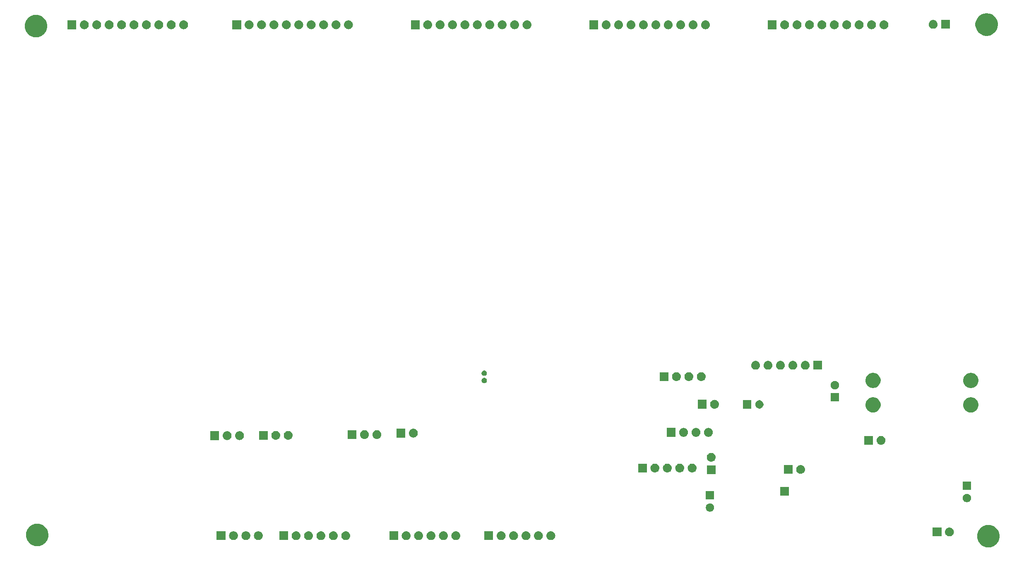
<source format=gbr>
G04 #@! TF.GenerationSoftware,KiCad,Pcbnew,(5.0.1)-4*
G04 #@! TF.CreationDate,2018-12-21T07:52:54-07:00*
G04 #@! TF.ProjectId,SprinklerControllerSTM,537072696E6B6C6572436F6E74726F6C,rev?*
G04 #@! TF.SameCoordinates,Original*
G04 #@! TF.FileFunction,Soldermask,Bot*
G04 #@! TF.FilePolarity,Negative*
%FSLAX46Y46*%
G04 Gerber Fmt 4.6, Leading zero omitted, Abs format (unit mm)*
G04 Created by KiCad (PCBNEW (5.0.1)-4) date 12/21/2018 7:52:54 AM*
%MOMM*%
%LPD*%
G01*
G04 APERTURE LIST*
%ADD10C,0.100000*%
G04 APERTURE END LIST*
D10*
G36*
X247590903Y-140237213D02*
X247813177Y-140281426D01*
X248231932Y-140454880D01*
X248608802Y-140706696D01*
X248929304Y-141027198D01*
X249181120Y-141404068D01*
X249354574Y-141822823D01*
X249354574Y-141822824D01*
X249443000Y-142267370D01*
X249443000Y-142720630D01*
X249440645Y-142732467D01*
X249354574Y-143165177D01*
X249181120Y-143583932D01*
X248929304Y-143960802D01*
X248608802Y-144281304D01*
X248231932Y-144533120D01*
X247813177Y-144706574D01*
X247590903Y-144750787D01*
X247368630Y-144795000D01*
X246915370Y-144795000D01*
X246693097Y-144750787D01*
X246470823Y-144706574D01*
X246052068Y-144533120D01*
X245675198Y-144281304D01*
X245354696Y-143960802D01*
X245102880Y-143583932D01*
X244929426Y-143165177D01*
X244843355Y-142732467D01*
X244841000Y-142720630D01*
X244841000Y-142267370D01*
X244929426Y-141822824D01*
X244929426Y-141822823D01*
X245102880Y-141404068D01*
X245354696Y-141027198D01*
X245675198Y-140706696D01*
X246052068Y-140454880D01*
X246470823Y-140281426D01*
X246693097Y-140237213D01*
X246915370Y-140193000D01*
X247368630Y-140193000D01*
X247590903Y-140237213D01*
X247590903Y-140237213D01*
G37*
G36*
X53026903Y-139983213D02*
X53249177Y-140027426D01*
X53667932Y-140200880D01*
X54044802Y-140452696D01*
X54365304Y-140773198D01*
X54617120Y-141150068D01*
X54790574Y-141568823D01*
X54825780Y-141745814D01*
X54879000Y-142013370D01*
X54879000Y-142466630D01*
X54857120Y-142576627D01*
X54790574Y-142911177D01*
X54617120Y-143329932D01*
X54365304Y-143706802D01*
X54044802Y-144027304D01*
X53667932Y-144279120D01*
X53249177Y-144452574D01*
X53026903Y-144496787D01*
X52804630Y-144541000D01*
X52351370Y-144541000D01*
X52129097Y-144496787D01*
X51906823Y-144452574D01*
X51488068Y-144279120D01*
X51111198Y-144027304D01*
X50790696Y-143706802D01*
X50538880Y-143329932D01*
X50365426Y-142911177D01*
X50298880Y-142576627D01*
X50277000Y-142466630D01*
X50277000Y-142013370D01*
X50330220Y-141745814D01*
X50365426Y-141568823D01*
X50538880Y-141150068D01*
X50790696Y-140773198D01*
X51111198Y-140452696D01*
X51488068Y-140200880D01*
X51906823Y-140027426D01*
X52129097Y-139983213D01*
X52351370Y-139939000D01*
X52804630Y-139939000D01*
X53026903Y-139983213D01*
X53026903Y-139983213D01*
G37*
G36*
X103901000Y-143301000D02*
X102099000Y-143301000D01*
X102099000Y-141499000D01*
X103901000Y-141499000D01*
X103901000Y-143301000D01*
X103901000Y-143301000D01*
G37*
G36*
X105650443Y-141505519D02*
X105716627Y-141512037D01*
X105829853Y-141546384D01*
X105886467Y-141563557D01*
X106016797Y-141633221D01*
X106042991Y-141647222D01*
X106078729Y-141676552D01*
X106180186Y-141759814D01*
X106231895Y-141822823D01*
X106292778Y-141897009D01*
X106292779Y-141897011D01*
X106376443Y-142053533D01*
X106376443Y-142053534D01*
X106427963Y-142223373D01*
X106445359Y-142400000D01*
X106427963Y-142576627D01*
X106393616Y-142689853D01*
X106376443Y-142746467D01*
X106302348Y-142885087D01*
X106292778Y-142902991D01*
X106263448Y-142938729D01*
X106180186Y-143040186D01*
X106078729Y-143123448D01*
X106042991Y-143152778D01*
X106042989Y-143152779D01*
X105886467Y-143236443D01*
X105829853Y-143253616D01*
X105716627Y-143287963D01*
X105650443Y-143294481D01*
X105584260Y-143301000D01*
X105495740Y-143301000D01*
X105429557Y-143294481D01*
X105363373Y-143287963D01*
X105250147Y-143253616D01*
X105193533Y-143236443D01*
X105037011Y-143152779D01*
X105037009Y-143152778D01*
X105001271Y-143123448D01*
X104899814Y-143040186D01*
X104816552Y-142938729D01*
X104787222Y-142902991D01*
X104777652Y-142885087D01*
X104703557Y-142746467D01*
X104686384Y-142689853D01*
X104652037Y-142576627D01*
X104634641Y-142400000D01*
X104652037Y-142223373D01*
X104703557Y-142053534D01*
X104703557Y-142053533D01*
X104787221Y-141897011D01*
X104787222Y-141897009D01*
X104848105Y-141822823D01*
X104899814Y-141759814D01*
X105001271Y-141676552D01*
X105037009Y-141647222D01*
X105063203Y-141633221D01*
X105193533Y-141563557D01*
X105250147Y-141546384D01*
X105363373Y-141512037D01*
X105429557Y-141505519D01*
X105495740Y-141499000D01*
X105584260Y-141499000D01*
X105650443Y-141505519D01*
X105650443Y-141505519D01*
G37*
G36*
X110730443Y-141505519D02*
X110796627Y-141512037D01*
X110909853Y-141546384D01*
X110966467Y-141563557D01*
X111096797Y-141633221D01*
X111122991Y-141647222D01*
X111158729Y-141676552D01*
X111260186Y-141759814D01*
X111311895Y-141822823D01*
X111372778Y-141897009D01*
X111372779Y-141897011D01*
X111456443Y-142053533D01*
X111456443Y-142053534D01*
X111507963Y-142223373D01*
X111525359Y-142400000D01*
X111507963Y-142576627D01*
X111473616Y-142689853D01*
X111456443Y-142746467D01*
X111382348Y-142885087D01*
X111372778Y-142902991D01*
X111343448Y-142938729D01*
X111260186Y-143040186D01*
X111158729Y-143123448D01*
X111122991Y-143152778D01*
X111122989Y-143152779D01*
X110966467Y-143236443D01*
X110909853Y-143253616D01*
X110796627Y-143287963D01*
X110730443Y-143294481D01*
X110664260Y-143301000D01*
X110575740Y-143301000D01*
X110509557Y-143294481D01*
X110443373Y-143287963D01*
X110330147Y-143253616D01*
X110273533Y-143236443D01*
X110117011Y-143152779D01*
X110117009Y-143152778D01*
X110081271Y-143123448D01*
X109979814Y-143040186D01*
X109896552Y-142938729D01*
X109867222Y-142902991D01*
X109857652Y-142885087D01*
X109783557Y-142746467D01*
X109766384Y-142689853D01*
X109732037Y-142576627D01*
X109714641Y-142400000D01*
X109732037Y-142223373D01*
X109783557Y-142053534D01*
X109783557Y-142053533D01*
X109867221Y-141897011D01*
X109867222Y-141897009D01*
X109928105Y-141822823D01*
X109979814Y-141759814D01*
X110081271Y-141676552D01*
X110117009Y-141647222D01*
X110143203Y-141633221D01*
X110273533Y-141563557D01*
X110330147Y-141546384D01*
X110443373Y-141512037D01*
X110509557Y-141505519D01*
X110575740Y-141499000D01*
X110664260Y-141499000D01*
X110730443Y-141505519D01*
X110730443Y-141505519D01*
G37*
G36*
X113270443Y-141505519D02*
X113336627Y-141512037D01*
X113449853Y-141546384D01*
X113506467Y-141563557D01*
X113636797Y-141633221D01*
X113662991Y-141647222D01*
X113698729Y-141676552D01*
X113800186Y-141759814D01*
X113851895Y-141822823D01*
X113912778Y-141897009D01*
X113912779Y-141897011D01*
X113996443Y-142053533D01*
X113996443Y-142053534D01*
X114047963Y-142223373D01*
X114065359Y-142400000D01*
X114047963Y-142576627D01*
X114013616Y-142689853D01*
X113996443Y-142746467D01*
X113922348Y-142885087D01*
X113912778Y-142902991D01*
X113883448Y-142938729D01*
X113800186Y-143040186D01*
X113698729Y-143123448D01*
X113662991Y-143152778D01*
X113662989Y-143152779D01*
X113506467Y-143236443D01*
X113449853Y-143253616D01*
X113336627Y-143287963D01*
X113270443Y-143294481D01*
X113204260Y-143301000D01*
X113115740Y-143301000D01*
X113049557Y-143294481D01*
X112983373Y-143287963D01*
X112870147Y-143253616D01*
X112813533Y-143236443D01*
X112657011Y-143152779D01*
X112657009Y-143152778D01*
X112621271Y-143123448D01*
X112519814Y-143040186D01*
X112436552Y-142938729D01*
X112407222Y-142902991D01*
X112397652Y-142885087D01*
X112323557Y-142746467D01*
X112306384Y-142689853D01*
X112272037Y-142576627D01*
X112254641Y-142400000D01*
X112272037Y-142223373D01*
X112323557Y-142053534D01*
X112323557Y-142053533D01*
X112407221Y-141897011D01*
X112407222Y-141897009D01*
X112468105Y-141822823D01*
X112519814Y-141759814D01*
X112621271Y-141676552D01*
X112657009Y-141647222D01*
X112683203Y-141633221D01*
X112813533Y-141563557D01*
X112870147Y-141546384D01*
X112983373Y-141512037D01*
X113049557Y-141505519D01*
X113115740Y-141499000D01*
X113204260Y-141499000D01*
X113270443Y-141505519D01*
X113270443Y-141505519D01*
G37*
G36*
X115810443Y-141505519D02*
X115876627Y-141512037D01*
X115989853Y-141546384D01*
X116046467Y-141563557D01*
X116176797Y-141633221D01*
X116202991Y-141647222D01*
X116238729Y-141676552D01*
X116340186Y-141759814D01*
X116391895Y-141822823D01*
X116452778Y-141897009D01*
X116452779Y-141897011D01*
X116536443Y-142053533D01*
X116536443Y-142053534D01*
X116587963Y-142223373D01*
X116605359Y-142400000D01*
X116587963Y-142576627D01*
X116553616Y-142689853D01*
X116536443Y-142746467D01*
X116462348Y-142885087D01*
X116452778Y-142902991D01*
X116423448Y-142938729D01*
X116340186Y-143040186D01*
X116238729Y-143123448D01*
X116202991Y-143152778D01*
X116202989Y-143152779D01*
X116046467Y-143236443D01*
X115989853Y-143253616D01*
X115876627Y-143287963D01*
X115810443Y-143294481D01*
X115744260Y-143301000D01*
X115655740Y-143301000D01*
X115589557Y-143294481D01*
X115523373Y-143287963D01*
X115410147Y-143253616D01*
X115353533Y-143236443D01*
X115197011Y-143152779D01*
X115197009Y-143152778D01*
X115161271Y-143123448D01*
X115059814Y-143040186D01*
X114976552Y-142938729D01*
X114947222Y-142902991D01*
X114937652Y-142885087D01*
X114863557Y-142746467D01*
X114846384Y-142689853D01*
X114812037Y-142576627D01*
X114794641Y-142400000D01*
X114812037Y-142223373D01*
X114863557Y-142053534D01*
X114863557Y-142053533D01*
X114947221Y-141897011D01*
X114947222Y-141897009D01*
X115008105Y-141822823D01*
X115059814Y-141759814D01*
X115161271Y-141676552D01*
X115197009Y-141647222D01*
X115223203Y-141633221D01*
X115353533Y-141563557D01*
X115410147Y-141546384D01*
X115523373Y-141512037D01*
X115589557Y-141505519D01*
X115655740Y-141499000D01*
X115744260Y-141499000D01*
X115810443Y-141505519D01*
X115810443Y-141505519D01*
G37*
G36*
X108190443Y-141505519D02*
X108256627Y-141512037D01*
X108369853Y-141546384D01*
X108426467Y-141563557D01*
X108556797Y-141633221D01*
X108582991Y-141647222D01*
X108618729Y-141676552D01*
X108720186Y-141759814D01*
X108771895Y-141822823D01*
X108832778Y-141897009D01*
X108832779Y-141897011D01*
X108916443Y-142053533D01*
X108916443Y-142053534D01*
X108967963Y-142223373D01*
X108985359Y-142400000D01*
X108967963Y-142576627D01*
X108933616Y-142689853D01*
X108916443Y-142746467D01*
X108842348Y-142885087D01*
X108832778Y-142902991D01*
X108803448Y-142938729D01*
X108720186Y-143040186D01*
X108618729Y-143123448D01*
X108582991Y-143152778D01*
X108582989Y-143152779D01*
X108426467Y-143236443D01*
X108369853Y-143253616D01*
X108256627Y-143287963D01*
X108190443Y-143294481D01*
X108124260Y-143301000D01*
X108035740Y-143301000D01*
X107969557Y-143294481D01*
X107903373Y-143287963D01*
X107790147Y-143253616D01*
X107733533Y-143236443D01*
X107577011Y-143152779D01*
X107577009Y-143152778D01*
X107541271Y-143123448D01*
X107439814Y-143040186D01*
X107356552Y-142938729D01*
X107327222Y-142902991D01*
X107317652Y-142885087D01*
X107243557Y-142746467D01*
X107226384Y-142689853D01*
X107192037Y-142576627D01*
X107174641Y-142400000D01*
X107192037Y-142223373D01*
X107243557Y-142053534D01*
X107243557Y-142053533D01*
X107327221Y-141897011D01*
X107327222Y-141897009D01*
X107388105Y-141822823D01*
X107439814Y-141759814D01*
X107541271Y-141676552D01*
X107577009Y-141647222D01*
X107603203Y-141633221D01*
X107733533Y-141563557D01*
X107790147Y-141546384D01*
X107903373Y-141512037D01*
X107969557Y-141505519D01*
X108035740Y-141499000D01*
X108124260Y-141499000D01*
X108190443Y-141505519D01*
X108190443Y-141505519D01*
G37*
G36*
X95390442Y-141491518D02*
X95456627Y-141498037D01*
X95569853Y-141532384D01*
X95626467Y-141549557D01*
X95662512Y-141568824D01*
X95782991Y-141633222D01*
X95800050Y-141647222D01*
X95920186Y-141745814D01*
X96003448Y-141847271D01*
X96032778Y-141883009D01*
X96032779Y-141883011D01*
X96116443Y-142039533D01*
X96116443Y-142039534D01*
X96167963Y-142209373D01*
X96185359Y-142386000D01*
X96167963Y-142562627D01*
X96163716Y-142576627D01*
X96116443Y-142732467D01*
X96042348Y-142871087D01*
X96032778Y-142888991D01*
X96021290Y-142902989D01*
X95920186Y-143026186D01*
X95818729Y-143109448D01*
X95782991Y-143138778D01*
X95782989Y-143138779D01*
X95626467Y-143222443D01*
X95580314Y-143236443D01*
X95456627Y-143273963D01*
X95390443Y-143280481D01*
X95324260Y-143287000D01*
X95235740Y-143287000D01*
X95169557Y-143280481D01*
X95103373Y-143273963D01*
X94979686Y-143236443D01*
X94933533Y-143222443D01*
X94777011Y-143138779D01*
X94777009Y-143138778D01*
X94741271Y-143109448D01*
X94639814Y-143026186D01*
X94538710Y-142902989D01*
X94527222Y-142888991D01*
X94517652Y-142871087D01*
X94443557Y-142732467D01*
X94396284Y-142576627D01*
X94392037Y-142562627D01*
X94374641Y-142386000D01*
X94392037Y-142209373D01*
X94443557Y-142039534D01*
X94443557Y-142039533D01*
X94527221Y-141883011D01*
X94527222Y-141883009D01*
X94556552Y-141847271D01*
X94639814Y-141745814D01*
X94759950Y-141647222D01*
X94777009Y-141633222D01*
X94897488Y-141568824D01*
X94933533Y-141549557D01*
X94990147Y-141532384D01*
X95103373Y-141498037D01*
X95169558Y-141491518D01*
X95235740Y-141485000D01*
X95324260Y-141485000D01*
X95390442Y-141491518D01*
X95390442Y-141491518D01*
G37*
G36*
X157772442Y-141491518D02*
X157838627Y-141498037D01*
X157951853Y-141532384D01*
X158008467Y-141549557D01*
X158044512Y-141568824D01*
X158164991Y-141633222D01*
X158182050Y-141647222D01*
X158302186Y-141745814D01*
X158385448Y-141847271D01*
X158414778Y-141883009D01*
X158414779Y-141883011D01*
X158498443Y-142039533D01*
X158498443Y-142039534D01*
X158549963Y-142209373D01*
X158567359Y-142386000D01*
X158549963Y-142562627D01*
X158545716Y-142576627D01*
X158498443Y-142732467D01*
X158424348Y-142871087D01*
X158414778Y-142888991D01*
X158403290Y-142902989D01*
X158302186Y-143026186D01*
X158200729Y-143109448D01*
X158164991Y-143138778D01*
X158164989Y-143138779D01*
X158008467Y-143222443D01*
X157962314Y-143236443D01*
X157838627Y-143273963D01*
X157772443Y-143280481D01*
X157706260Y-143287000D01*
X157617740Y-143287000D01*
X157551557Y-143280481D01*
X157485373Y-143273963D01*
X157361686Y-143236443D01*
X157315533Y-143222443D01*
X157159011Y-143138779D01*
X157159009Y-143138778D01*
X157123271Y-143109448D01*
X157021814Y-143026186D01*
X156920710Y-142902989D01*
X156909222Y-142888991D01*
X156899652Y-142871087D01*
X156825557Y-142732467D01*
X156778284Y-142576627D01*
X156774037Y-142562627D01*
X156756641Y-142386000D01*
X156774037Y-142209373D01*
X156825557Y-142039534D01*
X156825557Y-142039533D01*
X156909221Y-141883011D01*
X156909222Y-141883009D01*
X156938552Y-141847271D01*
X157021814Y-141745814D01*
X157141950Y-141647222D01*
X157159009Y-141633222D01*
X157279488Y-141568824D01*
X157315533Y-141549557D01*
X157372147Y-141532384D01*
X157485373Y-141498037D01*
X157551558Y-141491518D01*
X157617740Y-141485000D01*
X157706260Y-141485000D01*
X157772442Y-141491518D01*
X157772442Y-141491518D01*
G37*
G36*
X155232442Y-141491518D02*
X155298627Y-141498037D01*
X155411853Y-141532384D01*
X155468467Y-141549557D01*
X155504512Y-141568824D01*
X155624991Y-141633222D01*
X155642050Y-141647222D01*
X155762186Y-141745814D01*
X155845448Y-141847271D01*
X155874778Y-141883009D01*
X155874779Y-141883011D01*
X155958443Y-142039533D01*
X155958443Y-142039534D01*
X156009963Y-142209373D01*
X156027359Y-142386000D01*
X156009963Y-142562627D01*
X156005716Y-142576627D01*
X155958443Y-142732467D01*
X155884348Y-142871087D01*
X155874778Y-142888991D01*
X155863290Y-142902989D01*
X155762186Y-143026186D01*
X155660729Y-143109448D01*
X155624991Y-143138778D01*
X155624989Y-143138779D01*
X155468467Y-143222443D01*
X155422314Y-143236443D01*
X155298627Y-143273963D01*
X155232443Y-143280481D01*
X155166260Y-143287000D01*
X155077740Y-143287000D01*
X155011557Y-143280481D01*
X154945373Y-143273963D01*
X154821686Y-143236443D01*
X154775533Y-143222443D01*
X154619011Y-143138779D01*
X154619009Y-143138778D01*
X154583271Y-143109448D01*
X154481814Y-143026186D01*
X154380710Y-142902989D01*
X154369222Y-142888991D01*
X154359652Y-142871087D01*
X154285557Y-142732467D01*
X154238284Y-142576627D01*
X154234037Y-142562627D01*
X154216641Y-142386000D01*
X154234037Y-142209373D01*
X154285557Y-142039534D01*
X154285557Y-142039533D01*
X154369221Y-141883011D01*
X154369222Y-141883009D01*
X154398552Y-141847271D01*
X154481814Y-141745814D01*
X154601950Y-141647222D01*
X154619009Y-141633222D01*
X154739488Y-141568824D01*
X154775533Y-141549557D01*
X154832147Y-141532384D01*
X154945373Y-141498037D01*
X155011558Y-141491518D01*
X155077740Y-141485000D01*
X155166260Y-141485000D01*
X155232442Y-141491518D01*
X155232442Y-141491518D01*
G37*
G36*
X91101000Y-143287000D02*
X89299000Y-143287000D01*
X89299000Y-141485000D01*
X91101000Y-141485000D01*
X91101000Y-143287000D01*
X91101000Y-143287000D01*
G37*
G36*
X92850442Y-141491518D02*
X92916627Y-141498037D01*
X93029853Y-141532384D01*
X93086467Y-141549557D01*
X93122512Y-141568824D01*
X93242991Y-141633222D01*
X93260050Y-141647222D01*
X93380186Y-141745814D01*
X93463448Y-141847271D01*
X93492778Y-141883009D01*
X93492779Y-141883011D01*
X93576443Y-142039533D01*
X93576443Y-142039534D01*
X93627963Y-142209373D01*
X93645359Y-142386000D01*
X93627963Y-142562627D01*
X93623716Y-142576627D01*
X93576443Y-142732467D01*
X93502348Y-142871087D01*
X93492778Y-142888991D01*
X93481290Y-142902989D01*
X93380186Y-143026186D01*
X93278729Y-143109448D01*
X93242991Y-143138778D01*
X93242989Y-143138779D01*
X93086467Y-143222443D01*
X93040314Y-143236443D01*
X92916627Y-143273963D01*
X92850443Y-143280481D01*
X92784260Y-143287000D01*
X92695740Y-143287000D01*
X92629557Y-143280481D01*
X92563373Y-143273963D01*
X92439686Y-143236443D01*
X92393533Y-143222443D01*
X92237011Y-143138779D01*
X92237009Y-143138778D01*
X92201271Y-143109448D01*
X92099814Y-143026186D01*
X91998710Y-142902989D01*
X91987222Y-142888991D01*
X91977652Y-142871087D01*
X91903557Y-142732467D01*
X91856284Y-142576627D01*
X91852037Y-142562627D01*
X91834641Y-142386000D01*
X91852037Y-142209373D01*
X91903557Y-142039534D01*
X91903557Y-142039533D01*
X91987221Y-141883011D01*
X91987222Y-141883009D01*
X92016552Y-141847271D01*
X92099814Y-141745814D01*
X92219950Y-141647222D01*
X92237009Y-141633222D01*
X92357488Y-141568824D01*
X92393533Y-141549557D01*
X92450147Y-141532384D01*
X92563373Y-141498037D01*
X92629558Y-141491518D01*
X92695740Y-141485000D01*
X92784260Y-141485000D01*
X92850442Y-141491518D01*
X92850442Y-141491518D01*
G37*
G36*
X97930442Y-141491518D02*
X97996627Y-141498037D01*
X98109853Y-141532384D01*
X98166467Y-141549557D01*
X98202512Y-141568824D01*
X98322991Y-141633222D01*
X98340050Y-141647222D01*
X98460186Y-141745814D01*
X98543448Y-141847271D01*
X98572778Y-141883009D01*
X98572779Y-141883011D01*
X98656443Y-142039533D01*
X98656443Y-142039534D01*
X98707963Y-142209373D01*
X98725359Y-142386000D01*
X98707963Y-142562627D01*
X98703716Y-142576627D01*
X98656443Y-142732467D01*
X98582348Y-142871087D01*
X98572778Y-142888991D01*
X98561290Y-142902989D01*
X98460186Y-143026186D01*
X98358729Y-143109448D01*
X98322991Y-143138778D01*
X98322989Y-143138779D01*
X98166467Y-143222443D01*
X98120314Y-143236443D01*
X97996627Y-143273963D01*
X97930443Y-143280481D01*
X97864260Y-143287000D01*
X97775740Y-143287000D01*
X97709557Y-143280481D01*
X97643373Y-143273963D01*
X97519686Y-143236443D01*
X97473533Y-143222443D01*
X97317011Y-143138779D01*
X97317009Y-143138778D01*
X97281271Y-143109448D01*
X97179814Y-143026186D01*
X97078710Y-142902989D01*
X97067222Y-142888991D01*
X97057652Y-142871087D01*
X96983557Y-142732467D01*
X96936284Y-142576627D01*
X96932037Y-142562627D01*
X96914641Y-142386000D01*
X96932037Y-142209373D01*
X96983557Y-142039534D01*
X96983557Y-142039533D01*
X97067221Y-141883011D01*
X97067222Y-141883009D01*
X97096552Y-141847271D01*
X97179814Y-141745814D01*
X97299950Y-141647222D01*
X97317009Y-141633222D01*
X97437488Y-141568824D01*
X97473533Y-141549557D01*
X97530147Y-141532384D01*
X97643373Y-141498037D01*
X97709558Y-141491518D01*
X97775740Y-141485000D01*
X97864260Y-141485000D01*
X97930442Y-141491518D01*
X97930442Y-141491518D01*
G37*
G36*
X126418000Y-143287000D02*
X124616000Y-143287000D01*
X124616000Y-141485000D01*
X126418000Y-141485000D01*
X126418000Y-143287000D01*
X126418000Y-143287000D01*
G37*
G36*
X128167442Y-141491518D02*
X128233627Y-141498037D01*
X128346853Y-141532384D01*
X128403467Y-141549557D01*
X128439512Y-141568824D01*
X128559991Y-141633222D01*
X128577050Y-141647222D01*
X128697186Y-141745814D01*
X128780448Y-141847271D01*
X128809778Y-141883009D01*
X128809779Y-141883011D01*
X128893443Y-142039533D01*
X128893443Y-142039534D01*
X128944963Y-142209373D01*
X128962359Y-142386000D01*
X128944963Y-142562627D01*
X128940716Y-142576627D01*
X128893443Y-142732467D01*
X128819348Y-142871087D01*
X128809778Y-142888991D01*
X128798290Y-142902989D01*
X128697186Y-143026186D01*
X128595729Y-143109448D01*
X128559991Y-143138778D01*
X128559989Y-143138779D01*
X128403467Y-143222443D01*
X128357314Y-143236443D01*
X128233627Y-143273963D01*
X128167443Y-143280481D01*
X128101260Y-143287000D01*
X128012740Y-143287000D01*
X127946557Y-143280481D01*
X127880373Y-143273963D01*
X127756686Y-143236443D01*
X127710533Y-143222443D01*
X127554011Y-143138779D01*
X127554009Y-143138778D01*
X127518271Y-143109448D01*
X127416814Y-143026186D01*
X127315710Y-142902989D01*
X127304222Y-142888991D01*
X127294652Y-142871087D01*
X127220557Y-142732467D01*
X127173284Y-142576627D01*
X127169037Y-142562627D01*
X127151641Y-142386000D01*
X127169037Y-142209373D01*
X127220557Y-142039534D01*
X127220557Y-142039533D01*
X127304221Y-141883011D01*
X127304222Y-141883009D01*
X127333552Y-141847271D01*
X127416814Y-141745814D01*
X127536950Y-141647222D01*
X127554009Y-141633222D01*
X127674488Y-141568824D01*
X127710533Y-141549557D01*
X127767147Y-141532384D01*
X127880373Y-141498037D01*
X127946558Y-141491518D01*
X128012740Y-141485000D01*
X128101260Y-141485000D01*
X128167442Y-141491518D01*
X128167442Y-141491518D01*
G37*
G36*
X133247442Y-141491518D02*
X133313627Y-141498037D01*
X133426853Y-141532384D01*
X133483467Y-141549557D01*
X133519512Y-141568824D01*
X133639991Y-141633222D01*
X133657050Y-141647222D01*
X133777186Y-141745814D01*
X133860448Y-141847271D01*
X133889778Y-141883009D01*
X133889779Y-141883011D01*
X133973443Y-142039533D01*
X133973443Y-142039534D01*
X134024963Y-142209373D01*
X134042359Y-142386000D01*
X134024963Y-142562627D01*
X134020716Y-142576627D01*
X133973443Y-142732467D01*
X133899348Y-142871087D01*
X133889778Y-142888991D01*
X133878290Y-142902989D01*
X133777186Y-143026186D01*
X133675729Y-143109448D01*
X133639991Y-143138778D01*
X133639989Y-143138779D01*
X133483467Y-143222443D01*
X133437314Y-143236443D01*
X133313627Y-143273963D01*
X133247443Y-143280481D01*
X133181260Y-143287000D01*
X133092740Y-143287000D01*
X133026557Y-143280481D01*
X132960373Y-143273963D01*
X132836686Y-143236443D01*
X132790533Y-143222443D01*
X132634011Y-143138779D01*
X132634009Y-143138778D01*
X132598271Y-143109448D01*
X132496814Y-143026186D01*
X132395710Y-142902989D01*
X132384222Y-142888991D01*
X132374652Y-142871087D01*
X132300557Y-142732467D01*
X132253284Y-142576627D01*
X132249037Y-142562627D01*
X132231641Y-142386000D01*
X132249037Y-142209373D01*
X132300557Y-142039534D01*
X132300557Y-142039533D01*
X132384221Y-141883011D01*
X132384222Y-141883009D01*
X132413552Y-141847271D01*
X132496814Y-141745814D01*
X132616950Y-141647222D01*
X132634009Y-141633222D01*
X132754488Y-141568824D01*
X132790533Y-141549557D01*
X132847147Y-141532384D01*
X132960373Y-141498037D01*
X133026558Y-141491518D01*
X133092740Y-141485000D01*
X133181260Y-141485000D01*
X133247442Y-141491518D01*
X133247442Y-141491518D01*
G37*
G36*
X135787442Y-141491518D02*
X135853627Y-141498037D01*
X135966853Y-141532384D01*
X136023467Y-141549557D01*
X136059512Y-141568824D01*
X136179991Y-141633222D01*
X136197050Y-141647222D01*
X136317186Y-141745814D01*
X136400448Y-141847271D01*
X136429778Y-141883009D01*
X136429779Y-141883011D01*
X136513443Y-142039533D01*
X136513443Y-142039534D01*
X136564963Y-142209373D01*
X136582359Y-142386000D01*
X136564963Y-142562627D01*
X136560716Y-142576627D01*
X136513443Y-142732467D01*
X136439348Y-142871087D01*
X136429778Y-142888991D01*
X136418290Y-142902989D01*
X136317186Y-143026186D01*
X136215729Y-143109448D01*
X136179991Y-143138778D01*
X136179989Y-143138779D01*
X136023467Y-143222443D01*
X135977314Y-143236443D01*
X135853627Y-143273963D01*
X135787443Y-143280481D01*
X135721260Y-143287000D01*
X135632740Y-143287000D01*
X135566557Y-143280481D01*
X135500373Y-143273963D01*
X135376686Y-143236443D01*
X135330533Y-143222443D01*
X135174011Y-143138779D01*
X135174009Y-143138778D01*
X135138271Y-143109448D01*
X135036814Y-143026186D01*
X134935710Y-142902989D01*
X134924222Y-142888991D01*
X134914652Y-142871087D01*
X134840557Y-142732467D01*
X134793284Y-142576627D01*
X134789037Y-142562627D01*
X134771641Y-142386000D01*
X134789037Y-142209373D01*
X134840557Y-142039534D01*
X134840557Y-142039533D01*
X134924221Y-141883011D01*
X134924222Y-141883009D01*
X134953552Y-141847271D01*
X135036814Y-141745814D01*
X135156950Y-141647222D01*
X135174009Y-141633222D01*
X135294488Y-141568824D01*
X135330533Y-141549557D01*
X135387147Y-141532384D01*
X135500373Y-141498037D01*
X135566558Y-141491518D01*
X135632740Y-141485000D01*
X135721260Y-141485000D01*
X135787442Y-141491518D01*
X135787442Y-141491518D01*
G37*
G36*
X152692442Y-141491518D02*
X152758627Y-141498037D01*
X152871853Y-141532384D01*
X152928467Y-141549557D01*
X152964512Y-141568824D01*
X153084991Y-141633222D01*
X153102050Y-141647222D01*
X153222186Y-141745814D01*
X153305448Y-141847271D01*
X153334778Y-141883009D01*
X153334779Y-141883011D01*
X153418443Y-142039533D01*
X153418443Y-142039534D01*
X153469963Y-142209373D01*
X153487359Y-142386000D01*
X153469963Y-142562627D01*
X153465716Y-142576627D01*
X153418443Y-142732467D01*
X153344348Y-142871087D01*
X153334778Y-142888991D01*
X153323290Y-142902989D01*
X153222186Y-143026186D01*
X153120729Y-143109448D01*
X153084991Y-143138778D01*
X153084989Y-143138779D01*
X152928467Y-143222443D01*
X152882314Y-143236443D01*
X152758627Y-143273963D01*
X152692443Y-143280481D01*
X152626260Y-143287000D01*
X152537740Y-143287000D01*
X152471557Y-143280481D01*
X152405373Y-143273963D01*
X152281686Y-143236443D01*
X152235533Y-143222443D01*
X152079011Y-143138779D01*
X152079009Y-143138778D01*
X152043271Y-143109448D01*
X151941814Y-143026186D01*
X151840710Y-142902989D01*
X151829222Y-142888991D01*
X151819652Y-142871087D01*
X151745557Y-142732467D01*
X151698284Y-142576627D01*
X151694037Y-142562627D01*
X151676641Y-142386000D01*
X151694037Y-142209373D01*
X151745557Y-142039534D01*
X151745557Y-142039533D01*
X151829221Y-141883011D01*
X151829222Y-141883009D01*
X151858552Y-141847271D01*
X151941814Y-141745814D01*
X152061950Y-141647222D01*
X152079009Y-141633222D01*
X152199488Y-141568824D01*
X152235533Y-141549557D01*
X152292147Y-141532384D01*
X152405373Y-141498037D01*
X152471558Y-141491518D01*
X152537740Y-141485000D01*
X152626260Y-141485000D01*
X152692442Y-141491518D01*
X152692442Y-141491518D01*
G37*
G36*
X145863000Y-143287000D02*
X144061000Y-143287000D01*
X144061000Y-141485000D01*
X145863000Y-141485000D01*
X145863000Y-143287000D01*
X145863000Y-143287000D01*
G37*
G36*
X147612442Y-141491518D02*
X147678627Y-141498037D01*
X147791853Y-141532384D01*
X147848467Y-141549557D01*
X147884512Y-141568824D01*
X148004991Y-141633222D01*
X148022050Y-141647222D01*
X148142186Y-141745814D01*
X148225448Y-141847271D01*
X148254778Y-141883009D01*
X148254779Y-141883011D01*
X148338443Y-142039533D01*
X148338443Y-142039534D01*
X148389963Y-142209373D01*
X148407359Y-142386000D01*
X148389963Y-142562627D01*
X148385716Y-142576627D01*
X148338443Y-142732467D01*
X148264348Y-142871087D01*
X148254778Y-142888991D01*
X148243290Y-142902989D01*
X148142186Y-143026186D01*
X148040729Y-143109448D01*
X148004991Y-143138778D01*
X148004989Y-143138779D01*
X147848467Y-143222443D01*
X147802314Y-143236443D01*
X147678627Y-143273963D01*
X147612443Y-143280481D01*
X147546260Y-143287000D01*
X147457740Y-143287000D01*
X147391557Y-143280481D01*
X147325373Y-143273963D01*
X147201686Y-143236443D01*
X147155533Y-143222443D01*
X146999011Y-143138779D01*
X146999009Y-143138778D01*
X146963271Y-143109448D01*
X146861814Y-143026186D01*
X146760710Y-142902989D01*
X146749222Y-142888991D01*
X146739652Y-142871087D01*
X146665557Y-142732467D01*
X146618284Y-142576627D01*
X146614037Y-142562627D01*
X146596641Y-142386000D01*
X146614037Y-142209373D01*
X146665557Y-142039534D01*
X146665557Y-142039533D01*
X146749221Y-141883011D01*
X146749222Y-141883009D01*
X146778552Y-141847271D01*
X146861814Y-141745814D01*
X146981950Y-141647222D01*
X146999009Y-141633222D01*
X147119488Y-141568824D01*
X147155533Y-141549557D01*
X147212147Y-141532384D01*
X147325373Y-141498037D01*
X147391558Y-141491518D01*
X147457740Y-141485000D01*
X147546260Y-141485000D01*
X147612442Y-141491518D01*
X147612442Y-141491518D01*
G37*
G36*
X150152442Y-141491518D02*
X150218627Y-141498037D01*
X150331853Y-141532384D01*
X150388467Y-141549557D01*
X150424512Y-141568824D01*
X150544991Y-141633222D01*
X150562050Y-141647222D01*
X150682186Y-141745814D01*
X150765448Y-141847271D01*
X150794778Y-141883009D01*
X150794779Y-141883011D01*
X150878443Y-142039533D01*
X150878443Y-142039534D01*
X150929963Y-142209373D01*
X150947359Y-142386000D01*
X150929963Y-142562627D01*
X150925716Y-142576627D01*
X150878443Y-142732467D01*
X150804348Y-142871087D01*
X150794778Y-142888991D01*
X150783290Y-142902989D01*
X150682186Y-143026186D01*
X150580729Y-143109448D01*
X150544991Y-143138778D01*
X150544989Y-143138779D01*
X150388467Y-143222443D01*
X150342314Y-143236443D01*
X150218627Y-143273963D01*
X150152443Y-143280481D01*
X150086260Y-143287000D01*
X149997740Y-143287000D01*
X149931557Y-143280481D01*
X149865373Y-143273963D01*
X149741686Y-143236443D01*
X149695533Y-143222443D01*
X149539011Y-143138779D01*
X149539009Y-143138778D01*
X149503271Y-143109448D01*
X149401814Y-143026186D01*
X149300710Y-142902989D01*
X149289222Y-142888991D01*
X149279652Y-142871087D01*
X149205557Y-142732467D01*
X149158284Y-142576627D01*
X149154037Y-142562627D01*
X149136641Y-142386000D01*
X149154037Y-142209373D01*
X149205557Y-142039534D01*
X149205557Y-142039533D01*
X149289221Y-141883011D01*
X149289222Y-141883009D01*
X149318552Y-141847271D01*
X149401814Y-141745814D01*
X149521950Y-141647222D01*
X149539009Y-141633222D01*
X149659488Y-141568824D01*
X149695533Y-141549557D01*
X149752147Y-141532384D01*
X149865373Y-141498037D01*
X149931558Y-141491518D01*
X149997740Y-141485000D01*
X150086260Y-141485000D01*
X150152442Y-141491518D01*
X150152442Y-141491518D01*
G37*
G36*
X138327442Y-141491518D02*
X138393627Y-141498037D01*
X138506853Y-141532384D01*
X138563467Y-141549557D01*
X138599512Y-141568824D01*
X138719991Y-141633222D01*
X138737050Y-141647222D01*
X138857186Y-141745814D01*
X138940448Y-141847271D01*
X138969778Y-141883009D01*
X138969779Y-141883011D01*
X139053443Y-142039533D01*
X139053443Y-142039534D01*
X139104963Y-142209373D01*
X139122359Y-142386000D01*
X139104963Y-142562627D01*
X139100716Y-142576627D01*
X139053443Y-142732467D01*
X138979348Y-142871087D01*
X138969778Y-142888991D01*
X138958290Y-142902989D01*
X138857186Y-143026186D01*
X138755729Y-143109448D01*
X138719991Y-143138778D01*
X138719989Y-143138779D01*
X138563467Y-143222443D01*
X138517314Y-143236443D01*
X138393627Y-143273963D01*
X138327443Y-143280481D01*
X138261260Y-143287000D01*
X138172740Y-143287000D01*
X138106557Y-143280481D01*
X138040373Y-143273963D01*
X137916686Y-143236443D01*
X137870533Y-143222443D01*
X137714011Y-143138779D01*
X137714009Y-143138778D01*
X137678271Y-143109448D01*
X137576814Y-143026186D01*
X137475710Y-142902989D01*
X137464222Y-142888991D01*
X137454652Y-142871087D01*
X137380557Y-142732467D01*
X137333284Y-142576627D01*
X137329037Y-142562627D01*
X137311641Y-142386000D01*
X137329037Y-142209373D01*
X137380557Y-142039534D01*
X137380557Y-142039533D01*
X137464221Y-141883011D01*
X137464222Y-141883009D01*
X137493552Y-141847271D01*
X137576814Y-141745814D01*
X137696950Y-141647222D01*
X137714009Y-141633222D01*
X137834488Y-141568824D01*
X137870533Y-141549557D01*
X137927147Y-141532384D01*
X138040373Y-141498037D01*
X138106558Y-141491518D01*
X138172740Y-141485000D01*
X138261260Y-141485000D01*
X138327442Y-141491518D01*
X138327442Y-141491518D01*
G37*
G36*
X130707442Y-141491518D02*
X130773627Y-141498037D01*
X130886853Y-141532384D01*
X130943467Y-141549557D01*
X130979512Y-141568824D01*
X131099991Y-141633222D01*
X131117050Y-141647222D01*
X131237186Y-141745814D01*
X131320448Y-141847271D01*
X131349778Y-141883009D01*
X131349779Y-141883011D01*
X131433443Y-142039533D01*
X131433443Y-142039534D01*
X131484963Y-142209373D01*
X131502359Y-142386000D01*
X131484963Y-142562627D01*
X131480716Y-142576627D01*
X131433443Y-142732467D01*
X131359348Y-142871087D01*
X131349778Y-142888991D01*
X131338290Y-142902989D01*
X131237186Y-143026186D01*
X131135729Y-143109448D01*
X131099991Y-143138778D01*
X131099989Y-143138779D01*
X130943467Y-143222443D01*
X130897314Y-143236443D01*
X130773627Y-143273963D01*
X130707443Y-143280481D01*
X130641260Y-143287000D01*
X130552740Y-143287000D01*
X130486557Y-143280481D01*
X130420373Y-143273963D01*
X130296686Y-143236443D01*
X130250533Y-143222443D01*
X130094011Y-143138779D01*
X130094009Y-143138778D01*
X130058271Y-143109448D01*
X129956814Y-143026186D01*
X129855710Y-142902989D01*
X129844222Y-142888991D01*
X129834652Y-142871087D01*
X129760557Y-142732467D01*
X129713284Y-142576627D01*
X129709037Y-142562627D01*
X129691641Y-142386000D01*
X129709037Y-142209373D01*
X129760557Y-142039534D01*
X129760557Y-142039533D01*
X129844221Y-141883011D01*
X129844222Y-141883009D01*
X129873552Y-141847271D01*
X129956814Y-141745814D01*
X130076950Y-141647222D01*
X130094009Y-141633222D01*
X130214488Y-141568824D01*
X130250533Y-141549557D01*
X130307147Y-141532384D01*
X130420373Y-141498037D01*
X130486558Y-141491518D01*
X130552740Y-141485000D01*
X130641260Y-141485000D01*
X130707442Y-141491518D01*
X130707442Y-141491518D01*
G37*
G36*
X237563000Y-142537000D02*
X235761000Y-142537000D01*
X235761000Y-140735000D01*
X237563000Y-140735000D01*
X237563000Y-142537000D01*
X237563000Y-142537000D01*
G37*
G36*
X239312442Y-140741518D02*
X239378627Y-140748037D01*
X239491853Y-140782384D01*
X239548467Y-140799557D01*
X239687087Y-140873652D01*
X239704991Y-140883222D01*
X239740729Y-140912552D01*
X239842186Y-140995814D01*
X239925448Y-141097271D01*
X239954778Y-141133009D01*
X239954779Y-141133011D01*
X240038443Y-141289533D01*
X240038443Y-141289534D01*
X240089963Y-141459373D01*
X240107359Y-141636000D01*
X240089963Y-141812627D01*
X240068613Y-141883009D01*
X240038443Y-141982467D01*
X240000457Y-142053533D01*
X239954778Y-142138991D01*
X239925448Y-142174729D01*
X239842186Y-142276186D01*
X239740729Y-142359448D01*
X239704991Y-142388778D01*
X239704989Y-142388779D01*
X239548467Y-142472443D01*
X239491853Y-142489616D01*
X239378627Y-142523963D01*
X239312442Y-142530482D01*
X239246260Y-142537000D01*
X239157740Y-142537000D01*
X239091558Y-142530482D01*
X239025373Y-142523963D01*
X238912147Y-142489616D01*
X238855533Y-142472443D01*
X238699011Y-142388779D01*
X238699009Y-142388778D01*
X238663271Y-142359448D01*
X238561814Y-142276186D01*
X238478552Y-142174729D01*
X238449222Y-142138991D01*
X238403543Y-142053533D01*
X238365557Y-141982467D01*
X238335387Y-141883009D01*
X238314037Y-141812627D01*
X238296641Y-141636000D01*
X238314037Y-141459373D01*
X238365557Y-141289534D01*
X238365557Y-141289533D01*
X238449221Y-141133011D01*
X238449222Y-141133009D01*
X238478552Y-141097271D01*
X238561814Y-140995814D01*
X238663271Y-140912552D01*
X238699009Y-140883222D01*
X238716913Y-140873652D01*
X238855533Y-140799557D01*
X238912147Y-140782384D01*
X239025373Y-140748037D01*
X239091558Y-140741518D01*
X239157740Y-140735000D01*
X239246260Y-140735000D01*
X239312442Y-140741518D01*
X239312442Y-140741518D01*
G37*
G36*
X190460228Y-135817703D02*
X190615100Y-135881853D01*
X190754481Y-135974985D01*
X190873015Y-136093519D01*
X190966147Y-136232900D01*
X191030297Y-136387772D01*
X191063000Y-136552184D01*
X191063000Y-136719816D01*
X191030297Y-136884228D01*
X190966147Y-137039100D01*
X190873015Y-137178481D01*
X190754481Y-137297015D01*
X190615100Y-137390147D01*
X190460228Y-137454297D01*
X190295816Y-137487000D01*
X190128184Y-137487000D01*
X189963772Y-137454297D01*
X189808900Y-137390147D01*
X189669519Y-137297015D01*
X189550985Y-137178481D01*
X189457853Y-137039100D01*
X189393703Y-136884228D01*
X189361000Y-136719816D01*
X189361000Y-136552184D01*
X189393703Y-136387772D01*
X189457853Y-136232900D01*
X189550985Y-136093519D01*
X189669519Y-135974985D01*
X189808900Y-135881853D01*
X189963772Y-135817703D01*
X190128184Y-135785000D01*
X190295816Y-135785000D01*
X190460228Y-135817703D01*
X190460228Y-135817703D01*
G37*
G36*
X243010228Y-133867703D02*
X243165100Y-133931853D01*
X243304481Y-134024985D01*
X243423015Y-134143519D01*
X243516147Y-134282900D01*
X243580297Y-134437772D01*
X243613000Y-134602184D01*
X243613000Y-134769816D01*
X243580297Y-134934228D01*
X243516147Y-135089100D01*
X243423015Y-135228481D01*
X243304481Y-135347015D01*
X243165100Y-135440147D01*
X243010228Y-135504297D01*
X242845816Y-135537000D01*
X242678184Y-135537000D01*
X242513772Y-135504297D01*
X242358900Y-135440147D01*
X242219519Y-135347015D01*
X242100985Y-135228481D01*
X242007853Y-135089100D01*
X241943703Y-134934228D01*
X241911000Y-134769816D01*
X241911000Y-134602184D01*
X241943703Y-134437772D01*
X242007853Y-134282900D01*
X242100985Y-134143519D01*
X242219519Y-134024985D01*
X242358900Y-133931853D01*
X242513772Y-133867703D01*
X242678184Y-133835000D01*
X242845816Y-133835000D01*
X243010228Y-133867703D01*
X243010228Y-133867703D01*
G37*
G36*
X191063000Y-134987000D02*
X189361000Y-134987000D01*
X189361000Y-133285000D01*
X191063000Y-133285000D01*
X191063000Y-134987000D01*
X191063000Y-134987000D01*
G37*
G36*
X206351000Y-134201000D02*
X204549000Y-134201000D01*
X204549000Y-132399000D01*
X206351000Y-132399000D01*
X206351000Y-134201000D01*
X206351000Y-134201000D01*
G37*
G36*
X243613000Y-133037000D02*
X241911000Y-133037000D01*
X241911000Y-131335000D01*
X243613000Y-131335000D01*
X243613000Y-133037000D01*
X243613000Y-133037000D01*
G37*
G36*
X191363000Y-129787000D02*
X189561000Y-129787000D01*
X189561000Y-127985000D01*
X191363000Y-127985000D01*
X191363000Y-129787000D01*
X191363000Y-129787000D01*
G37*
G36*
X208862442Y-127941518D02*
X208928627Y-127948037D01*
X209041853Y-127982384D01*
X209098467Y-127999557D01*
X209187242Y-128047009D01*
X209254991Y-128083222D01*
X209290729Y-128112552D01*
X209392186Y-128195814D01*
X209475448Y-128297271D01*
X209504778Y-128333009D01*
X209504779Y-128333011D01*
X209588443Y-128489533D01*
X209588443Y-128489534D01*
X209639963Y-128659373D01*
X209657359Y-128836000D01*
X209639963Y-129012627D01*
X209605616Y-129125853D01*
X209588443Y-129182467D01*
X209584317Y-129190186D01*
X209504778Y-129338991D01*
X209475448Y-129374729D01*
X209392186Y-129476186D01*
X209290729Y-129559448D01*
X209254991Y-129588778D01*
X209254989Y-129588779D01*
X209098467Y-129672443D01*
X209041853Y-129689616D01*
X208928627Y-129723963D01*
X208862443Y-129730481D01*
X208796260Y-129737000D01*
X208707740Y-129737000D01*
X208641557Y-129730481D01*
X208575373Y-129723963D01*
X208462147Y-129689616D01*
X208405533Y-129672443D01*
X208249011Y-129588779D01*
X208249009Y-129588778D01*
X208213271Y-129559448D01*
X208111814Y-129476186D01*
X208028552Y-129374729D01*
X207999222Y-129338991D01*
X207919683Y-129190186D01*
X207915557Y-129182467D01*
X207898384Y-129125853D01*
X207864037Y-129012627D01*
X207846641Y-128836000D01*
X207864037Y-128659373D01*
X207915557Y-128489534D01*
X207915557Y-128489533D01*
X207999221Y-128333011D01*
X207999222Y-128333009D01*
X208028552Y-128297271D01*
X208111814Y-128195814D01*
X208213271Y-128112552D01*
X208249009Y-128083222D01*
X208316758Y-128047009D01*
X208405533Y-127999557D01*
X208462147Y-127982384D01*
X208575373Y-127948037D01*
X208641558Y-127941518D01*
X208707740Y-127935000D01*
X208796260Y-127935000D01*
X208862442Y-127941518D01*
X208862442Y-127941518D01*
G37*
G36*
X207113000Y-129737000D02*
X205311000Y-129737000D01*
X205311000Y-127935000D01*
X207113000Y-127935000D01*
X207113000Y-129737000D01*
X207113000Y-129737000D01*
G37*
G36*
X184130443Y-127655519D02*
X184196627Y-127662037D01*
X184309853Y-127696384D01*
X184366467Y-127713557D01*
X184505087Y-127787652D01*
X184522991Y-127797222D01*
X184558729Y-127826552D01*
X184660186Y-127909814D01*
X184733835Y-127999557D01*
X184772778Y-128047009D01*
X184772779Y-128047011D01*
X184856443Y-128203533D01*
X184856443Y-128203534D01*
X184907963Y-128373373D01*
X184925359Y-128550000D01*
X184907963Y-128726627D01*
X184874785Y-128836000D01*
X184856443Y-128896467D01*
X184794354Y-129012625D01*
X184772778Y-129052991D01*
X184743448Y-129088729D01*
X184660186Y-129190186D01*
X184558729Y-129273448D01*
X184522991Y-129302778D01*
X184522989Y-129302779D01*
X184366467Y-129386443D01*
X184309853Y-129403616D01*
X184196627Y-129437963D01*
X184130442Y-129444482D01*
X184064260Y-129451000D01*
X183975740Y-129451000D01*
X183909558Y-129444482D01*
X183843373Y-129437963D01*
X183730147Y-129403616D01*
X183673533Y-129386443D01*
X183517011Y-129302779D01*
X183517009Y-129302778D01*
X183481271Y-129273448D01*
X183379814Y-129190186D01*
X183296552Y-129088729D01*
X183267222Y-129052991D01*
X183245646Y-129012625D01*
X183183557Y-128896467D01*
X183165215Y-128836000D01*
X183132037Y-128726627D01*
X183114641Y-128550000D01*
X183132037Y-128373373D01*
X183183557Y-128203534D01*
X183183557Y-128203533D01*
X183267221Y-128047011D01*
X183267222Y-128047009D01*
X183306165Y-127999557D01*
X183379814Y-127909814D01*
X183481271Y-127826552D01*
X183517009Y-127797222D01*
X183534913Y-127787652D01*
X183673533Y-127713557D01*
X183730147Y-127696384D01*
X183843373Y-127662037D01*
X183909557Y-127655519D01*
X183975740Y-127649000D01*
X184064260Y-127649000D01*
X184130443Y-127655519D01*
X184130443Y-127655519D01*
G37*
G36*
X179050443Y-127655519D02*
X179116627Y-127662037D01*
X179229853Y-127696384D01*
X179286467Y-127713557D01*
X179425087Y-127787652D01*
X179442991Y-127797222D01*
X179478729Y-127826552D01*
X179580186Y-127909814D01*
X179653835Y-127999557D01*
X179692778Y-128047009D01*
X179692779Y-128047011D01*
X179776443Y-128203533D01*
X179776443Y-128203534D01*
X179827963Y-128373373D01*
X179845359Y-128550000D01*
X179827963Y-128726627D01*
X179794785Y-128836000D01*
X179776443Y-128896467D01*
X179714354Y-129012625D01*
X179692778Y-129052991D01*
X179663448Y-129088729D01*
X179580186Y-129190186D01*
X179478729Y-129273448D01*
X179442991Y-129302778D01*
X179442989Y-129302779D01*
X179286467Y-129386443D01*
X179229853Y-129403616D01*
X179116627Y-129437963D01*
X179050442Y-129444482D01*
X178984260Y-129451000D01*
X178895740Y-129451000D01*
X178829558Y-129444482D01*
X178763373Y-129437963D01*
X178650147Y-129403616D01*
X178593533Y-129386443D01*
X178437011Y-129302779D01*
X178437009Y-129302778D01*
X178401271Y-129273448D01*
X178299814Y-129190186D01*
X178216552Y-129088729D01*
X178187222Y-129052991D01*
X178165646Y-129012625D01*
X178103557Y-128896467D01*
X178085215Y-128836000D01*
X178052037Y-128726627D01*
X178034641Y-128550000D01*
X178052037Y-128373373D01*
X178103557Y-128203534D01*
X178103557Y-128203533D01*
X178187221Y-128047011D01*
X178187222Y-128047009D01*
X178226165Y-127999557D01*
X178299814Y-127909814D01*
X178401271Y-127826552D01*
X178437009Y-127797222D01*
X178454913Y-127787652D01*
X178593533Y-127713557D01*
X178650147Y-127696384D01*
X178763373Y-127662037D01*
X178829557Y-127655519D01*
X178895740Y-127649000D01*
X178984260Y-127649000D01*
X179050443Y-127655519D01*
X179050443Y-127655519D01*
G37*
G36*
X177301000Y-129451000D02*
X175499000Y-129451000D01*
X175499000Y-127649000D01*
X177301000Y-127649000D01*
X177301000Y-129451000D01*
X177301000Y-129451000D01*
G37*
G36*
X186670443Y-127655519D02*
X186736627Y-127662037D01*
X186849853Y-127696384D01*
X186906467Y-127713557D01*
X187045087Y-127787652D01*
X187062991Y-127797222D01*
X187098729Y-127826552D01*
X187200186Y-127909814D01*
X187273835Y-127999557D01*
X187312778Y-128047009D01*
X187312779Y-128047011D01*
X187396443Y-128203533D01*
X187396443Y-128203534D01*
X187447963Y-128373373D01*
X187465359Y-128550000D01*
X187447963Y-128726627D01*
X187414785Y-128836000D01*
X187396443Y-128896467D01*
X187334354Y-129012625D01*
X187312778Y-129052991D01*
X187283448Y-129088729D01*
X187200186Y-129190186D01*
X187098729Y-129273448D01*
X187062991Y-129302778D01*
X187062989Y-129302779D01*
X186906467Y-129386443D01*
X186849853Y-129403616D01*
X186736627Y-129437963D01*
X186670442Y-129444482D01*
X186604260Y-129451000D01*
X186515740Y-129451000D01*
X186449558Y-129444482D01*
X186383373Y-129437963D01*
X186270147Y-129403616D01*
X186213533Y-129386443D01*
X186057011Y-129302779D01*
X186057009Y-129302778D01*
X186021271Y-129273448D01*
X185919814Y-129190186D01*
X185836552Y-129088729D01*
X185807222Y-129052991D01*
X185785646Y-129012625D01*
X185723557Y-128896467D01*
X185705215Y-128836000D01*
X185672037Y-128726627D01*
X185654641Y-128550000D01*
X185672037Y-128373373D01*
X185723557Y-128203534D01*
X185723557Y-128203533D01*
X185807221Y-128047011D01*
X185807222Y-128047009D01*
X185846165Y-127999557D01*
X185919814Y-127909814D01*
X186021271Y-127826552D01*
X186057009Y-127797222D01*
X186074913Y-127787652D01*
X186213533Y-127713557D01*
X186270147Y-127696384D01*
X186383373Y-127662037D01*
X186449557Y-127655519D01*
X186515740Y-127649000D01*
X186604260Y-127649000D01*
X186670443Y-127655519D01*
X186670443Y-127655519D01*
G37*
G36*
X181590443Y-127655519D02*
X181656627Y-127662037D01*
X181769853Y-127696384D01*
X181826467Y-127713557D01*
X181965087Y-127787652D01*
X181982991Y-127797222D01*
X182018729Y-127826552D01*
X182120186Y-127909814D01*
X182193835Y-127999557D01*
X182232778Y-128047009D01*
X182232779Y-128047011D01*
X182316443Y-128203533D01*
X182316443Y-128203534D01*
X182367963Y-128373373D01*
X182385359Y-128550000D01*
X182367963Y-128726627D01*
X182334785Y-128836000D01*
X182316443Y-128896467D01*
X182254354Y-129012625D01*
X182232778Y-129052991D01*
X182203448Y-129088729D01*
X182120186Y-129190186D01*
X182018729Y-129273448D01*
X181982991Y-129302778D01*
X181982989Y-129302779D01*
X181826467Y-129386443D01*
X181769853Y-129403616D01*
X181656627Y-129437963D01*
X181590442Y-129444482D01*
X181524260Y-129451000D01*
X181435740Y-129451000D01*
X181369558Y-129444482D01*
X181303373Y-129437963D01*
X181190147Y-129403616D01*
X181133533Y-129386443D01*
X180977011Y-129302779D01*
X180977009Y-129302778D01*
X180941271Y-129273448D01*
X180839814Y-129190186D01*
X180756552Y-129088729D01*
X180727222Y-129052991D01*
X180705646Y-129012625D01*
X180643557Y-128896467D01*
X180625215Y-128836000D01*
X180592037Y-128726627D01*
X180574641Y-128550000D01*
X180592037Y-128373373D01*
X180643557Y-128203534D01*
X180643557Y-128203533D01*
X180727221Y-128047011D01*
X180727222Y-128047009D01*
X180766165Y-127999557D01*
X180839814Y-127909814D01*
X180941271Y-127826552D01*
X180977009Y-127797222D01*
X180994913Y-127787652D01*
X181133533Y-127713557D01*
X181190147Y-127696384D01*
X181303373Y-127662037D01*
X181369557Y-127655519D01*
X181435740Y-127649000D01*
X181524260Y-127649000D01*
X181590443Y-127655519D01*
X181590443Y-127655519D01*
G37*
G36*
X190572443Y-125451519D02*
X190638627Y-125458037D01*
X190751853Y-125492384D01*
X190808467Y-125509557D01*
X190947087Y-125583652D01*
X190964991Y-125593222D01*
X191000729Y-125622552D01*
X191102186Y-125705814D01*
X191185448Y-125807271D01*
X191214778Y-125843009D01*
X191214779Y-125843011D01*
X191298443Y-125999533D01*
X191298443Y-125999534D01*
X191349963Y-126169373D01*
X191367359Y-126346000D01*
X191349963Y-126522627D01*
X191315616Y-126635853D01*
X191298443Y-126692467D01*
X191224348Y-126831087D01*
X191214778Y-126848991D01*
X191185448Y-126884729D01*
X191102186Y-126986186D01*
X191000729Y-127069448D01*
X190964991Y-127098778D01*
X190964989Y-127098779D01*
X190808467Y-127182443D01*
X190751853Y-127199616D01*
X190638627Y-127233963D01*
X190572443Y-127240481D01*
X190506260Y-127247000D01*
X190417740Y-127247000D01*
X190351557Y-127240481D01*
X190285373Y-127233963D01*
X190172147Y-127199616D01*
X190115533Y-127182443D01*
X189959011Y-127098779D01*
X189959009Y-127098778D01*
X189923271Y-127069448D01*
X189821814Y-126986186D01*
X189738552Y-126884729D01*
X189709222Y-126848991D01*
X189699652Y-126831087D01*
X189625557Y-126692467D01*
X189608384Y-126635853D01*
X189574037Y-126522627D01*
X189556641Y-126346000D01*
X189574037Y-126169373D01*
X189625557Y-125999534D01*
X189625557Y-125999533D01*
X189709221Y-125843011D01*
X189709222Y-125843009D01*
X189738552Y-125807271D01*
X189821814Y-125705814D01*
X189923271Y-125622552D01*
X189959009Y-125593222D01*
X189976913Y-125583652D01*
X190115533Y-125509557D01*
X190172147Y-125492384D01*
X190285373Y-125458037D01*
X190351557Y-125451519D01*
X190417740Y-125445000D01*
X190506260Y-125445000D01*
X190572443Y-125451519D01*
X190572443Y-125451519D01*
G37*
G36*
X225312443Y-121991519D02*
X225378627Y-121998037D01*
X225491853Y-122032384D01*
X225548467Y-122049557D01*
X225636527Y-122096627D01*
X225704991Y-122133222D01*
X225726653Y-122151000D01*
X225842186Y-122245814D01*
X225897323Y-122313000D01*
X225954778Y-122383009D01*
X225954779Y-122383011D01*
X226038443Y-122539533D01*
X226044708Y-122560186D01*
X226089963Y-122709373D01*
X226107359Y-122886000D01*
X226089963Y-123062627D01*
X226055616Y-123175853D01*
X226038443Y-123232467D01*
X225964348Y-123371087D01*
X225954778Y-123388991D01*
X225925448Y-123424729D01*
X225842186Y-123526186D01*
X225740729Y-123609448D01*
X225704991Y-123638778D01*
X225704989Y-123638779D01*
X225548467Y-123722443D01*
X225491853Y-123739616D01*
X225378627Y-123773963D01*
X225312442Y-123780482D01*
X225246260Y-123787000D01*
X225157740Y-123787000D01*
X225091558Y-123780482D01*
X225025373Y-123773963D01*
X224912147Y-123739616D01*
X224855533Y-123722443D01*
X224699011Y-123638779D01*
X224699009Y-123638778D01*
X224663271Y-123609448D01*
X224561814Y-123526186D01*
X224478552Y-123424729D01*
X224449222Y-123388991D01*
X224439652Y-123371087D01*
X224365557Y-123232467D01*
X224348384Y-123175853D01*
X224314037Y-123062627D01*
X224296641Y-122886000D01*
X224314037Y-122709373D01*
X224359292Y-122560186D01*
X224365557Y-122539533D01*
X224449221Y-122383011D01*
X224449222Y-122383009D01*
X224506677Y-122313000D01*
X224561814Y-122245814D01*
X224677347Y-122151000D01*
X224699009Y-122133222D01*
X224767473Y-122096627D01*
X224855533Y-122049557D01*
X224912147Y-122032384D01*
X225025373Y-121998037D01*
X225091557Y-121991519D01*
X225157740Y-121985000D01*
X225246260Y-121985000D01*
X225312443Y-121991519D01*
X225312443Y-121991519D01*
G37*
G36*
X223563000Y-123787000D02*
X221761000Y-123787000D01*
X221761000Y-121985000D01*
X223563000Y-121985000D01*
X223563000Y-123787000D01*
X223563000Y-123787000D01*
G37*
G36*
X94080680Y-121024557D02*
X94156627Y-121032037D01*
X94248199Y-121059815D01*
X94326467Y-121083557D01*
X94372609Y-121108221D01*
X94482991Y-121167222D01*
X94518729Y-121196552D01*
X94620186Y-121279814D01*
X94703448Y-121381271D01*
X94732778Y-121417009D01*
X94732779Y-121417011D01*
X94816443Y-121573533D01*
X94823400Y-121596467D01*
X94867963Y-121743373D01*
X94885359Y-121920000D01*
X94867963Y-122096627D01*
X94835698Y-122202991D01*
X94816443Y-122266467D01*
X94754149Y-122383009D01*
X94732778Y-122422991D01*
X94708332Y-122452778D01*
X94620186Y-122560186D01*
X94518729Y-122643448D01*
X94482991Y-122672778D01*
X94482989Y-122672779D01*
X94326467Y-122756443D01*
X94269853Y-122773616D01*
X94156627Y-122807963D01*
X94090443Y-122814481D01*
X94024260Y-122821000D01*
X93935740Y-122821000D01*
X93869557Y-122814481D01*
X93803373Y-122807963D01*
X93690147Y-122773616D01*
X93633533Y-122756443D01*
X93477011Y-122672779D01*
X93477009Y-122672778D01*
X93441271Y-122643448D01*
X93339814Y-122560186D01*
X93251668Y-122452778D01*
X93227222Y-122422991D01*
X93205851Y-122383009D01*
X93143557Y-122266467D01*
X93124302Y-122202991D01*
X93092037Y-122096627D01*
X93074641Y-121920000D01*
X93092037Y-121743373D01*
X93136600Y-121596467D01*
X93143557Y-121573533D01*
X93227221Y-121417011D01*
X93227222Y-121417009D01*
X93256552Y-121381271D01*
X93339814Y-121279814D01*
X93441271Y-121196552D01*
X93477009Y-121167222D01*
X93587391Y-121108221D01*
X93633533Y-121083557D01*
X93711801Y-121059815D01*
X93803373Y-121032037D01*
X93879320Y-121024557D01*
X93935740Y-121019000D01*
X94024260Y-121019000D01*
X94080680Y-121024557D01*
X94080680Y-121024557D01*
G37*
G36*
X91540680Y-121024557D02*
X91616627Y-121032037D01*
X91708199Y-121059815D01*
X91786467Y-121083557D01*
X91832609Y-121108221D01*
X91942991Y-121167222D01*
X91978729Y-121196552D01*
X92080186Y-121279814D01*
X92163448Y-121381271D01*
X92192778Y-121417009D01*
X92192779Y-121417011D01*
X92276443Y-121573533D01*
X92283400Y-121596467D01*
X92327963Y-121743373D01*
X92345359Y-121920000D01*
X92327963Y-122096627D01*
X92295698Y-122202991D01*
X92276443Y-122266467D01*
X92214149Y-122383009D01*
X92192778Y-122422991D01*
X92168332Y-122452778D01*
X92080186Y-122560186D01*
X91978729Y-122643448D01*
X91942991Y-122672778D01*
X91942989Y-122672779D01*
X91786467Y-122756443D01*
X91729853Y-122773616D01*
X91616627Y-122807963D01*
X91550443Y-122814481D01*
X91484260Y-122821000D01*
X91395740Y-122821000D01*
X91329557Y-122814481D01*
X91263373Y-122807963D01*
X91150147Y-122773616D01*
X91093533Y-122756443D01*
X90937011Y-122672779D01*
X90937009Y-122672778D01*
X90901271Y-122643448D01*
X90799814Y-122560186D01*
X90711668Y-122452778D01*
X90687222Y-122422991D01*
X90665851Y-122383009D01*
X90603557Y-122266467D01*
X90584302Y-122202991D01*
X90552037Y-122096627D01*
X90534641Y-121920000D01*
X90552037Y-121743373D01*
X90596600Y-121596467D01*
X90603557Y-121573533D01*
X90687221Y-121417011D01*
X90687222Y-121417009D01*
X90716552Y-121381271D01*
X90799814Y-121279814D01*
X90901271Y-121196552D01*
X90937009Y-121167222D01*
X91047391Y-121108221D01*
X91093533Y-121083557D01*
X91171801Y-121059815D01*
X91263373Y-121032037D01*
X91339320Y-121024557D01*
X91395740Y-121019000D01*
X91484260Y-121019000D01*
X91540680Y-121024557D01*
X91540680Y-121024557D01*
G37*
G36*
X89801000Y-122821000D02*
X87999000Y-122821000D01*
X87999000Y-121019000D01*
X89801000Y-121019000D01*
X89801000Y-122821000D01*
X89801000Y-122821000D01*
G37*
G36*
X99763000Y-122762000D02*
X97961000Y-122762000D01*
X97961000Y-120960000D01*
X99763000Y-120960000D01*
X99763000Y-122762000D01*
X99763000Y-122762000D01*
G37*
G36*
X101512442Y-120966518D02*
X101578627Y-120973037D01*
X101691853Y-121007384D01*
X101748467Y-121024557D01*
X101887087Y-121098652D01*
X101904991Y-121108222D01*
X101940729Y-121137552D01*
X102042186Y-121220814D01*
X102125448Y-121322271D01*
X102154778Y-121358009D01*
X102154779Y-121358011D01*
X102238443Y-121514533D01*
X102241125Y-121523375D01*
X102289963Y-121684373D01*
X102307359Y-121861000D01*
X102289963Y-122037627D01*
X102260965Y-122133221D01*
X102238443Y-122207467D01*
X102167503Y-122340185D01*
X102154778Y-122363991D01*
X102125448Y-122399729D01*
X102042186Y-122501186D01*
X101970294Y-122560185D01*
X101904991Y-122613778D01*
X101904989Y-122613779D01*
X101748467Y-122697443D01*
X101691853Y-122714616D01*
X101578627Y-122748963D01*
X101512442Y-122755482D01*
X101446260Y-122762000D01*
X101357740Y-122762000D01*
X101291558Y-122755482D01*
X101225373Y-122748963D01*
X101112147Y-122714616D01*
X101055533Y-122697443D01*
X100899011Y-122613779D01*
X100899009Y-122613778D01*
X100833706Y-122560185D01*
X100761814Y-122501186D01*
X100678552Y-122399729D01*
X100649222Y-122363991D01*
X100636497Y-122340185D01*
X100565557Y-122207467D01*
X100543035Y-122133221D01*
X100514037Y-122037627D01*
X100496641Y-121861000D01*
X100514037Y-121684373D01*
X100562875Y-121523375D01*
X100565557Y-121514533D01*
X100649221Y-121358011D01*
X100649222Y-121358009D01*
X100678552Y-121322271D01*
X100761814Y-121220814D01*
X100863271Y-121137552D01*
X100899009Y-121108222D01*
X100916913Y-121098652D01*
X101055533Y-121024557D01*
X101112147Y-121007384D01*
X101225373Y-120973037D01*
X101291558Y-120966518D01*
X101357740Y-120960000D01*
X101446260Y-120960000D01*
X101512442Y-120966518D01*
X101512442Y-120966518D01*
G37*
G36*
X104052442Y-120966518D02*
X104118627Y-120973037D01*
X104231853Y-121007384D01*
X104288467Y-121024557D01*
X104427087Y-121098652D01*
X104444991Y-121108222D01*
X104480729Y-121137552D01*
X104582186Y-121220814D01*
X104665448Y-121322271D01*
X104694778Y-121358009D01*
X104694779Y-121358011D01*
X104778443Y-121514533D01*
X104781125Y-121523375D01*
X104829963Y-121684373D01*
X104847359Y-121861000D01*
X104829963Y-122037627D01*
X104800965Y-122133221D01*
X104778443Y-122207467D01*
X104707503Y-122340185D01*
X104694778Y-122363991D01*
X104665448Y-122399729D01*
X104582186Y-122501186D01*
X104510294Y-122560185D01*
X104444991Y-122613778D01*
X104444989Y-122613779D01*
X104288467Y-122697443D01*
X104231853Y-122714616D01*
X104118627Y-122748963D01*
X104052442Y-122755482D01*
X103986260Y-122762000D01*
X103897740Y-122762000D01*
X103831558Y-122755482D01*
X103765373Y-122748963D01*
X103652147Y-122714616D01*
X103595533Y-122697443D01*
X103439011Y-122613779D01*
X103439009Y-122613778D01*
X103373706Y-122560185D01*
X103301814Y-122501186D01*
X103218552Y-122399729D01*
X103189222Y-122363991D01*
X103176497Y-122340185D01*
X103105557Y-122207467D01*
X103083035Y-122133221D01*
X103054037Y-122037627D01*
X103036641Y-121861000D01*
X103054037Y-121684373D01*
X103102875Y-121523375D01*
X103105557Y-121514533D01*
X103189221Y-121358011D01*
X103189222Y-121358009D01*
X103218552Y-121322271D01*
X103301814Y-121220814D01*
X103403271Y-121137552D01*
X103439009Y-121108222D01*
X103456913Y-121098652D01*
X103595533Y-121024557D01*
X103652147Y-121007384D01*
X103765373Y-120973037D01*
X103831558Y-120966518D01*
X103897740Y-120960000D01*
X103986260Y-120960000D01*
X104052442Y-120966518D01*
X104052442Y-120966518D01*
G37*
G36*
X122190443Y-120805519D02*
X122256627Y-120812037D01*
X122369853Y-120846384D01*
X122426467Y-120863557D01*
X122511500Y-120909009D01*
X122582991Y-120947222D01*
X122614446Y-120973037D01*
X122720186Y-121059814D01*
X122803448Y-121161271D01*
X122832778Y-121197009D01*
X122832779Y-121197011D01*
X122916443Y-121353533D01*
X122917801Y-121358011D01*
X122967963Y-121523373D01*
X122985359Y-121700000D01*
X122967963Y-121876627D01*
X122956326Y-121914989D01*
X122916443Y-122046467D01*
X122853203Y-122164779D01*
X122832778Y-122202991D01*
X122803448Y-122238729D01*
X122720186Y-122340186D01*
X122619289Y-122422989D01*
X122582991Y-122452778D01*
X122582989Y-122452779D01*
X122426467Y-122536443D01*
X122369853Y-122553616D01*
X122256627Y-122587963D01*
X122190443Y-122594481D01*
X122124260Y-122601000D01*
X122035740Y-122601000D01*
X121969557Y-122594481D01*
X121903373Y-122587963D01*
X121790147Y-122553616D01*
X121733533Y-122536443D01*
X121577011Y-122452779D01*
X121577009Y-122452778D01*
X121540711Y-122422989D01*
X121439814Y-122340186D01*
X121356552Y-122238729D01*
X121327222Y-122202991D01*
X121306797Y-122164779D01*
X121243557Y-122046467D01*
X121203674Y-121914989D01*
X121192037Y-121876627D01*
X121174641Y-121700000D01*
X121192037Y-121523373D01*
X121242199Y-121358011D01*
X121243557Y-121353533D01*
X121327221Y-121197011D01*
X121327222Y-121197009D01*
X121356552Y-121161271D01*
X121439814Y-121059814D01*
X121545554Y-120973037D01*
X121577009Y-120947222D01*
X121648500Y-120909009D01*
X121733533Y-120863557D01*
X121790147Y-120846384D01*
X121903373Y-120812037D01*
X121969557Y-120805519D01*
X122035740Y-120799000D01*
X122124260Y-120799000D01*
X122190443Y-120805519D01*
X122190443Y-120805519D01*
G37*
G36*
X117901000Y-122601000D02*
X116099000Y-122601000D01*
X116099000Y-120799000D01*
X117901000Y-120799000D01*
X117901000Y-122601000D01*
X117901000Y-122601000D01*
G37*
G36*
X119650443Y-120805519D02*
X119716627Y-120812037D01*
X119829853Y-120846384D01*
X119886467Y-120863557D01*
X119971500Y-120909009D01*
X120042991Y-120947222D01*
X120074446Y-120973037D01*
X120180186Y-121059814D01*
X120263448Y-121161271D01*
X120292778Y-121197009D01*
X120292779Y-121197011D01*
X120376443Y-121353533D01*
X120377801Y-121358011D01*
X120427963Y-121523373D01*
X120445359Y-121700000D01*
X120427963Y-121876627D01*
X120416326Y-121914989D01*
X120376443Y-122046467D01*
X120313203Y-122164779D01*
X120292778Y-122202991D01*
X120263448Y-122238729D01*
X120180186Y-122340186D01*
X120079289Y-122422989D01*
X120042991Y-122452778D01*
X120042989Y-122452779D01*
X119886467Y-122536443D01*
X119829853Y-122553616D01*
X119716627Y-122587963D01*
X119650443Y-122594481D01*
X119584260Y-122601000D01*
X119495740Y-122601000D01*
X119429557Y-122594481D01*
X119363373Y-122587963D01*
X119250147Y-122553616D01*
X119193533Y-122536443D01*
X119037011Y-122452779D01*
X119037009Y-122452778D01*
X119000711Y-122422989D01*
X118899814Y-122340186D01*
X118816552Y-122238729D01*
X118787222Y-122202991D01*
X118766797Y-122164779D01*
X118703557Y-122046467D01*
X118663674Y-121914989D01*
X118652037Y-121876627D01*
X118634641Y-121700000D01*
X118652037Y-121523373D01*
X118702199Y-121358011D01*
X118703557Y-121353533D01*
X118787221Y-121197011D01*
X118787222Y-121197009D01*
X118816552Y-121161271D01*
X118899814Y-121059814D01*
X119005554Y-120973037D01*
X119037009Y-120947222D01*
X119108500Y-120909009D01*
X119193533Y-120863557D01*
X119250147Y-120846384D01*
X119363373Y-120812037D01*
X119429557Y-120805519D01*
X119495740Y-120799000D01*
X119584260Y-120799000D01*
X119650443Y-120805519D01*
X119650443Y-120805519D01*
G37*
G36*
X129650442Y-120517518D02*
X129716627Y-120524037D01*
X129829853Y-120558384D01*
X129886467Y-120575557D01*
X129950556Y-120609814D01*
X130042991Y-120659222D01*
X130078729Y-120688552D01*
X130180186Y-120771814D01*
X130255476Y-120863557D01*
X130292778Y-120909009D01*
X130292779Y-120909011D01*
X130376443Y-121065533D01*
X130376443Y-121065534D01*
X130427963Y-121235373D01*
X130445359Y-121412000D01*
X130427963Y-121588627D01*
X130398919Y-121684373D01*
X130376443Y-121758467D01*
X130321637Y-121861000D01*
X130292778Y-121914991D01*
X130288667Y-121920000D01*
X130180186Y-122052186D01*
X130081443Y-122133221D01*
X130042991Y-122164778D01*
X130042989Y-122164779D01*
X129886467Y-122248443D01*
X129829853Y-122265616D01*
X129716627Y-122299963D01*
X129650442Y-122306482D01*
X129584260Y-122313000D01*
X129495740Y-122313000D01*
X129429558Y-122306482D01*
X129363373Y-122299963D01*
X129250147Y-122265616D01*
X129193533Y-122248443D01*
X129037011Y-122164779D01*
X129037009Y-122164778D01*
X128998557Y-122133221D01*
X128899814Y-122052186D01*
X128791333Y-121920000D01*
X128787222Y-121914991D01*
X128758363Y-121861000D01*
X128703557Y-121758467D01*
X128681081Y-121684373D01*
X128652037Y-121588627D01*
X128634641Y-121412000D01*
X128652037Y-121235373D01*
X128703557Y-121065534D01*
X128703557Y-121065533D01*
X128787221Y-120909011D01*
X128787222Y-120909009D01*
X128824524Y-120863557D01*
X128899814Y-120771814D01*
X129001271Y-120688552D01*
X129037009Y-120659222D01*
X129129444Y-120609814D01*
X129193533Y-120575557D01*
X129250147Y-120558384D01*
X129363373Y-120524037D01*
X129429558Y-120517518D01*
X129495740Y-120511000D01*
X129584260Y-120511000D01*
X129650442Y-120517518D01*
X129650442Y-120517518D01*
G37*
G36*
X127901000Y-122313000D02*
X126099000Y-122313000D01*
X126099000Y-120511000D01*
X127901000Y-120511000D01*
X127901000Y-122313000D01*
X127901000Y-122313000D01*
G37*
G36*
X190000443Y-120355519D02*
X190066627Y-120362037D01*
X190179853Y-120396384D01*
X190236467Y-120413557D01*
X190375087Y-120487652D01*
X190392991Y-120497222D01*
X190409779Y-120511000D01*
X190530186Y-120609814D01*
X190570733Y-120659222D01*
X190642778Y-120747009D01*
X190642779Y-120747011D01*
X190726443Y-120903533D01*
X190739695Y-120947221D01*
X190777963Y-121073373D01*
X190795359Y-121250000D01*
X190777963Y-121426627D01*
X190751297Y-121514533D01*
X190726443Y-121596467D01*
X190652348Y-121735087D01*
X190642778Y-121752991D01*
X190613448Y-121788729D01*
X190530186Y-121890186D01*
X190428729Y-121973448D01*
X190392991Y-122002778D01*
X190392989Y-122002779D01*
X190236467Y-122086443D01*
X190202894Y-122096627D01*
X190066627Y-122137963D01*
X190000442Y-122144482D01*
X189934260Y-122151000D01*
X189845740Y-122151000D01*
X189779558Y-122144482D01*
X189713373Y-122137963D01*
X189577106Y-122096627D01*
X189543533Y-122086443D01*
X189387011Y-122002779D01*
X189387009Y-122002778D01*
X189351271Y-121973448D01*
X189249814Y-121890186D01*
X189166552Y-121788729D01*
X189137222Y-121752991D01*
X189127652Y-121735087D01*
X189053557Y-121596467D01*
X189028703Y-121514533D01*
X189002037Y-121426627D01*
X188984641Y-121250000D01*
X189002037Y-121073373D01*
X189040305Y-120947221D01*
X189053557Y-120903533D01*
X189137221Y-120747011D01*
X189137222Y-120747009D01*
X189209267Y-120659222D01*
X189249814Y-120609814D01*
X189370221Y-120511000D01*
X189387009Y-120497222D01*
X189404913Y-120487652D01*
X189543533Y-120413557D01*
X189600147Y-120396384D01*
X189713373Y-120362037D01*
X189779557Y-120355519D01*
X189845740Y-120349000D01*
X189934260Y-120349000D01*
X190000443Y-120355519D01*
X190000443Y-120355519D01*
G37*
G36*
X187460443Y-120355519D02*
X187526627Y-120362037D01*
X187639853Y-120396384D01*
X187696467Y-120413557D01*
X187835087Y-120487652D01*
X187852991Y-120497222D01*
X187869779Y-120511000D01*
X187990186Y-120609814D01*
X188030733Y-120659222D01*
X188102778Y-120747009D01*
X188102779Y-120747011D01*
X188186443Y-120903533D01*
X188199695Y-120947221D01*
X188237963Y-121073373D01*
X188255359Y-121250000D01*
X188237963Y-121426627D01*
X188211297Y-121514533D01*
X188186443Y-121596467D01*
X188112348Y-121735087D01*
X188102778Y-121752991D01*
X188073448Y-121788729D01*
X187990186Y-121890186D01*
X187888729Y-121973448D01*
X187852991Y-122002778D01*
X187852989Y-122002779D01*
X187696467Y-122086443D01*
X187662894Y-122096627D01*
X187526627Y-122137963D01*
X187460442Y-122144482D01*
X187394260Y-122151000D01*
X187305740Y-122151000D01*
X187239558Y-122144482D01*
X187173373Y-122137963D01*
X187037106Y-122096627D01*
X187003533Y-122086443D01*
X186847011Y-122002779D01*
X186847009Y-122002778D01*
X186811271Y-121973448D01*
X186709814Y-121890186D01*
X186626552Y-121788729D01*
X186597222Y-121752991D01*
X186587652Y-121735087D01*
X186513557Y-121596467D01*
X186488703Y-121514533D01*
X186462037Y-121426627D01*
X186444641Y-121250000D01*
X186462037Y-121073373D01*
X186500305Y-120947221D01*
X186513557Y-120903533D01*
X186597221Y-120747011D01*
X186597222Y-120747009D01*
X186669267Y-120659222D01*
X186709814Y-120609814D01*
X186830221Y-120511000D01*
X186847009Y-120497222D01*
X186864913Y-120487652D01*
X187003533Y-120413557D01*
X187060147Y-120396384D01*
X187173373Y-120362037D01*
X187239557Y-120355519D01*
X187305740Y-120349000D01*
X187394260Y-120349000D01*
X187460443Y-120355519D01*
X187460443Y-120355519D01*
G37*
G36*
X184920443Y-120355519D02*
X184986627Y-120362037D01*
X185099853Y-120396384D01*
X185156467Y-120413557D01*
X185295087Y-120487652D01*
X185312991Y-120497222D01*
X185329779Y-120511000D01*
X185450186Y-120609814D01*
X185490733Y-120659222D01*
X185562778Y-120747009D01*
X185562779Y-120747011D01*
X185646443Y-120903533D01*
X185659695Y-120947221D01*
X185697963Y-121073373D01*
X185715359Y-121250000D01*
X185697963Y-121426627D01*
X185671297Y-121514533D01*
X185646443Y-121596467D01*
X185572348Y-121735087D01*
X185562778Y-121752991D01*
X185533448Y-121788729D01*
X185450186Y-121890186D01*
X185348729Y-121973448D01*
X185312991Y-122002778D01*
X185312989Y-122002779D01*
X185156467Y-122086443D01*
X185122894Y-122096627D01*
X184986627Y-122137963D01*
X184920442Y-122144482D01*
X184854260Y-122151000D01*
X184765740Y-122151000D01*
X184699558Y-122144482D01*
X184633373Y-122137963D01*
X184497106Y-122096627D01*
X184463533Y-122086443D01*
X184307011Y-122002779D01*
X184307009Y-122002778D01*
X184271271Y-121973448D01*
X184169814Y-121890186D01*
X184086552Y-121788729D01*
X184057222Y-121752991D01*
X184047652Y-121735087D01*
X183973557Y-121596467D01*
X183948703Y-121514533D01*
X183922037Y-121426627D01*
X183904641Y-121250000D01*
X183922037Y-121073373D01*
X183960305Y-120947221D01*
X183973557Y-120903533D01*
X184057221Y-120747011D01*
X184057222Y-120747009D01*
X184129267Y-120659222D01*
X184169814Y-120609814D01*
X184290221Y-120511000D01*
X184307009Y-120497222D01*
X184324913Y-120487652D01*
X184463533Y-120413557D01*
X184520147Y-120396384D01*
X184633373Y-120362037D01*
X184699557Y-120355519D01*
X184765740Y-120349000D01*
X184854260Y-120349000D01*
X184920443Y-120355519D01*
X184920443Y-120355519D01*
G37*
G36*
X183171000Y-122151000D02*
X181369000Y-122151000D01*
X181369000Y-120349000D01*
X183171000Y-120349000D01*
X183171000Y-122151000D01*
X183171000Y-122151000D01*
G37*
G36*
X243914527Y-114124736D02*
X244014410Y-114144604D01*
X244296674Y-114261521D01*
X244550705Y-114431259D01*
X244766741Y-114647295D01*
X244936479Y-114901326D01*
X245040946Y-115153533D01*
X245053396Y-115183591D01*
X245113000Y-115483238D01*
X245113000Y-115788762D01*
X245083096Y-115939100D01*
X245053396Y-116088410D01*
X244936479Y-116370674D01*
X244766741Y-116624705D01*
X244550705Y-116840741D01*
X244296674Y-117010479D01*
X244014410Y-117127396D01*
X243914527Y-117147264D01*
X243714762Y-117187000D01*
X243409238Y-117187000D01*
X243209473Y-117147264D01*
X243109590Y-117127396D01*
X242827326Y-117010479D01*
X242573295Y-116840741D01*
X242357259Y-116624705D01*
X242187521Y-116370674D01*
X242070604Y-116088410D01*
X242040904Y-115939100D01*
X242011000Y-115788762D01*
X242011000Y-115483238D01*
X242070604Y-115183591D01*
X242083054Y-115153533D01*
X242187521Y-114901326D01*
X242357259Y-114647295D01*
X242573295Y-114431259D01*
X242827326Y-114261521D01*
X243109590Y-114144604D01*
X243209473Y-114124736D01*
X243409238Y-114085000D01*
X243714762Y-114085000D01*
X243914527Y-114124736D01*
X243914527Y-114124736D01*
G37*
G36*
X223914527Y-114124736D02*
X224014410Y-114144604D01*
X224296674Y-114261521D01*
X224550705Y-114431259D01*
X224766741Y-114647295D01*
X224936479Y-114901326D01*
X225040946Y-115153533D01*
X225053396Y-115183591D01*
X225113000Y-115483238D01*
X225113000Y-115788762D01*
X225083096Y-115939100D01*
X225053396Y-116088410D01*
X224936479Y-116370674D01*
X224766741Y-116624705D01*
X224550705Y-116840741D01*
X224296674Y-117010479D01*
X224014410Y-117127396D01*
X223914527Y-117147264D01*
X223714762Y-117187000D01*
X223409238Y-117187000D01*
X223209473Y-117147264D01*
X223109590Y-117127396D01*
X222827326Y-117010479D01*
X222573295Y-116840741D01*
X222357259Y-116624705D01*
X222187521Y-116370674D01*
X222070604Y-116088410D01*
X222040904Y-115939100D01*
X222011000Y-115788762D01*
X222011000Y-115483238D01*
X222070604Y-115183591D01*
X222083054Y-115153533D01*
X222187521Y-114901326D01*
X222357259Y-114647295D01*
X222573295Y-114431259D01*
X222827326Y-114261521D01*
X223109590Y-114144604D01*
X223209473Y-114124736D01*
X223409238Y-114085000D01*
X223714762Y-114085000D01*
X223914527Y-114124736D01*
X223914527Y-114124736D01*
G37*
G36*
X191250443Y-114605519D02*
X191316627Y-114612037D01*
X191429853Y-114646384D01*
X191486467Y-114663557D01*
X191587767Y-114717704D01*
X191642991Y-114747222D01*
X191678729Y-114776552D01*
X191780186Y-114859814D01*
X191843530Y-114937000D01*
X191892778Y-114997009D01*
X191892779Y-114997011D01*
X191976443Y-115153533D01*
X191985561Y-115183591D01*
X192027963Y-115323373D01*
X192045359Y-115500000D01*
X192027963Y-115676627D01*
X191995323Y-115784228D01*
X191976443Y-115846467D01*
X191926929Y-115939100D01*
X191892778Y-116002991D01*
X191863448Y-116038729D01*
X191780186Y-116140186D01*
X191678729Y-116223448D01*
X191642991Y-116252778D01*
X191642989Y-116252779D01*
X191486467Y-116336443D01*
X191429853Y-116353616D01*
X191316627Y-116387963D01*
X191250443Y-116394481D01*
X191184260Y-116401000D01*
X191095740Y-116401000D01*
X191029557Y-116394481D01*
X190963373Y-116387963D01*
X190850147Y-116353616D01*
X190793533Y-116336443D01*
X190637011Y-116252779D01*
X190637009Y-116252778D01*
X190601271Y-116223448D01*
X190499814Y-116140186D01*
X190416552Y-116038729D01*
X190387222Y-116002991D01*
X190353071Y-115939100D01*
X190303557Y-115846467D01*
X190284677Y-115784228D01*
X190252037Y-115676627D01*
X190234641Y-115500000D01*
X190252037Y-115323373D01*
X190294439Y-115183591D01*
X190303557Y-115153533D01*
X190387221Y-114997011D01*
X190387222Y-114997009D01*
X190436470Y-114937000D01*
X190499814Y-114859814D01*
X190601271Y-114776552D01*
X190637009Y-114747222D01*
X190692233Y-114717704D01*
X190793533Y-114663557D01*
X190850147Y-114646384D01*
X190963373Y-114612037D01*
X191029557Y-114605519D01*
X191095740Y-114599000D01*
X191184260Y-114599000D01*
X191250443Y-114605519D01*
X191250443Y-114605519D01*
G37*
G36*
X189501000Y-116401000D02*
X187699000Y-116401000D01*
X187699000Y-114599000D01*
X189501000Y-114599000D01*
X189501000Y-116401000D01*
X189501000Y-116401000D01*
G37*
G36*
X200560228Y-114717703D02*
X200715100Y-114781853D01*
X200854481Y-114874985D01*
X200973015Y-114993519D01*
X201066147Y-115132900D01*
X201130297Y-115287772D01*
X201163000Y-115452184D01*
X201163000Y-115619816D01*
X201130297Y-115784228D01*
X201066147Y-115939100D01*
X200973015Y-116078481D01*
X200854481Y-116197015D01*
X200715100Y-116290147D01*
X200560228Y-116354297D01*
X200395816Y-116387000D01*
X200228184Y-116387000D01*
X200063772Y-116354297D01*
X199908900Y-116290147D01*
X199769519Y-116197015D01*
X199650985Y-116078481D01*
X199557853Y-115939100D01*
X199493703Y-115784228D01*
X199461000Y-115619816D01*
X199461000Y-115452184D01*
X199493703Y-115287772D01*
X199557853Y-115132900D01*
X199650985Y-114993519D01*
X199769519Y-114874985D01*
X199908900Y-114781853D01*
X200063772Y-114717703D01*
X200228184Y-114685000D01*
X200395816Y-114685000D01*
X200560228Y-114717703D01*
X200560228Y-114717703D01*
G37*
G36*
X198663000Y-116387000D02*
X196961000Y-116387000D01*
X196961000Y-114685000D01*
X198663000Y-114685000D01*
X198663000Y-116387000D01*
X198663000Y-116387000D01*
G37*
G36*
X216613000Y-114937000D02*
X214911000Y-114937000D01*
X214911000Y-113235000D01*
X216613000Y-113235000D01*
X216613000Y-114937000D01*
X216613000Y-114937000D01*
G37*
G36*
X216010228Y-110767703D02*
X216165100Y-110831853D01*
X216304481Y-110924985D01*
X216423015Y-111043519D01*
X216516147Y-111182900D01*
X216580297Y-111337772D01*
X216613000Y-111502184D01*
X216613000Y-111669816D01*
X216580297Y-111834228D01*
X216516147Y-111989100D01*
X216423015Y-112128481D01*
X216304481Y-112247015D01*
X216165100Y-112340147D01*
X216010228Y-112404297D01*
X215845816Y-112437000D01*
X215678184Y-112437000D01*
X215513772Y-112404297D01*
X215358900Y-112340147D01*
X215219519Y-112247015D01*
X215100985Y-112128481D01*
X215007853Y-111989100D01*
X214943703Y-111834228D01*
X214911000Y-111669816D01*
X214911000Y-111502184D01*
X214943703Y-111337772D01*
X215007853Y-111182900D01*
X215100985Y-111043519D01*
X215219519Y-110924985D01*
X215358900Y-110831853D01*
X215513772Y-110767703D01*
X215678184Y-110735000D01*
X215845816Y-110735000D01*
X216010228Y-110767703D01*
X216010228Y-110767703D01*
G37*
G36*
X223914527Y-109124736D02*
X224014410Y-109144604D01*
X224296674Y-109261521D01*
X224550705Y-109431259D01*
X224766741Y-109647295D01*
X224936479Y-109901326D01*
X225053396Y-110183590D01*
X225053396Y-110183591D01*
X225113000Y-110483238D01*
X225113000Y-110788762D01*
X225104428Y-110831854D01*
X225053396Y-111088410D01*
X224936479Y-111370674D01*
X224766741Y-111624705D01*
X224550705Y-111840741D01*
X224296674Y-112010479D01*
X224014410Y-112127396D01*
X223914527Y-112147264D01*
X223714762Y-112187000D01*
X223409238Y-112187000D01*
X223209473Y-112147264D01*
X223109590Y-112127396D01*
X222827326Y-112010479D01*
X222573295Y-111840741D01*
X222357259Y-111624705D01*
X222187521Y-111370674D01*
X222070604Y-111088410D01*
X222019572Y-110831854D01*
X222011000Y-110788762D01*
X222011000Y-110483238D01*
X222070604Y-110183591D01*
X222070604Y-110183590D01*
X222187521Y-109901326D01*
X222357259Y-109647295D01*
X222573295Y-109431259D01*
X222827326Y-109261521D01*
X223109590Y-109144604D01*
X223209473Y-109124736D01*
X223409238Y-109085000D01*
X223714762Y-109085000D01*
X223914527Y-109124736D01*
X223914527Y-109124736D01*
G37*
G36*
X243914527Y-109124736D02*
X244014410Y-109144604D01*
X244296674Y-109261521D01*
X244550705Y-109431259D01*
X244766741Y-109647295D01*
X244936479Y-109901326D01*
X245053396Y-110183590D01*
X245053396Y-110183591D01*
X245113000Y-110483238D01*
X245113000Y-110788762D01*
X245104428Y-110831854D01*
X245053396Y-111088410D01*
X244936479Y-111370674D01*
X244766741Y-111624705D01*
X244550705Y-111840741D01*
X244296674Y-112010479D01*
X244014410Y-112127396D01*
X243914527Y-112147264D01*
X243714762Y-112187000D01*
X243409238Y-112187000D01*
X243209473Y-112147264D01*
X243109590Y-112127396D01*
X242827326Y-112010479D01*
X242573295Y-111840741D01*
X242357259Y-111624705D01*
X242187521Y-111370674D01*
X242070604Y-111088410D01*
X242019572Y-110831854D01*
X242011000Y-110788762D01*
X242011000Y-110483238D01*
X242070604Y-110183591D01*
X242070604Y-110183590D01*
X242187521Y-109901326D01*
X242357259Y-109647295D01*
X242573295Y-109431259D01*
X242827326Y-109261521D01*
X243109590Y-109144604D01*
X243209473Y-109124736D01*
X243409238Y-109085000D01*
X243714762Y-109085000D01*
X243914527Y-109124736D01*
X243914527Y-109124736D01*
G37*
G36*
X144197721Y-110106174D02*
X144297995Y-110147709D01*
X144388245Y-110208012D01*
X144464988Y-110284755D01*
X144525291Y-110375005D01*
X144566826Y-110475279D01*
X144588000Y-110581730D01*
X144588000Y-110690270D01*
X144566826Y-110796721D01*
X144525291Y-110896995D01*
X144464988Y-110987245D01*
X144388245Y-111063988D01*
X144297995Y-111124291D01*
X144197721Y-111165826D01*
X144091270Y-111187000D01*
X143982730Y-111187000D01*
X143876279Y-111165826D01*
X143776005Y-111124291D01*
X143685755Y-111063988D01*
X143609012Y-110987245D01*
X143548709Y-110896995D01*
X143507174Y-110796721D01*
X143486000Y-110690270D01*
X143486000Y-110581730D01*
X143507174Y-110475279D01*
X143548709Y-110375005D01*
X143609012Y-110284755D01*
X143685755Y-110208012D01*
X143776005Y-110147709D01*
X143876279Y-110106174D01*
X143982730Y-110085000D01*
X144091270Y-110085000D01*
X144197721Y-110106174D01*
X144197721Y-110106174D01*
G37*
G36*
X181713000Y-110737000D02*
X179911000Y-110737000D01*
X179911000Y-108935000D01*
X181713000Y-108935000D01*
X181713000Y-110737000D01*
X181713000Y-110737000D01*
G37*
G36*
X183462442Y-108941518D02*
X183528627Y-108948037D01*
X183618432Y-108975279D01*
X183698467Y-108999557D01*
X183837087Y-109073652D01*
X183854991Y-109083222D01*
X183857157Y-109085000D01*
X183992186Y-109195814D01*
X184074997Y-109296721D01*
X184104778Y-109333009D01*
X184104779Y-109333011D01*
X184188443Y-109489533D01*
X184188443Y-109489534D01*
X184239963Y-109659373D01*
X184257359Y-109836000D01*
X184239963Y-110012627D01*
X184205616Y-110125853D01*
X184188443Y-110182467D01*
X184114348Y-110321087D01*
X184104778Y-110338991D01*
X184075448Y-110374729D01*
X183992186Y-110476186D01*
X183890729Y-110559448D01*
X183854991Y-110588778D01*
X183854989Y-110588779D01*
X183698467Y-110672443D01*
X183641853Y-110689616D01*
X183528627Y-110723963D01*
X183462442Y-110730482D01*
X183396260Y-110737000D01*
X183307740Y-110737000D01*
X183241558Y-110730482D01*
X183175373Y-110723963D01*
X183062147Y-110689616D01*
X183005533Y-110672443D01*
X182849011Y-110588779D01*
X182849009Y-110588778D01*
X182813271Y-110559448D01*
X182711814Y-110476186D01*
X182628552Y-110374729D01*
X182599222Y-110338991D01*
X182589652Y-110321087D01*
X182515557Y-110182467D01*
X182498384Y-110125853D01*
X182464037Y-110012627D01*
X182446641Y-109836000D01*
X182464037Y-109659373D01*
X182515557Y-109489534D01*
X182515557Y-109489533D01*
X182599221Y-109333011D01*
X182599222Y-109333009D01*
X182629003Y-109296721D01*
X182711814Y-109195814D01*
X182846843Y-109085000D01*
X182849009Y-109083222D01*
X182866913Y-109073652D01*
X183005533Y-108999557D01*
X183085568Y-108975279D01*
X183175373Y-108948037D01*
X183241558Y-108941518D01*
X183307740Y-108935000D01*
X183396260Y-108935000D01*
X183462442Y-108941518D01*
X183462442Y-108941518D01*
G37*
G36*
X188542442Y-108941518D02*
X188608627Y-108948037D01*
X188698432Y-108975279D01*
X188778467Y-108999557D01*
X188917087Y-109073652D01*
X188934991Y-109083222D01*
X188937157Y-109085000D01*
X189072186Y-109195814D01*
X189154997Y-109296721D01*
X189184778Y-109333009D01*
X189184779Y-109333011D01*
X189268443Y-109489533D01*
X189268443Y-109489534D01*
X189319963Y-109659373D01*
X189337359Y-109836000D01*
X189319963Y-110012627D01*
X189285616Y-110125853D01*
X189268443Y-110182467D01*
X189194348Y-110321087D01*
X189184778Y-110338991D01*
X189155448Y-110374729D01*
X189072186Y-110476186D01*
X188970729Y-110559448D01*
X188934991Y-110588778D01*
X188934989Y-110588779D01*
X188778467Y-110672443D01*
X188721853Y-110689616D01*
X188608627Y-110723963D01*
X188542442Y-110730482D01*
X188476260Y-110737000D01*
X188387740Y-110737000D01*
X188321558Y-110730482D01*
X188255373Y-110723963D01*
X188142147Y-110689616D01*
X188085533Y-110672443D01*
X187929011Y-110588779D01*
X187929009Y-110588778D01*
X187893271Y-110559448D01*
X187791814Y-110476186D01*
X187708552Y-110374729D01*
X187679222Y-110338991D01*
X187669652Y-110321087D01*
X187595557Y-110182467D01*
X187578384Y-110125853D01*
X187544037Y-110012627D01*
X187526641Y-109836000D01*
X187544037Y-109659373D01*
X187595557Y-109489534D01*
X187595557Y-109489533D01*
X187679221Y-109333011D01*
X187679222Y-109333009D01*
X187709003Y-109296721D01*
X187791814Y-109195814D01*
X187926843Y-109085000D01*
X187929009Y-109083222D01*
X187946913Y-109073652D01*
X188085533Y-108999557D01*
X188165568Y-108975279D01*
X188255373Y-108948037D01*
X188321558Y-108941518D01*
X188387740Y-108935000D01*
X188476260Y-108935000D01*
X188542442Y-108941518D01*
X188542442Y-108941518D01*
G37*
G36*
X186002442Y-108941518D02*
X186068627Y-108948037D01*
X186158432Y-108975279D01*
X186238467Y-108999557D01*
X186377087Y-109073652D01*
X186394991Y-109083222D01*
X186397157Y-109085000D01*
X186532186Y-109195814D01*
X186614997Y-109296721D01*
X186644778Y-109333009D01*
X186644779Y-109333011D01*
X186728443Y-109489533D01*
X186728443Y-109489534D01*
X186779963Y-109659373D01*
X186797359Y-109836000D01*
X186779963Y-110012627D01*
X186745616Y-110125853D01*
X186728443Y-110182467D01*
X186654348Y-110321087D01*
X186644778Y-110338991D01*
X186615448Y-110374729D01*
X186532186Y-110476186D01*
X186430729Y-110559448D01*
X186394991Y-110588778D01*
X186394989Y-110588779D01*
X186238467Y-110672443D01*
X186181853Y-110689616D01*
X186068627Y-110723963D01*
X186002442Y-110730482D01*
X185936260Y-110737000D01*
X185847740Y-110737000D01*
X185781558Y-110730482D01*
X185715373Y-110723963D01*
X185602147Y-110689616D01*
X185545533Y-110672443D01*
X185389011Y-110588779D01*
X185389009Y-110588778D01*
X185353271Y-110559448D01*
X185251814Y-110476186D01*
X185168552Y-110374729D01*
X185139222Y-110338991D01*
X185129652Y-110321087D01*
X185055557Y-110182467D01*
X185038384Y-110125853D01*
X185004037Y-110012627D01*
X184986641Y-109836000D01*
X185004037Y-109659373D01*
X185055557Y-109489534D01*
X185055557Y-109489533D01*
X185139221Y-109333011D01*
X185139222Y-109333009D01*
X185169003Y-109296721D01*
X185251814Y-109195814D01*
X185386843Y-109085000D01*
X185389009Y-109083222D01*
X185406913Y-109073652D01*
X185545533Y-108999557D01*
X185625568Y-108975279D01*
X185715373Y-108948037D01*
X185781558Y-108941518D01*
X185847740Y-108935000D01*
X185936260Y-108935000D01*
X186002442Y-108941518D01*
X186002442Y-108941518D01*
G37*
G36*
X144197721Y-108606174D02*
X144297995Y-108647709D01*
X144388245Y-108708012D01*
X144464988Y-108784755D01*
X144525291Y-108875005D01*
X144566826Y-108975279D01*
X144588000Y-109081730D01*
X144588000Y-109190270D01*
X144566826Y-109296721D01*
X144525291Y-109396995D01*
X144464988Y-109487245D01*
X144388245Y-109563988D01*
X144297995Y-109624291D01*
X144197721Y-109665826D01*
X144091270Y-109687000D01*
X143982730Y-109687000D01*
X143876279Y-109665826D01*
X143776005Y-109624291D01*
X143685755Y-109563988D01*
X143609012Y-109487245D01*
X143548709Y-109396995D01*
X143507174Y-109296721D01*
X143486000Y-109190270D01*
X143486000Y-109081730D01*
X143507174Y-108975279D01*
X143548709Y-108875005D01*
X143609012Y-108784755D01*
X143685755Y-108708012D01*
X143776005Y-108647709D01*
X143876279Y-108606174D01*
X143982730Y-108585000D01*
X144091270Y-108585000D01*
X144197721Y-108606174D01*
X144197721Y-108606174D01*
G37*
G36*
X199647442Y-106616518D02*
X199713627Y-106623037D01*
X199826853Y-106657384D01*
X199883467Y-106674557D01*
X200022087Y-106748652D01*
X200039991Y-106758222D01*
X200075729Y-106787552D01*
X200177186Y-106870814D01*
X200260448Y-106972271D01*
X200289778Y-107008009D01*
X200289779Y-107008011D01*
X200373443Y-107164533D01*
X200373443Y-107164534D01*
X200424963Y-107334373D01*
X200442359Y-107511000D01*
X200424963Y-107687627D01*
X200390616Y-107800853D01*
X200373443Y-107857467D01*
X200299348Y-107996087D01*
X200289778Y-108013991D01*
X200260448Y-108049729D01*
X200177186Y-108151186D01*
X200075729Y-108234448D01*
X200039991Y-108263778D01*
X200039989Y-108263779D01*
X199883467Y-108347443D01*
X199826853Y-108364616D01*
X199713627Y-108398963D01*
X199647442Y-108405482D01*
X199581260Y-108412000D01*
X199492740Y-108412000D01*
X199426558Y-108405482D01*
X199360373Y-108398963D01*
X199247147Y-108364616D01*
X199190533Y-108347443D01*
X199034011Y-108263779D01*
X199034009Y-108263778D01*
X198998271Y-108234448D01*
X198896814Y-108151186D01*
X198813552Y-108049729D01*
X198784222Y-108013991D01*
X198774652Y-107996087D01*
X198700557Y-107857467D01*
X198683384Y-107800853D01*
X198649037Y-107687627D01*
X198631641Y-107511000D01*
X198649037Y-107334373D01*
X198700557Y-107164534D01*
X198700557Y-107164533D01*
X198784221Y-107008011D01*
X198784222Y-107008009D01*
X198813552Y-106972271D01*
X198896814Y-106870814D01*
X198998271Y-106787552D01*
X199034009Y-106758222D01*
X199051913Y-106748652D01*
X199190533Y-106674557D01*
X199247147Y-106657384D01*
X199360373Y-106623037D01*
X199426558Y-106616518D01*
X199492740Y-106610000D01*
X199581260Y-106610000D01*
X199647442Y-106616518D01*
X199647442Y-106616518D01*
G37*
G36*
X213138000Y-108412000D02*
X211336000Y-108412000D01*
X211336000Y-106610000D01*
X213138000Y-106610000D01*
X213138000Y-108412000D01*
X213138000Y-108412000D01*
G37*
G36*
X209807442Y-106616518D02*
X209873627Y-106623037D01*
X209986853Y-106657384D01*
X210043467Y-106674557D01*
X210182087Y-106748652D01*
X210199991Y-106758222D01*
X210235729Y-106787552D01*
X210337186Y-106870814D01*
X210420448Y-106972271D01*
X210449778Y-107008009D01*
X210449779Y-107008011D01*
X210533443Y-107164533D01*
X210533443Y-107164534D01*
X210584963Y-107334373D01*
X210602359Y-107511000D01*
X210584963Y-107687627D01*
X210550616Y-107800853D01*
X210533443Y-107857467D01*
X210459348Y-107996087D01*
X210449778Y-108013991D01*
X210420448Y-108049729D01*
X210337186Y-108151186D01*
X210235729Y-108234448D01*
X210199991Y-108263778D01*
X210199989Y-108263779D01*
X210043467Y-108347443D01*
X209986853Y-108364616D01*
X209873627Y-108398963D01*
X209807442Y-108405482D01*
X209741260Y-108412000D01*
X209652740Y-108412000D01*
X209586558Y-108405482D01*
X209520373Y-108398963D01*
X209407147Y-108364616D01*
X209350533Y-108347443D01*
X209194011Y-108263779D01*
X209194009Y-108263778D01*
X209158271Y-108234448D01*
X209056814Y-108151186D01*
X208973552Y-108049729D01*
X208944222Y-108013991D01*
X208934652Y-107996087D01*
X208860557Y-107857467D01*
X208843384Y-107800853D01*
X208809037Y-107687627D01*
X208791641Y-107511000D01*
X208809037Y-107334373D01*
X208860557Y-107164534D01*
X208860557Y-107164533D01*
X208944221Y-107008011D01*
X208944222Y-107008009D01*
X208973552Y-106972271D01*
X209056814Y-106870814D01*
X209158271Y-106787552D01*
X209194009Y-106758222D01*
X209211913Y-106748652D01*
X209350533Y-106674557D01*
X209407147Y-106657384D01*
X209520373Y-106623037D01*
X209586558Y-106616518D01*
X209652740Y-106610000D01*
X209741260Y-106610000D01*
X209807442Y-106616518D01*
X209807442Y-106616518D01*
G37*
G36*
X207267442Y-106616518D02*
X207333627Y-106623037D01*
X207446853Y-106657384D01*
X207503467Y-106674557D01*
X207642087Y-106748652D01*
X207659991Y-106758222D01*
X207695729Y-106787552D01*
X207797186Y-106870814D01*
X207880448Y-106972271D01*
X207909778Y-107008009D01*
X207909779Y-107008011D01*
X207993443Y-107164533D01*
X207993443Y-107164534D01*
X208044963Y-107334373D01*
X208062359Y-107511000D01*
X208044963Y-107687627D01*
X208010616Y-107800853D01*
X207993443Y-107857467D01*
X207919348Y-107996087D01*
X207909778Y-108013991D01*
X207880448Y-108049729D01*
X207797186Y-108151186D01*
X207695729Y-108234448D01*
X207659991Y-108263778D01*
X207659989Y-108263779D01*
X207503467Y-108347443D01*
X207446853Y-108364616D01*
X207333627Y-108398963D01*
X207267442Y-108405482D01*
X207201260Y-108412000D01*
X207112740Y-108412000D01*
X207046558Y-108405482D01*
X206980373Y-108398963D01*
X206867147Y-108364616D01*
X206810533Y-108347443D01*
X206654011Y-108263779D01*
X206654009Y-108263778D01*
X206618271Y-108234448D01*
X206516814Y-108151186D01*
X206433552Y-108049729D01*
X206404222Y-108013991D01*
X206394652Y-107996087D01*
X206320557Y-107857467D01*
X206303384Y-107800853D01*
X206269037Y-107687627D01*
X206251641Y-107511000D01*
X206269037Y-107334373D01*
X206320557Y-107164534D01*
X206320557Y-107164533D01*
X206404221Y-107008011D01*
X206404222Y-107008009D01*
X206433552Y-106972271D01*
X206516814Y-106870814D01*
X206618271Y-106787552D01*
X206654009Y-106758222D01*
X206671913Y-106748652D01*
X206810533Y-106674557D01*
X206867147Y-106657384D01*
X206980373Y-106623037D01*
X207046558Y-106616518D01*
X207112740Y-106610000D01*
X207201260Y-106610000D01*
X207267442Y-106616518D01*
X207267442Y-106616518D01*
G37*
G36*
X204727442Y-106616518D02*
X204793627Y-106623037D01*
X204906853Y-106657384D01*
X204963467Y-106674557D01*
X205102087Y-106748652D01*
X205119991Y-106758222D01*
X205155729Y-106787552D01*
X205257186Y-106870814D01*
X205340448Y-106972271D01*
X205369778Y-107008009D01*
X205369779Y-107008011D01*
X205453443Y-107164533D01*
X205453443Y-107164534D01*
X205504963Y-107334373D01*
X205522359Y-107511000D01*
X205504963Y-107687627D01*
X205470616Y-107800853D01*
X205453443Y-107857467D01*
X205379348Y-107996087D01*
X205369778Y-108013991D01*
X205340448Y-108049729D01*
X205257186Y-108151186D01*
X205155729Y-108234448D01*
X205119991Y-108263778D01*
X205119989Y-108263779D01*
X204963467Y-108347443D01*
X204906853Y-108364616D01*
X204793627Y-108398963D01*
X204727442Y-108405482D01*
X204661260Y-108412000D01*
X204572740Y-108412000D01*
X204506558Y-108405482D01*
X204440373Y-108398963D01*
X204327147Y-108364616D01*
X204270533Y-108347443D01*
X204114011Y-108263779D01*
X204114009Y-108263778D01*
X204078271Y-108234448D01*
X203976814Y-108151186D01*
X203893552Y-108049729D01*
X203864222Y-108013991D01*
X203854652Y-107996087D01*
X203780557Y-107857467D01*
X203763384Y-107800853D01*
X203729037Y-107687627D01*
X203711641Y-107511000D01*
X203729037Y-107334373D01*
X203780557Y-107164534D01*
X203780557Y-107164533D01*
X203864221Y-107008011D01*
X203864222Y-107008009D01*
X203893552Y-106972271D01*
X203976814Y-106870814D01*
X204078271Y-106787552D01*
X204114009Y-106758222D01*
X204131913Y-106748652D01*
X204270533Y-106674557D01*
X204327147Y-106657384D01*
X204440373Y-106623037D01*
X204506558Y-106616518D01*
X204572740Y-106610000D01*
X204661260Y-106610000D01*
X204727442Y-106616518D01*
X204727442Y-106616518D01*
G37*
G36*
X202187442Y-106616518D02*
X202253627Y-106623037D01*
X202366853Y-106657384D01*
X202423467Y-106674557D01*
X202562087Y-106748652D01*
X202579991Y-106758222D01*
X202615729Y-106787552D01*
X202717186Y-106870814D01*
X202800448Y-106972271D01*
X202829778Y-107008009D01*
X202829779Y-107008011D01*
X202913443Y-107164533D01*
X202913443Y-107164534D01*
X202964963Y-107334373D01*
X202982359Y-107511000D01*
X202964963Y-107687627D01*
X202930616Y-107800853D01*
X202913443Y-107857467D01*
X202839348Y-107996087D01*
X202829778Y-108013991D01*
X202800448Y-108049729D01*
X202717186Y-108151186D01*
X202615729Y-108234448D01*
X202579991Y-108263778D01*
X202579989Y-108263779D01*
X202423467Y-108347443D01*
X202366853Y-108364616D01*
X202253627Y-108398963D01*
X202187442Y-108405482D01*
X202121260Y-108412000D01*
X202032740Y-108412000D01*
X201966558Y-108405482D01*
X201900373Y-108398963D01*
X201787147Y-108364616D01*
X201730533Y-108347443D01*
X201574011Y-108263779D01*
X201574009Y-108263778D01*
X201538271Y-108234448D01*
X201436814Y-108151186D01*
X201353552Y-108049729D01*
X201324222Y-108013991D01*
X201314652Y-107996087D01*
X201240557Y-107857467D01*
X201223384Y-107800853D01*
X201189037Y-107687627D01*
X201171641Y-107511000D01*
X201189037Y-107334373D01*
X201240557Y-107164534D01*
X201240557Y-107164533D01*
X201324221Y-107008011D01*
X201324222Y-107008009D01*
X201353552Y-106972271D01*
X201436814Y-106870814D01*
X201538271Y-106787552D01*
X201574009Y-106758222D01*
X201591913Y-106748652D01*
X201730533Y-106674557D01*
X201787147Y-106657384D01*
X201900373Y-106623037D01*
X201966558Y-106616518D01*
X202032740Y-106610000D01*
X202121260Y-106610000D01*
X202187442Y-106616518D01*
X202187442Y-106616518D01*
G37*
G36*
X52772903Y-35843213D02*
X52995177Y-35887426D01*
X53413932Y-36060880D01*
X53790802Y-36312696D01*
X54111304Y-36633198D01*
X54363120Y-37010068D01*
X54526099Y-37403534D01*
X54536574Y-37428824D01*
X54625000Y-37873370D01*
X54625000Y-38326630D01*
X54620552Y-38348991D01*
X54536574Y-38771177D01*
X54363120Y-39189932D01*
X54111304Y-39566802D01*
X53790802Y-39887304D01*
X53413932Y-40139120D01*
X52995177Y-40312574D01*
X52772903Y-40356787D01*
X52550630Y-40401000D01*
X52097370Y-40401000D01*
X51875097Y-40356787D01*
X51652823Y-40312574D01*
X51234068Y-40139120D01*
X50857198Y-39887304D01*
X50536696Y-39566802D01*
X50284880Y-39189932D01*
X50111426Y-38771177D01*
X50027448Y-38348991D01*
X50023000Y-38326630D01*
X50023000Y-37873370D01*
X50111426Y-37428824D01*
X50121901Y-37403534D01*
X50284880Y-37010068D01*
X50536696Y-36633198D01*
X50857198Y-36312696D01*
X51234068Y-36060880D01*
X51652823Y-35887426D01*
X51875097Y-35843213D01*
X52097370Y-35799000D01*
X52550630Y-35799000D01*
X52772903Y-35843213D01*
X52772903Y-35843213D01*
G37*
G36*
X247248903Y-35543213D02*
X247471177Y-35587426D01*
X247889932Y-35760880D01*
X248266802Y-36012696D01*
X248587304Y-36333198D01*
X248839120Y-36710068D01*
X249012574Y-37128823D01*
X249012574Y-37128824D01*
X249101000Y-37573370D01*
X249101000Y-38026630D01*
X249068013Y-38192466D01*
X249012574Y-38471177D01*
X248839120Y-38889932D01*
X248587304Y-39266802D01*
X248266802Y-39587304D01*
X247889932Y-39839120D01*
X247471177Y-40012574D01*
X247248903Y-40056787D01*
X247026630Y-40101000D01*
X246573370Y-40101000D01*
X246351097Y-40056787D01*
X246128823Y-40012574D01*
X245710068Y-39839120D01*
X245333198Y-39587304D01*
X245012696Y-39266802D01*
X244760880Y-38889932D01*
X244587426Y-38471177D01*
X244531987Y-38192466D01*
X244499000Y-38026630D01*
X244499000Y-37573370D01*
X244587426Y-37128824D01*
X244587426Y-37128823D01*
X244760880Y-36710068D01*
X245012696Y-36333198D01*
X245333198Y-36012696D01*
X245710068Y-35760880D01*
X246128823Y-35587426D01*
X246351097Y-35543213D01*
X246573370Y-35499000D01*
X247026630Y-35499000D01*
X247248903Y-35543213D01*
X247248903Y-35543213D01*
G37*
G36*
X152891443Y-36951519D02*
X152957627Y-36958037D01*
X153070853Y-36992384D01*
X153127467Y-37009557D01*
X153266087Y-37083652D01*
X153283991Y-37093222D01*
X153304208Y-37109814D01*
X153421186Y-37205814D01*
X153504448Y-37307271D01*
X153533778Y-37343009D01*
X153533779Y-37343011D01*
X153617443Y-37499533D01*
X153617443Y-37499534D01*
X153668963Y-37669373D01*
X153686359Y-37846000D01*
X153668963Y-38022627D01*
X153646564Y-38096466D01*
X153617443Y-38192467D01*
X153545731Y-38326629D01*
X153533778Y-38348991D01*
X153504448Y-38384729D01*
X153421186Y-38486186D01*
X153319729Y-38569448D01*
X153283991Y-38598778D01*
X153283989Y-38598779D01*
X153127467Y-38682443D01*
X153070853Y-38699616D01*
X152957627Y-38733963D01*
X152891443Y-38740481D01*
X152825260Y-38747000D01*
X152736740Y-38747000D01*
X152670557Y-38740481D01*
X152604373Y-38733963D01*
X152491147Y-38699616D01*
X152434533Y-38682443D01*
X152278011Y-38598779D01*
X152278009Y-38598778D01*
X152242271Y-38569448D01*
X152140814Y-38486186D01*
X152057552Y-38384729D01*
X152028222Y-38348991D01*
X152016269Y-38326629D01*
X151944557Y-38192467D01*
X151915436Y-38096466D01*
X151893037Y-38022627D01*
X151875641Y-37846000D01*
X151893037Y-37669373D01*
X151944557Y-37499534D01*
X151944557Y-37499533D01*
X152028221Y-37343011D01*
X152028222Y-37343009D01*
X152057552Y-37307271D01*
X152140814Y-37205814D01*
X152257792Y-37109814D01*
X152278009Y-37093222D01*
X152295913Y-37083652D01*
X152434533Y-37009557D01*
X152491147Y-36992384D01*
X152604373Y-36958037D01*
X152670557Y-36951519D01*
X152736740Y-36945000D01*
X152825260Y-36945000D01*
X152891443Y-36951519D01*
X152891443Y-36951519D01*
G37*
G36*
X96058943Y-36951519D02*
X96125127Y-36958037D01*
X96238353Y-36992384D01*
X96294967Y-37009557D01*
X96433587Y-37083652D01*
X96451491Y-37093222D01*
X96471708Y-37109814D01*
X96588686Y-37205814D01*
X96671948Y-37307271D01*
X96701278Y-37343009D01*
X96701279Y-37343011D01*
X96784943Y-37499533D01*
X96784943Y-37499534D01*
X96836463Y-37669373D01*
X96853859Y-37846000D01*
X96836463Y-38022627D01*
X96814064Y-38096466D01*
X96784943Y-38192467D01*
X96713231Y-38326629D01*
X96701278Y-38348991D01*
X96671948Y-38384729D01*
X96588686Y-38486186D01*
X96487229Y-38569448D01*
X96451491Y-38598778D01*
X96451489Y-38598779D01*
X96294967Y-38682443D01*
X96238353Y-38699616D01*
X96125127Y-38733963D01*
X96058943Y-38740481D01*
X95992760Y-38747000D01*
X95904240Y-38747000D01*
X95838057Y-38740481D01*
X95771873Y-38733963D01*
X95658647Y-38699616D01*
X95602033Y-38682443D01*
X95445511Y-38598779D01*
X95445509Y-38598778D01*
X95409771Y-38569448D01*
X95308314Y-38486186D01*
X95225052Y-38384729D01*
X95195722Y-38348991D01*
X95183769Y-38326629D01*
X95112057Y-38192467D01*
X95082936Y-38096466D01*
X95060537Y-38022627D01*
X95043141Y-37846000D01*
X95060537Y-37669373D01*
X95112057Y-37499534D01*
X95112057Y-37499533D01*
X95195721Y-37343011D01*
X95195722Y-37343009D01*
X95225052Y-37307271D01*
X95308314Y-37205814D01*
X95425292Y-37109814D01*
X95445509Y-37093222D01*
X95463413Y-37083652D01*
X95602033Y-37009557D01*
X95658647Y-36992384D01*
X95771873Y-36958037D01*
X95838057Y-36951519D01*
X95904240Y-36945000D01*
X95992760Y-36945000D01*
X96058943Y-36951519D01*
X96058943Y-36951519D01*
G37*
G36*
X189403943Y-36951519D02*
X189470127Y-36958037D01*
X189583353Y-36992384D01*
X189639967Y-37009557D01*
X189778587Y-37083652D01*
X189796491Y-37093222D01*
X189816708Y-37109814D01*
X189933686Y-37205814D01*
X190016948Y-37307271D01*
X190046278Y-37343009D01*
X190046279Y-37343011D01*
X190129943Y-37499533D01*
X190129943Y-37499534D01*
X190181463Y-37669373D01*
X190198859Y-37846000D01*
X190181463Y-38022627D01*
X190159064Y-38096466D01*
X190129943Y-38192467D01*
X190058231Y-38326629D01*
X190046278Y-38348991D01*
X190016948Y-38384729D01*
X189933686Y-38486186D01*
X189832229Y-38569448D01*
X189796491Y-38598778D01*
X189796489Y-38598779D01*
X189639967Y-38682443D01*
X189583353Y-38699616D01*
X189470127Y-38733963D01*
X189403943Y-38740481D01*
X189337760Y-38747000D01*
X189249240Y-38747000D01*
X189183057Y-38740481D01*
X189116873Y-38733963D01*
X189003647Y-38699616D01*
X188947033Y-38682443D01*
X188790511Y-38598779D01*
X188790509Y-38598778D01*
X188754771Y-38569448D01*
X188653314Y-38486186D01*
X188570052Y-38384729D01*
X188540722Y-38348991D01*
X188528769Y-38326629D01*
X188457057Y-38192467D01*
X188427936Y-38096466D01*
X188405537Y-38022627D01*
X188388141Y-37846000D01*
X188405537Y-37669373D01*
X188457057Y-37499534D01*
X188457057Y-37499533D01*
X188540721Y-37343011D01*
X188540722Y-37343009D01*
X188570052Y-37307271D01*
X188653314Y-37205814D01*
X188770292Y-37109814D01*
X188790509Y-37093222D01*
X188808413Y-37083652D01*
X188947033Y-37009557D01*
X189003647Y-36992384D01*
X189116873Y-36958037D01*
X189183058Y-36951518D01*
X189249240Y-36945000D01*
X189337760Y-36945000D01*
X189403943Y-36951519D01*
X189403943Y-36951519D01*
G37*
G36*
X205596443Y-36951519D02*
X205662627Y-36958037D01*
X205775853Y-36992384D01*
X205832467Y-37009557D01*
X205971087Y-37083652D01*
X205988991Y-37093222D01*
X206009208Y-37109814D01*
X206126186Y-37205814D01*
X206209448Y-37307271D01*
X206238778Y-37343009D01*
X206238779Y-37343011D01*
X206322443Y-37499533D01*
X206322443Y-37499534D01*
X206373963Y-37669373D01*
X206391359Y-37846000D01*
X206373963Y-38022627D01*
X206351564Y-38096466D01*
X206322443Y-38192467D01*
X206250731Y-38326629D01*
X206238778Y-38348991D01*
X206209448Y-38384729D01*
X206126186Y-38486186D01*
X206024729Y-38569448D01*
X205988991Y-38598778D01*
X205988989Y-38598779D01*
X205832467Y-38682443D01*
X205775853Y-38699616D01*
X205662627Y-38733963D01*
X205596443Y-38740481D01*
X205530260Y-38747000D01*
X205441740Y-38747000D01*
X205375557Y-38740481D01*
X205309373Y-38733963D01*
X205196147Y-38699616D01*
X205139533Y-38682443D01*
X204983011Y-38598779D01*
X204983009Y-38598778D01*
X204947271Y-38569448D01*
X204845814Y-38486186D01*
X204762552Y-38384729D01*
X204733222Y-38348991D01*
X204721269Y-38326629D01*
X204649557Y-38192467D01*
X204620436Y-38096466D01*
X204598037Y-38022627D01*
X204580641Y-37846000D01*
X204598037Y-37669373D01*
X204649557Y-37499534D01*
X204649557Y-37499533D01*
X204733221Y-37343011D01*
X204733222Y-37343009D01*
X204762552Y-37307271D01*
X204845814Y-37205814D01*
X204962792Y-37109814D01*
X204983009Y-37093222D01*
X205000913Y-37083652D01*
X205139533Y-37009557D01*
X205196147Y-36992384D01*
X205309373Y-36958037D01*
X205375558Y-36951518D01*
X205441740Y-36945000D01*
X205530260Y-36945000D01*
X205596443Y-36951519D01*
X205596443Y-36951519D01*
G37*
G36*
X208136443Y-36951519D02*
X208202627Y-36958037D01*
X208315853Y-36992384D01*
X208372467Y-37009557D01*
X208511087Y-37083652D01*
X208528991Y-37093222D01*
X208549208Y-37109814D01*
X208666186Y-37205814D01*
X208749448Y-37307271D01*
X208778778Y-37343009D01*
X208778779Y-37343011D01*
X208862443Y-37499533D01*
X208862443Y-37499534D01*
X208913963Y-37669373D01*
X208931359Y-37846000D01*
X208913963Y-38022627D01*
X208891564Y-38096466D01*
X208862443Y-38192467D01*
X208790731Y-38326629D01*
X208778778Y-38348991D01*
X208749448Y-38384729D01*
X208666186Y-38486186D01*
X208564729Y-38569448D01*
X208528991Y-38598778D01*
X208528989Y-38598779D01*
X208372467Y-38682443D01*
X208315853Y-38699616D01*
X208202627Y-38733963D01*
X208136443Y-38740481D01*
X208070260Y-38747000D01*
X207981740Y-38747000D01*
X207915557Y-38740481D01*
X207849373Y-38733963D01*
X207736147Y-38699616D01*
X207679533Y-38682443D01*
X207523011Y-38598779D01*
X207523009Y-38598778D01*
X207487271Y-38569448D01*
X207385814Y-38486186D01*
X207302552Y-38384729D01*
X207273222Y-38348991D01*
X207261269Y-38326629D01*
X207189557Y-38192467D01*
X207160436Y-38096466D01*
X207138037Y-38022627D01*
X207120641Y-37846000D01*
X207138037Y-37669373D01*
X207189557Y-37499534D01*
X207189557Y-37499533D01*
X207273221Y-37343011D01*
X207273222Y-37343009D01*
X207302552Y-37307271D01*
X207385814Y-37205814D01*
X207502792Y-37109814D01*
X207523009Y-37093222D01*
X207540913Y-37083652D01*
X207679533Y-37009557D01*
X207736147Y-36992384D01*
X207849373Y-36958037D01*
X207915558Y-36951518D01*
X207981740Y-36945000D01*
X208070260Y-36945000D01*
X208136443Y-36951519D01*
X208136443Y-36951519D01*
G37*
G36*
X210676443Y-36951519D02*
X210742627Y-36958037D01*
X210855853Y-36992384D01*
X210912467Y-37009557D01*
X211051087Y-37083652D01*
X211068991Y-37093222D01*
X211089208Y-37109814D01*
X211206186Y-37205814D01*
X211289448Y-37307271D01*
X211318778Y-37343009D01*
X211318779Y-37343011D01*
X211402443Y-37499533D01*
X211402443Y-37499534D01*
X211453963Y-37669373D01*
X211471359Y-37846000D01*
X211453963Y-38022627D01*
X211431564Y-38096466D01*
X211402443Y-38192467D01*
X211330731Y-38326629D01*
X211318778Y-38348991D01*
X211289448Y-38384729D01*
X211206186Y-38486186D01*
X211104729Y-38569448D01*
X211068991Y-38598778D01*
X211068989Y-38598779D01*
X210912467Y-38682443D01*
X210855853Y-38699616D01*
X210742627Y-38733963D01*
X210676443Y-38740481D01*
X210610260Y-38747000D01*
X210521740Y-38747000D01*
X210455557Y-38740481D01*
X210389373Y-38733963D01*
X210276147Y-38699616D01*
X210219533Y-38682443D01*
X210063011Y-38598779D01*
X210063009Y-38598778D01*
X210027271Y-38569448D01*
X209925814Y-38486186D01*
X209842552Y-38384729D01*
X209813222Y-38348991D01*
X209801269Y-38326629D01*
X209729557Y-38192467D01*
X209700436Y-38096466D01*
X209678037Y-38022627D01*
X209660641Y-37846000D01*
X209678037Y-37669373D01*
X209729557Y-37499534D01*
X209729557Y-37499533D01*
X209813221Y-37343011D01*
X209813222Y-37343009D01*
X209842552Y-37307271D01*
X209925814Y-37205814D01*
X210042792Y-37109814D01*
X210063009Y-37093222D01*
X210080913Y-37083652D01*
X210219533Y-37009557D01*
X210276147Y-36992384D01*
X210389373Y-36958037D01*
X210455558Y-36951518D01*
X210521740Y-36945000D01*
X210610260Y-36945000D01*
X210676443Y-36951519D01*
X210676443Y-36951519D01*
G37*
G36*
X98598943Y-36951519D02*
X98665127Y-36958037D01*
X98778353Y-36992384D01*
X98834967Y-37009557D01*
X98973587Y-37083652D01*
X98991491Y-37093222D01*
X99011708Y-37109814D01*
X99128686Y-37205814D01*
X99211948Y-37307271D01*
X99241278Y-37343009D01*
X99241279Y-37343011D01*
X99324943Y-37499533D01*
X99324943Y-37499534D01*
X99376463Y-37669373D01*
X99393859Y-37846000D01*
X99376463Y-38022627D01*
X99354064Y-38096466D01*
X99324943Y-38192467D01*
X99253231Y-38326629D01*
X99241278Y-38348991D01*
X99211948Y-38384729D01*
X99128686Y-38486186D01*
X99027229Y-38569448D01*
X98991491Y-38598778D01*
X98991489Y-38598779D01*
X98834967Y-38682443D01*
X98778353Y-38699616D01*
X98665127Y-38733963D01*
X98598943Y-38740481D01*
X98532760Y-38747000D01*
X98444240Y-38747000D01*
X98378057Y-38740481D01*
X98311873Y-38733963D01*
X98198647Y-38699616D01*
X98142033Y-38682443D01*
X97985511Y-38598779D01*
X97985509Y-38598778D01*
X97949771Y-38569448D01*
X97848314Y-38486186D01*
X97765052Y-38384729D01*
X97735722Y-38348991D01*
X97723769Y-38326629D01*
X97652057Y-38192467D01*
X97622936Y-38096466D01*
X97600537Y-38022627D01*
X97583141Y-37846000D01*
X97600537Y-37669373D01*
X97652057Y-37499534D01*
X97652057Y-37499533D01*
X97735721Y-37343011D01*
X97735722Y-37343009D01*
X97765052Y-37307271D01*
X97848314Y-37205814D01*
X97965292Y-37109814D01*
X97985509Y-37093222D01*
X98003413Y-37083652D01*
X98142033Y-37009557D01*
X98198647Y-36992384D01*
X98311873Y-36958037D01*
X98378057Y-36951519D01*
X98444240Y-36945000D01*
X98532760Y-36945000D01*
X98598943Y-36951519D01*
X98598943Y-36951519D01*
G37*
G36*
X213216443Y-36951519D02*
X213282627Y-36958037D01*
X213395853Y-36992384D01*
X213452467Y-37009557D01*
X213591087Y-37083652D01*
X213608991Y-37093222D01*
X213629208Y-37109814D01*
X213746186Y-37205814D01*
X213829448Y-37307271D01*
X213858778Y-37343009D01*
X213858779Y-37343011D01*
X213942443Y-37499533D01*
X213942443Y-37499534D01*
X213993963Y-37669373D01*
X214011359Y-37846000D01*
X213993963Y-38022627D01*
X213971564Y-38096466D01*
X213942443Y-38192467D01*
X213870731Y-38326629D01*
X213858778Y-38348991D01*
X213829448Y-38384729D01*
X213746186Y-38486186D01*
X213644729Y-38569448D01*
X213608991Y-38598778D01*
X213608989Y-38598779D01*
X213452467Y-38682443D01*
X213395853Y-38699616D01*
X213282627Y-38733963D01*
X213216443Y-38740481D01*
X213150260Y-38747000D01*
X213061740Y-38747000D01*
X212995557Y-38740481D01*
X212929373Y-38733963D01*
X212816147Y-38699616D01*
X212759533Y-38682443D01*
X212603011Y-38598779D01*
X212603009Y-38598778D01*
X212567271Y-38569448D01*
X212465814Y-38486186D01*
X212382552Y-38384729D01*
X212353222Y-38348991D01*
X212341269Y-38326629D01*
X212269557Y-38192467D01*
X212240436Y-38096466D01*
X212218037Y-38022627D01*
X212200641Y-37846000D01*
X212218037Y-37669373D01*
X212269557Y-37499534D01*
X212269557Y-37499533D01*
X212353221Y-37343011D01*
X212353222Y-37343009D01*
X212382552Y-37307271D01*
X212465814Y-37205814D01*
X212582792Y-37109814D01*
X212603009Y-37093222D01*
X212620913Y-37083652D01*
X212759533Y-37009557D01*
X212816147Y-36992384D01*
X212929373Y-36958037D01*
X212995558Y-36951518D01*
X213061740Y-36945000D01*
X213150260Y-36945000D01*
X213216443Y-36951519D01*
X213216443Y-36951519D01*
G37*
G36*
X215756443Y-36951519D02*
X215822627Y-36958037D01*
X215935853Y-36992384D01*
X215992467Y-37009557D01*
X216131087Y-37083652D01*
X216148991Y-37093222D01*
X216169208Y-37109814D01*
X216286186Y-37205814D01*
X216369448Y-37307271D01*
X216398778Y-37343009D01*
X216398779Y-37343011D01*
X216482443Y-37499533D01*
X216482443Y-37499534D01*
X216533963Y-37669373D01*
X216551359Y-37846000D01*
X216533963Y-38022627D01*
X216511564Y-38096466D01*
X216482443Y-38192467D01*
X216410731Y-38326629D01*
X216398778Y-38348991D01*
X216369448Y-38384729D01*
X216286186Y-38486186D01*
X216184729Y-38569448D01*
X216148991Y-38598778D01*
X216148989Y-38598779D01*
X215992467Y-38682443D01*
X215935853Y-38699616D01*
X215822627Y-38733963D01*
X215756443Y-38740481D01*
X215690260Y-38747000D01*
X215601740Y-38747000D01*
X215535557Y-38740481D01*
X215469373Y-38733963D01*
X215356147Y-38699616D01*
X215299533Y-38682443D01*
X215143011Y-38598779D01*
X215143009Y-38598778D01*
X215107271Y-38569448D01*
X215005814Y-38486186D01*
X214922552Y-38384729D01*
X214893222Y-38348991D01*
X214881269Y-38326629D01*
X214809557Y-38192467D01*
X214780436Y-38096466D01*
X214758037Y-38022627D01*
X214740641Y-37846000D01*
X214758037Y-37669373D01*
X214809557Y-37499534D01*
X214809557Y-37499533D01*
X214893221Y-37343011D01*
X214893222Y-37343009D01*
X214922552Y-37307271D01*
X215005814Y-37205814D01*
X215122792Y-37109814D01*
X215143009Y-37093222D01*
X215160913Y-37083652D01*
X215299533Y-37009557D01*
X215356147Y-36992384D01*
X215469373Y-36958037D01*
X215535558Y-36951518D01*
X215601740Y-36945000D01*
X215690260Y-36945000D01*
X215756443Y-36951519D01*
X215756443Y-36951519D01*
G37*
G36*
X218296443Y-36951519D02*
X218362627Y-36958037D01*
X218475853Y-36992384D01*
X218532467Y-37009557D01*
X218671087Y-37083652D01*
X218688991Y-37093222D01*
X218709208Y-37109814D01*
X218826186Y-37205814D01*
X218909448Y-37307271D01*
X218938778Y-37343009D01*
X218938779Y-37343011D01*
X219022443Y-37499533D01*
X219022443Y-37499534D01*
X219073963Y-37669373D01*
X219091359Y-37846000D01*
X219073963Y-38022627D01*
X219051564Y-38096466D01*
X219022443Y-38192467D01*
X218950731Y-38326629D01*
X218938778Y-38348991D01*
X218909448Y-38384729D01*
X218826186Y-38486186D01*
X218724729Y-38569448D01*
X218688991Y-38598778D01*
X218688989Y-38598779D01*
X218532467Y-38682443D01*
X218475853Y-38699616D01*
X218362627Y-38733963D01*
X218296443Y-38740481D01*
X218230260Y-38747000D01*
X218141740Y-38747000D01*
X218075557Y-38740481D01*
X218009373Y-38733963D01*
X217896147Y-38699616D01*
X217839533Y-38682443D01*
X217683011Y-38598779D01*
X217683009Y-38598778D01*
X217647271Y-38569448D01*
X217545814Y-38486186D01*
X217462552Y-38384729D01*
X217433222Y-38348991D01*
X217421269Y-38326629D01*
X217349557Y-38192467D01*
X217320436Y-38096466D01*
X217298037Y-38022627D01*
X217280641Y-37846000D01*
X217298037Y-37669373D01*
X217349557Y-37499534D01*
X217349557Y-37499533D01*
X217433221Y-37343011D01*
X217433222Y-37343009D01*
X217462552Y-37307271D01*
X217545814Y-37205814D01*
X217662792Y-37109814D01*
X217683009Y-37093222D01*
X217700913Y-37083652D01*
X217839533Y-37009557D01*
X217896147Y-36992384D01*
X218009373Y-36958037D01*
X218075558Y-36951518D01*
X218141740Y-36945000D01*
X218230260Y-36945000D01*
X218296443Y-36951519D01*
X218296443Y-36951519D01*
G37*
G36*
X220836443Y-36951519D02*
X220902627Y-36958037D01*
X221015853Y-36992384D01*
X221072467Y-37009557D01*
X221211087Y-37083652D01*
X221228991Y-37093222D01*
X221249208Y-37109814D01*
X221366186Y-37205814D01*
X221449448Y-37307271D01*
X221478778Y-37343009D01*
X221478779Y-37343011D01*
X221562443Y-37499533D01*
X221562443Y-37499534D01*
X221613963Y-37669373D01*
X221631359Y-37846000D01*
X221613963Y-38022627D01*
X221591564Y-38096466D01*
X221562443Y-38192467D01*
X221490731Y-38326629D01*
X221478778Y-38348991D01*
X221449448Y-38384729D01*
X221366186Y-38486186D01*
X221264729Y-38569448D01*
X221228991Y-38598778D01*
X221228989Y-38598779D01*
X221072467Y-38682443D01*
X221015853Y-38699616D01*
X220902627Y-38733963D01*
X220836443Y-38740481D01*
X220770260Y-38747000D01*
X220681740Y-38747000D01*
X220615557Y-38740481D01*
X220549373Y-38733963D01*
X220436147Y-38699616D01*
X220379533Y-38682443D01*
X220223011Y-38598779D01*
X220223009Y-38598778D01*
X220187271Y-38569448D01*
X220085814Y-38486186D01*
X220002552Y-38384729D01*
X219973222Y-38348991D01*
X219961269Y-38326629D01*
X219889557Y-38192467D01*
X219860436Y-38096466D01*
X219838037Y-38022627D01*
X219820641Y-37846000D01*
X219838037Y-37669373D01*
X219889557Y-37499534D01*
X219889557Y-37499533D01*
X219973221Y-37343011D01*
X219973222Y-37343009D01*
X220002552Y-37307271D01*
X220085814Y-37205814D01*
X220202792Y-37109814D01*
X220223009Y-37093222D01*
X220240913Y-37083652D01*
X220379533Y-37009557D01*
X220436147Y-36992384D01*
X220549373Y-36958037D01*
X220615558Y-36951518D01*
X220681740Y-36945000D01*
X220770260Y-36945000D01*
X220836443Y-36951519D01*
X220836443Y-36951519D01*
G37*
G36*
X223376443Y-36951519D02*
X223442627Y-36958037D01*
X223555853Y-36992384D01*
X223612467Y-37009557D01*
X223751087Y-37083652D01*
X223768991Y-37093222D01*
X223789208Y-37109814D01*
X223906186Y-37205814D01*
X223989448Y-37307271D01*
X224018778Y-37343009D01*
X224018779Y-37343011D01*
X224102443Y-37499533D01*
X224102443Y-37499534D01*
X224153963Y-37669373D01*
X224171359Y-37846000D01*
X224153963Y-38022627D01*
X224131564Y-38096466D01*
X224102443Y-38192467D01*
X224030731Y-38326629D01*
X224018778Y-38348991D01*
X223989448Y-38384729D01*
X223906186Y-38486186D01*
X223804729Y-38569448D01*
X223768991Y-38598778D01*
X223768989Y-38598779D01*
X223612467Y-38682443D01*
X223555853Y-38699616D01*
X223442627Y-38733963D01*
X223376443Y-38740481D01*
X223310260Y-38747000D01*
X223221740Y-38747000D01*
X223155557Y-38740481D01*
X223089373Y-38733963D01*
X222976147Y-38699616D01*
X222919533Y-38682443D01*
X222763011Y-38598779D01*
X222763009Y-38598778D01*
X222727271Y-38569448D01*
X222625814Y-38486186D01*
X222542552Y-38384729D01*
X222513222Y-38348991D01*
X222501269Y-38326629D01*
X222429557Y-38192467D01*
X222400436Y-38096466D01*
X222378037Y-38022627D01*
X222360641Y-37846000D01*
X222378037Y-37669373D01*
X222429557Y-37499534D01*
X222429557Y-37499533D01*
X222513221Y-37343011D01*
X222513222Y-37343009D01*
X222542552Y-37307271D01*
X222625814Y-37205814D01*
X222742792Y-37109814D01*
X222763009Y-37093222D01*
X222780913Y-37083652D01*
X222919533Y-37009557D01*
X222976147Y-36992384D01*
X223089373Y-36958037D01*
X223155558Y-36951518D01*
X223221740Y-36945000D01*
X223310260Y-36945000D01*
X223376443Y-36951519D01*
X223376443Y-36951519D01*
G37*
G36*
X225916443Y-36951519D02*
X225982627Y-36958037D01*
X226095853Y-36992384D01*
X226152467Y-37009557D01*
X226291087Y-37083652D01*
X226308991Y-37093222D01*
X226329208Y-37109814D01*
X226446186Y-37205814D01*
X226529448Y-37307271D01*
X226558778Y-37343009D01*
X226558779Y-37343011D01*
X226642443Y-37499533D01*
X226642443Y-37499534D01*
X226693963Y-37669373D01*
X226711359Y-37846000D01*
X226693963Y-38022627D01*
X226671564Y-38096466D01*
X226642443Y-38192467D01*
X226570731Y-38326629D01*
X226558778Y-38348991D01*
X226529448Y-38384729D01*
X226446186Y-38486186D01*
X226344729Y-38569448D01*
X226308991Y-38598778D01*
X226308989Y-38598779D01*
X226152467Y-38682443D01*
X226095853Y-38699616D01*
X225982627Y-38733963D01*
X225916443Y-38740481D01*
X225850260Y-38747000D01*
X225761740Y-38747000D01*
X225695557Y-38740481D01*
X225629373Y-38733963D01*
X225516147Y-38699616D01*
X225459533Y-38682443D01*
X225303011Y-38598779D01*
X225303009Y-38598778D01*
X225267271Y-38569448D01*
X225165814Y-38486186D01*
X225082552Y-38384729D01*
X225053222Y-38348991D01*
X225041269Y-38326629D01*
X224969557Y-38192467D01*
X224940436Y-38096466D01*
X224918037Y-38022627D01*
X224900641Y-37846000D01*
X224918037Y-37669373D01*
X224969557Y-37499534D01*
X224969557Y-37499533D01*
X225053221Y-37343011D01*
X225053222Y-37343009D01*
X225082552Y-37307271D01*
X225165814Y-37205814D01*
X225282792Y-37109814D01*
X225303009Y-37093222D01*
X225320913Y-37083652D01*
X225459533Y-37009557D01*
X225516147Y-36992384D01*
X225629373Y-36958037D01*
X225695558Y-36951518D01*
X225761740Y-36945000D01*
X225850260Y-36945000D01*
X225916443Y-36951519D01*
X225916443Y-36951519D01*
G37*
G36*
X203847000Y-38747000D02*
X202045000Y-38747000D01*
X202045000Y-36945000D01*
X203847000Y-36945000D01*
X203847000Y-38747000D01*
X203847000Y-38747000D01*
G37*
G36*
X186863943Y-36951519D02*
X186930127Y-36958037D01*
X187043353Y-36992384D01*
X187099967Y-37009557D01*
X187238587Y-37083652D01*
X187256491Y-37093222D01*
X187276708Y-37109814D01*
X187393686Y-37205814D01*
X187476948Y-37307271D01*
X187506278Y-37343009D01*
X187506279Y-37343011D01*
X187589943Y-37499533D01*
X187589943Y-37499534D01*
X187641463Y-37669373D01*
X187658859Y-37846000D01*
X187641463Y-38022627D01*
X187619064Y-38096466D01*
X187589943Y-38192467D01*
X187518231Y-38326629D01*
X187506278Y-38348991D01*
X187476948Y-38384729D01*
X187393686Y-38486186D01*
X187292229Y-38569448D01*
X187256491Y-38598778D01*
X187256489Y-38598779D01*
X187099967Y-38682443D01*
X187043353Y-38699616D01*
X186930127Y-38733963D01*
X186863943Y-38740481D01*
X186797760Y-38747000D01*
X186709240Y-38747000D01*
X186643057Y-38740481D01*
X186576873Y-38733963D01*
X186463647Y-38699616D01*
X186407033Y-38682443D01*
X186250511Y-38598779D01*
X186250509Y-38598778D01*
X186214771Y-38569448D01*
X186113314Y-38486186D01*
X186030052Y-38384729D01*
X186000722Y-38348991D01*
X185988769Y-38326629D01*
X185917057Y-38192467D01*
X185887936Y-38096466D01*
X185865537Y-38022627D01*
X185848141Y-37846000D01*
X185865537Y-37669373D01*
X185917057Y-37499534D01*
X185917057Y-37499533D01*
X186000721Y-37343011D01*
X186000722Y-37343009D01*
X186030052Y-37307271D01*
X186113314Y-37205814D01*
X186230292Y-37109814D01*
X186250509Y-37093222D01*
X186268413Y-37083652D01*
X186407033Y-37009557D01*
X186463647Y-36992384D01*
X186576873Y-36958037D01*
X186643058Y-36951518D01*
X186709240Y-36945000D01*
X186797760Y-36945000D01*
X186863943Y-36951519D01*
X186863943Y-36951519D01*
G37*
G36*
X184323943Y-36951519D02*
X184390127Y-36958037D01*
X184503353Y-36992384D01*
X184559967Y-37009557D01*
X184698587Y-37083652D01*
X184716491Y-37093222D01*
X184736708Y-37109814D01*
X184853686Y-37205814D01*
X184936948Y-37307271D01*
X184966278Y-37343009D01*
X184966279Y-37343011D01*
X185049943Y-37499533D01*
X185049943Y-37499534D01*
X185101463Y-37669373D01*
X185118859Y-37846000D01*
X185101463Y-38022627D01*
X185079064Y-38096466D01*
X185049943Y-38192467D01*
X184978231Y-38326629D01*
X184966278Y-38348991D01*
X184936948Y-38384729D01*
X184853686Y-38486186D01*
X184752229Y-38569448D01*
X184716491Y-38598778D01*
X184716489Y-38598779D01*
X184559967Y-38682443D01*
X184503353Y-38699616D01*
X184390127Y-38733963D01*
X184323943Y-38740481D01*
X184257760Y-38747000D01*
X184169240Y-38747000D01*
X184103057Y-38740481D01*
X184036873Y-38733963D01*
X183923647Y-38699616D01*
X183867033Y-38682443D01*
X183710511Y-38598779D01*
X183710509Y-38598778D01*
X183674771Y-38569448D01*
X183573314Y-38486186D01*
X183490052Y-38384729D01*
X183460722Y-38348991D01*
X183448769Y-38326629D01*
X183377057Y-38192467D01*
X183347936Y-38096466D01*
X183325537Y-38022627D01*
X183308141Y-37846000D01*
X183325537Y-37669373D01*
X183377057Y-37499534D01*
X183377057Y-37499533D01*
X183460721Y-37343011D01*
X183460722Y-37343009D01*
X183490052Y-37307271D01*
X183573314Y-37205814D01*
X183690292Y-37109814D01*
X183710509Y-37093222D01*
X183728413Y-37083652D01*
X183867033Y-37009557D01*
X183923647Y-36992384D01*
X184036873Y-36958037D01*
X184103058Y-36951518D01*
X184169240Y-36945000D01*
X184257760Y-36945000D01*
X184323943Y-36951519D01*
X184323943Y-36951519D01*
G37*
G36*
X181783943Y-36951519D02*
X181850127Y-36958037D01*
X181963353Y-36992384D01*
X182019967Y-37009557D01*
X182158587Y-37083652D01*
X182176491Y-37093222D01*
X182196708Y-37109814D01*
X182313686Y-37205814D01*
X182396948Y-37307271D01*
X182426278Y-37343009D01*
X182426279Y-37343011D01*
X182509943Y-37499533D01*
X182509943Y-37499534D01*
X182561463Y-37669373D01*
X182578859Y-37846000D01*
X182561463Y-38022627D01*
X182539064Y-38096466D01*
X182509943Y-38192467D01*
X182438231Y-38326629D01*
X182426278Y-38348991D01*
X182396948Y-38384729D01*
X182313686Y-38486186D01*
X182212229Y-38569448D01*
X182176491Y-38598778D01*
X182176489Y-38598779D01*
X182019967Y-38682443D01*
X181963353Y-38699616D01*
X181850127Y-38733963D01*
X181783943Y-38740481D01*
X181717760Y-38747000D01*
X181629240Y-38747000D01*
X181563057Y-38740481D01*
X181496873Y-38733963D01*
X181383647Y-38699616D01*
X181327033Y-38682443D01*
X181170511Y-38598779D01*
X181170509Y-38598778D01*
X181134771Y-38569448D01*
X181033314Y-38486186D01*
X180950052Y-38384729D01*
X180920722Y-38348991D01*
X180908769Y-38326629D01*
X180837057Y-38192467D01*
X180807936Y-38096466D01*
X180785537Y-38022627D01*
X180768141Y-37846000D01*
X180785537Y-37669373D01*
X180837057Y-37499534D01*
X180837057Y-37499533D01*
X180920721Y-37343011D01*
X180920722Y-37343009D01*
X180950052Y-37307271D01*
X181033314Y-37205814D01*
X181150292Y-37109814D01*
X181170509Y-37093222D01*
X181188413Y-37083652D01*
X181327033Y-37009557D01*
X181383647Y-36992384D01*
X181496873Y-36958037D01*
X181563058Y-36951518D01*
X181629240Y-36945000D01*
X181717760Y-36945000D01*
X181783943Y-36951519D01*
X181783943Y-36951519D01*
G37*
G36*
X179243943Y-36951519D02*
X179310127Y-36958037D01*
X179423353Y-36992384D01*
X179479967Y-37009557D01*
X179618587Y-37083652D01*
X179636491Y-37093222D01*
X179656708Y-37109814D01*
X179773686Y-37205814D01*
X179856948Y-37307271D01*
X179886278Y-37343009D01*
X179886279Y-37343011D01*
X179969943Y-37499533D01*
X179969943Y-37499534D01*
X180021463Y-37669373D01*
X180038859Y-37846000D01*
X180021463Y-38022627D01*
X179999064Y-38096466D01*
X179969943Y-38192467D01*
X179898231Y-38326629D01*
X179886278Y-38348991D01*
X179856948Y-38384729D01*
X179773686Y-38486186D01*
X179672229Y-38569448D01*
X179636491Y-38598778D01*
X179636489Y-38598779D01*
X179479967Y-38682443D01*
X179423353Y-38699616D01*
X179310127Y-38733963D01*
X179243943Y-38740481D01*
X179177760Y-38747000D01*
X179089240Y-38747000D01*
X179023057Y-38740481D01*
X178956873Y-38733963D01*
X178843647Y-38699616D01*
X178787033Y-38682443D01*
X178630511Y-38598779D01*
X178630509Y-38598778D01*
X178594771Y-38569448D01*
X178493314Y-38486186D01*
X178410052Y-38384729D01*
X178380722Y-38348991D01*
X178368769Y-38326629D01*
X178297057Y-38192467D01*
X178267936Y-38096466D01*
X178245537Y-38022627D01*
X178228141Y-37846000D01*
X178245537Y-37669373D01*
X178297057Y-37499534D01*
X178297057Y-37499533D01*
X178380721Y-37343011D01*
X178380722Y-37343009D01*
X178410052Y-37307271D01*
X178493314Y-37205814D01*
X178610292Y-37109814D01*
X178630509Y-37093222D01*
X178648413Y-37083652D01*
X178787033Y-37009557D01*
X178843647Y-36992384D01*
X178956873Y-36958037D01*
X179023058Y-36951518D01*
X179089240Y-36945000D01*
X179177760Y-36945000D01*
X179243943Y-36951519D01*
X179243943Y-36951519D01*
G37*
G36*
X176703943Y-36951519D02*
X176770127Y-36958037D01*
X176883353Y-36992384D01*
X176939967Y-37009557D01*
X177078587Y-37083652D01*
X177096491Y-37093222D01*
X177116708Y-37109814D01*
X177233686Y-37205814D01*
X177316948Y-37307271D01*
X177346278Y-37343009D01*
X177346279Y-37343011D01*
X177429943Y-37499533D01*
X177429943Y-37499534D01*
X177481463Y-37669373D01*
X177498859Y-37846000D01*
X177481463Y-38022627D01*
X177459064Y-38096466D01*
X177429943Y-38192467D01*
X177358231Y-38326629D01*
X177346278Y-38348991D01*
X177316948Y-38384729D01*
X177233686Y-38486186D01*
X177132229Y-38569448D01*
X177096491Y-38598778D01*
X177096489Y-38598779D01*
X176939967Y-38682443D01*
X176883353Y-38699616D01*
X176770127Y-38733963D01*
X176703943Y-38740481D01*
X176637760Y-38747000D01*
X176549240Y-38747000D01*
X176483057Y-38740481D01*
X176416873Y-38733963D01*
X176303647Y-38699616D01*
X176247033Y-38682443D01*
X176090511Y-38598779D01*
X176090509Y-38598778D01*
X176054771Y-38569448D01*
X175953314Y-38486186D01*
X175870052Y-38384729D01*
X175840722Y-38348991D01*
X175828769Y-38326629D01*
X175757057Y-38192467D01*
X175727936Y-38096466D01*
X175705537Y-38022627D01*
X175688141Y-37846000D01*
X175705537Y-37669373D01*
X175757057Y-37499534D01*
X175757057Y-37499533D01*
X175840721Y-37343011D01*
X175840722Y-37343009D01*
X175870052Y-37307271D01*
X175953314Y-37205814D01*
X176070292Y-37109814D01*
X176090509Y-37093222D01*
X176108413Y-37083652D01*
X176247033Y-37009557D01*
X176303647Y-36992384D01*
X176416873Y-36958037D01*
X176483058Y-36951518D01*
X176549240Y-36945000D01*
X176637760Y-36945000D01*
X176703943Y-36951519D01*
X176703943Y-36951519D01*
G37*
G36*
X174163943Y-36951519D02*
X174230127Y-36958037D01*
X174343353Y-36992384D01*
X174399967Y-37009557D01*
X174538587Y-37083652D01*
X174556491Y-37093222D01*
X174576708Y-37109814D01*
X174693686Y-37205814D01*
X174776948Y-37307271D01*
X174806278Y-37343009D01*
X174806279Y-37343011D01*
X174889943Y-37499533D01*
X174889943Y-37499534D01*
X174941463Y-37669373D01*
X174958859Y-37846000D01*
X174941463Y-38022627D01*
X174919064Y-38096466D01*
X174889943Y-38192467D01*
X174818231Y-38326629D01*
X174806278Y-38348991D01*
X174776948Y-38384729D01*
X174693686Y-38486186D01*
X174592229Y-38569448D01*
X174556491Y-38598778D01*
X174556489Y-38598779D01*
X174399967Y-38682443D01*
X174343353Y-38699616D01*
X174230127Y-38733963D01*
X174163943Y-38740481D01*
X174097760Y-38747000D01*
X174009240Y-38747000D01*
X173943057Y-38740481D01*
X173876873Y-38733963D01*
X173763647Y-38699616D01*
X173707033Y-38682443D01*
X173550511Y-38598779D01*
X173550509Y-38598778D01*
X173514771Y-38569448D01*
X173413314Y-38486186D01*
X173330052Y-38384729D01*
X173300722Y-38348991D01*
X173288769Y-38326629D01*
X173217057Y-38192467D01*
X173187936Y-38096466D01*
X173165537Y-38022627D01*
X173148141Y-37846000D01*
X173165537Y-37669373D01*
X173217057Y-37499534D01*
X173217057Y-37499533D01*
X173300721Y-37343011D01*
X173300722Y-37343009D01*
X173330052Y-37307271D01*
X173413314Y-37205814D01*
X173530292Y-37109814D01*
X173550509Y-37093222D01*
X173568413Y-37083652D01*
X173707033Y-37009557D01*
X173763647Y-36992384D01*
X173876873Y-36958037D01*
X173943058Y-36951518D01*
X174009240Y-36945000D01*
X174097760Y-36945000D01*
X174163943Y-36951519D01*
X174163943Y-36951519D01*
G37*
G36*
X171623943Y-36951519D02*
X171690127Y-36958037D01*
X171803353Y-36992384D01*
X171859967Y-37009557D01*
X171998587Y-37083652D01*
X172016491Y-37093222D01*
X172036708Y-37109814D01*
X172153686Y-37205814D01*
X172236948Y-37307271D01*
X172266278Y-37343009D01*
X172266279Y-37343011D01*
X172349943Y-37499533D01*
X172349943Y-37499534D01*
X172401463Y-37669373D01*
X172418859Y-37846000D01*
X172401463Y-38022627D01*
X172379064Y-38096466D01*
X172349943Y-38192467D01*
X172278231Y-38326629D01*
X172266278Y-38348991D01*
X172236948Y-38384729D01*
X172153686Y-38486186D01*
X172052229Y-38569448D01*
X172016491Y-38598778D01*
X172016489Y-38598779D01*
X171859967Y-38682443D01*
X171803353Y-38699616D01*
X171690127Y-38733963D01*
X171623943Y-38740481D01*
X171557760Y-38747000D01*
X171469240Y-38747000D01*
X171403057Y-38740481D01*
X171336873Y-38733963D01*
X171223647Y-38699616D01*
X171167033Y-38682443D01*
X171010511Y-38598779D01*
X171010509Y-38598778D01*
X170974771Y-38569448D01*
X170873314Y-38486186D01*
X170790052Y-38384729D01*
X170760722Y-38348991D01*
X170748769Y-38326629D01*
X170677057Y-38192467D01*
X170647936Y-38096466D01*
X170625537Y-38022627D01*
X170608141Y-37846000D01*
X170625537Y-37669373D01*
X170677057Y-37499534D01*
X170677057Y-37499533D01*
X170760721Y-37343011D01*
X170760722Y-37343009D01*
X170790052Y-37307271D01*
X170873314Y-37205814D01*
X170990292Y-37109814D01*
X171010509Y-37093222D01*
X171028413Y-37083652D01*
X171167033Y-37009557D01*
X171223647Y-36992384D01*
X171336873Y-36958037D01*
X171403058Y-36951518D01*
X171469240Y-36945000D01*
X171557760Y-36945000D01*
X171623943Y-36951519D01*
X171623943Y-36951519D01*
G37*
G36*
X169083943Y-36951519D02*
X169150127Y-36958037D01*
X169263353Y-36992384D01*
X169319967Y-37009557D01*
X169458587Y-37083652D01*
X169476491Y-37093222D01*
X169496708Y-37109814D01*
X169613686Y-37205814D01*
X169696948Y-37307271D01*
X169726278Y-37343009D01*
X169726279Y-37343011D01*
X169809943Y-37499533D01*
X169809943Y-37499534D01*
X169861463Y-37669373D01*
X169878859Y-37846000D01*
X169861463Y-38022627D01*
X169839064Y-38096466D01*
X169809943Y-38192467D01*
X169738231Y-38326629D01*
X169726278Y-38348991D01*
X169696948Y-38384729D01*
X169613686Y-38486186D01*
X169512229Y-38569448D01*
X169476491Y-38598778D01*
X169476489Y-38598779D01*
X169319967Y-38682443D01*
X169263353Y-38699616D01*
X169150127Y-38733963D01*
X169083943Y-38740481D01*
X169017760Y-38747000D01*
X168929240Y-38747000D01*
X168863057Y-38740481D01*
X168796873Y-38733963D01*
X168683647Y-38699616D01*
X168627033Y-38682443D01*
X168470511Y-38598779D01*
X168470509Y-38598778D01*
X168434771Y-38569448D01*
X168333314Y-38486186D01*
X168250052Y-38384729D01*
X168220722Y-38348991D01*
X168208769Y-38326629D01*
X168137057Y-38192467D01*
X168107936Y-38096466D01*
X168085537Y-38022627D01*
X168068141Y-37846000D01*
X168085537Y-37669373D01*
X168137057Y-37499534D01*
X168137057Y-37499533D01*
X168220721Y-37343011D01*
X168220722Y-37343009D01*
X168250052Y-37307271D01*
X168333314Y-37205814D01*
X168450292Y-37109814D01*
X168470509Y-37093222D01*
X168488413Y-37083652D01*
X168627033Y-37009557D01*
X168683647Y-36992384D01*
X168796873Y-36958037D01*
X168863058Y-36951518D01*
X168929240Y-36945000D01*
X169017760Y-36945000D01*
X169083943Y-36951519D01*
X169083943Y-36951519D01*
G37*
G36*
X167334500Y-38747000D02*
X165532500Y-38747000D01*
X165532500Y-36945000D01*
X167334500Y-36945000D01*
X167334500Y-38747000D01*
X167334500Y-38747000D01*
G37*
G36*
X62340443Y-36951519D02*
X62406627Y-36958037D01*
X62519853Y-36992384D01*
X62576467Y-37009557D01*
X62715087Y-37083652D01*
X62732991Y-37093222D01*
X62753208Y-37109814D01*
X62870186Y-37205814D01*
X62953448Y-37307271D01*
X62982778Y-37343009D01*
X62982779Y-37343011D01*
X63066443Y-37499533D01*
X63066443Y-37499534D01*
X63117963Y-37669373D01*
X63135359Y-37846000D01*
X63117963Y-38022627D01*
X63095564Y-38096466D01*
X63066443Y-38192467D01*
X62994731Y-38326629D01*
X62982778Y-38348991D01*
X62953448Y-38384729D01*
X62870186Y-38486186D01*
X62768729Y-38569448D01*
X62732991Y-38598778D01*
X62732989Y-38598779D01*
X62576467Y-38682443D01*
X62519853Y-38699616D01*
X62406627Y-38733963D01*
X62340443Y-38740481D01*
X62274260Y-38747000D01*
X62185740Y-38747000D01*
X62119557Y-38740481D01*
X62053373Y-38733963D01*
X61940147Y-38699616D01*
X61883533Y-38682443D01*
X61727011Y-38598779D01*
X61727009Y-38598778D01*
X61691271Y-38569448D01*
X61589814Y-38486186D01*
X61506552Y-38384729D01*
X61477222Y-38348991D01*
X61465269Y-38326629D01*
X61393557Y-38192467D01*
X61364436Y-38096466D01*
X61342037Y-38022627D01*
X61324641Y-37846000D01*
X61342037Y-37669373D01*
X61393557Y-37499534D01*
X61393557Y-37499533D01*
X61477221Y-37343011D01*
X61477222Y-37343009D01*
X61506552Y-37307271D01*
X61589814Y-37205814D01*
X61706792Y-37109814D01*
X61727009Y-37093222D01*
X61744913Y-37083652D01*
X61883533Y-37009557D01*
X61940147Y-36992384D01*
X62053373Y-36958037D01*
X62119557Y-36951519D01*
X62185740Y-36945000D01*
X62274260Y-36945000D01*
X62340443Y-36951519D01*
X62340443Y-36951519D01*
G37*
G36*
X60591000Y-38747000D02*
X58789000Y-38747000D01*
X58789000Y-36945000D01*
X60591000Y-36945000D01*
X60591000Y-38747000D01*
X60591000Y-38747000D01*
G37*
G36*
X103678943Y-36951519D02*
X103745127Y-36958037D01*
X103858353Y-36992384D01*
X103914967Y-37009557D01*
X104053587Y-37083652D01*
X104071491Y-37093222D01*
X104091708Y-37109814D01*
X104208686Y-37205814D01*
X104291948Y-37307271D01*
X104321278Y-37343009D01*
X104321279Y-37343011D01*
X104404943Y-37499533D01*
X104404943Y-37499534D01*
X104456463Y-37669373D01*
X104473859Y-37846000D01*
X104456463Y-38022627D01*
X104434064Y-38096466D01*
X104404943Y-38192467D01*
X104333231Y-38326629D01*
X104321278Y-38348991D01*
X104291948Y-38384729D01*
X104208686Y-38486186D01*
X104107229Y-38569448D01*
X104071491Y-38598778D01*
X104071489Y-38598779D01*
X103914967Y-38682443D01*
X103858353Y-38699616D01*
X103745127Y-38733963D01*
X103678943Y-38740481D01*
X103612760Y-38747000D01*
X103524240Y-38747000D01*
X103458057Y-38740481D01*
X103391873Y-38733963D01*
X103278647Y-38699616D01*
X103222033Y-38682443D01*
X103065511Y-38598779D01*
X103065509Y-38598778D01*
X103029771Y-38569448D01*
X102928314Y-38486186D01*
X102845052Y-38384729D01*
X102815722Y-38348991D01*
X102803769Y-38326629D01*
X102732057Y-38192467D01*
X102702936Y-38096466D01*
X102680537Y-38022627D01*
X102663141Y-37846000D01*
X102680537Y-37669373D01*
X102732057Y-37499534D01*
X102732057Y-37499533D01*
X102815721Y-37343011D01*
X102815722Y-37343009D01*
X102845052Y-37307271D01*
X102928314Y-37205814D01*
X103045292Y-37109814D01*
X103065509Y-37093222D01*
X103083413Y-37083652D01*
X103222033Y-37009557D01*
X103278647Y-36992384D01*
X103391873Y-36958037D01*
X103458057Y-36951519D01*
X103524240Y-36945000D01*
X103612760Y-36945000D01*
X103678943Y-36951519D01*
X103678943Y-36951519D01*
G37*
G36*
X69960443Y-36951519D02*
X70026627Y-36958037D01*
X70139853Y-36992384D01*
X70196467Y-37009557D01*
X70335087Y-37083652D01*
X70352991Y-37093222D01*
X70373208Y-37109814D01*
X70490186Y-37205814D01*
X70573448Y-37307271D01*
X70602778Y-37343009D01*
X70602779Y-37343011D01*
X70686443Y-37499533D01*
X70686443Y-37499534D01*
X70737963Y-37669373D01*
X70755359Y-37846000D01*
X70737963Y-38022627D01*
X70715564Y-38096466D01*
X70686443Y-38192467D01*
X70614731Y-38326629D01*
X70602778Y-38348991D01*
X70573448Y-38384729D01*
X70490186Y-38486186D01*
X70388729Y-38569448D01*
X70352991Y-38598778D01*
X70352989Y-38598779D01*
X70196467Y-38682443D01*
X70139853Y-38699616D01*
X70026627Y-38733963D01*
X69960443Y-38740481D01*
X69894260Y-38747000D01*
X69805740Y-38747000D01*
X69739557Y-38740481D01*
X69673373Y-38733963D01*
X69560147Y-38699616D01*
X69503533Y-38682443D01*
X69347011Y-38598779D01*
X69347009Y-38598778D01*
X69311271Y-38569448D01*
X69209814Y-38486186D01*
X69126552Y-38384729D01*
X69097222Y-38348991D01*
X69085269Y-38326629D01*
X69013557Y-38192467D01*
X68984436Y-38096466D01*
X68962037Y-38022627D01*
X68944641Y-37846000D01*
X68962037Y-37669373D01*
X69013557Y-37499534D01*
X69013557Y-37499533D01*
X69097221Y-37343011D01*
X69097222Y-37343009D01*
X69126552Y-37307271D01*
X69209814Y-37205814D01*
X69326792Y-37109814D01*
X69347009Y-37093222D01*
X69364913Y-37083652D01*
X69503533Y-37009557D01*
X69560147Y-36992384D01*
X69673373Y-36958037D01*
X69739557Y-36951519D01*
X69805740Y-36945000D01*
X69894260Y-36945000D01*
X69960443Y-36951519D01*
X69960443Y-36951519D01*
G37*
G36*
X82660443Y-36951519D02*
X82726627Y-36958037D01*
X82839853Y-36992384D01*
X82896467Y-37009557D01*
X83035087Y-37083652D01*
X83052991Y-37093222D01*
X83073208Y-37109814D01*
X83190186Y-37205814D01*
X83273448Y-37307271D01*
X83302778Y-37343009D01*
X83302779Y-37343011D01*
X83386443Y-37499533D01*
X83386443Y-37499534D01*
X83437963Y-37669373D01*
X83455359Y-37846000D01*
X83437963Y-38022627D01*
X83415564Y-38096466D01*
X83386443Y-38192467D01*
X83314731Y-38326629D01*
X83302778Y-38348991D01*
X83273448Y-38384729D01*
X83190186Y-38486186D01*
X83088729Y-38569448D01*
X83052991Y-38598778D01*
X83052989Y-38598779D01*
X82896467Y-38682443D01*
X82839853Y-38699616D01*
X82726627Y-38733963D01*
X82660443Y-38740481D01*
X82594260Y-38747000D01*
X82505740Y-38747000D01*
X82439557Y-38740481D01*
X82373373Y-38733963D01*
X82260147Y-38699616D01*
X82203533Y-38682443D01*
X82047011Y-38598779D01*
X82047009Y-38598778D01*
X82011271Y-38569448D01*
X81909814Y-38486186D01*
X81826552Y-38384729D01*
X81797222Y-38348991D01*
X81785269Y-38326629D01*
X81713557Y-38192467D01*
X81684436Y-38096466D01*
X81662037Y-38022627D01*
X81644641Y-37846000D01*
X81662037Y-37669373D01*
X81713557Y-37499534D01*
X81713557Y-37499533D01*
X81797221Y-37343011D01*
X81797222Y-37343009D01*
X81826552Y-37307271D01*
X81909814Y-37205814D01*
X82026792Y-37109814D01*
X82047009Y-37093222D01*
X82064913Y-37083652D01*
X82203533Y-37009557D01*
X82260147Y-36992384D01*
X82373373Y-36958037D01*
X82439557Y-36951519D01*
X82505740Y-36945000D01*
X82594260Y-36945000D01*
X82660443Y-36951519D01*
X82660443Y-36951519D01*
G37*
G36*
X80120443Y-36951519D02*
X80186627Y-36958037D01*
X80299853Y-36992384D01*
X80356467Y-37009557D01*
X80495087Y-37083652D01*
X80512991Y-37093222D01*
X80533208Y-37109814D01*
X80650186Y-37205814D01*
X80733448Y-37307271D01*
X80762778Y-37343009D01*
X80762779Y-37343011D01*
X80846443Y-37499533D01*
X80846443Y-37499534D01*
X80897963Y-37669373D01*
X80915359Y-37846000D01*
X80897963Y-38022627D01*
X80875564Y-38096466D01*
X80846443Y-38192467D01*
X80774731Y-38326629D01*
X80762778Y-38348991D01*
X80733448Y-38384729D01*
X80650186Y-38486186D01*
X80548729Y-38569448D01*
X80512991Y-38598778D01*
X80512989Y-38598779D01*
X80356467Y-38682443D01*
X80299853Y-38699616D01*
X80186627Y-38733963D01*
X80120443Y-38740481D01*
X80054260Y-38747000D01*
X79965740Y-38747000D01*
X79899557Y-38740481D01*
X79833373Y-38733963D01*
X79720147Y-38699616D01*
X79663533Y-38682443D01*
X79507011Y-38598779D01*
X79507009Y-38598778D01*
X79471271Y-38569448D01*
X79369814Y-38486186D01*
X79286552Y-38384729D01*
X79257222Y-38348991D01*
X79245269Y-38326629D01*
X79173557Y-38192467D01*
X79144436Y-38096466D01*
X79122037Y-38022627D01*
X79104641Y-37846000D01*
X79122037Y-37669373D01*
X79173557Y-37499534D01*
X79173557Y-37499533D01*
X79257221Y-37343011D01*
X79257222Y-37343009D01*
X79286552Y-37307271D01*
X79369814Y-37205814D01*
X79486792Y-37109814D01*
X79507009Y-37093222D01*
X79524913Y-37083652D01*
X79663533Y-37009557D01*
X79720147Y-36992384D01*
X79833373Y-36958037D01*
X79899557Y-36951519D01*
X79965740Y-36945000D01*
X80054260Y-36945000D01*
X80120443Y-36951519D01*
X80120443Y-36951519D01*
G37*
G36*
X77580443Y-36951519D02*
X77646627Y-36958037D01*
X77759853Y-36992384D01*
X77816467Y-37009557D01*
X77955087Y-37083652D01*
X77972991Y-37093222D01*
X77993208Y-37109814D01*
X78110186Y-37205814D01*
X78193448Y-37307271D01*
X78222778Y-37343009D01*
X78222779Y-37343011D01*
X78306443Y-37499533D01*
X78306443Y-37499534D01*
X78357963Y-37669373D01*
X78375359Y-37846000D01*
X78357963Y-38022627D01*
X78335564Y-38096466D01*
X78306443Y-38192467D01*
X78234731Y-38326629D01*
X78222778Y-38348991D01*
X78193448Y-38384729D01*
X78110186Y-38486186D01*
X78008729Y-38569448D01*
X77972991Y-38598778D01*
X77972989Y-38598779D01*
X77816467Y-38682443D01*
X77759853Y-38699616D01*
X77646627Y-38733963D01*
X77580443Y-38740481D01*
X77514260Y-38747000D01*
X77425740Y-38747000D01*
X77359557Y-38740481D01*
X77293373Y-38733963D01*
X77180147Y-38699616D01*
X77123533Y-38682443D01*
X76967011Y-38598779D01*
X76967009Y-38598778D01*
X76931271Y-38569448D01*
X76829814Y-38486186D01*
X76746552Y-38384729D01*
X76717222Y-38348991D01*
X76705269Y-38326629D01*
X76633557Y-38192467D01*
X76604436Y-38096466D01*
X76582037Y-38022627D01*
X76564641Y-37846000D01*
X76582037Y-37669373D01*
X76633557Y-37499534D01*
X76633557Y-37499533D01*
X76717221Y-37343011D01*
X76717222Y-37343009D01*
X76746552Y-37307271D01*
X76829814Y-37205814D01*
X76946792Y-37109814D01*
X76967009Y-37093222D01*
X76984913Y-37083652D01*
X77123533Y-37009557D01*
X77180147Y-36992384D01*
X77293373Y-36958037D01*
X77359557Y-36951519D01*
X77425740Y-36945000D01*
X77514260Y-36945000D01*
X77580443Y-36951519D01*
X77580443Y-36951519D01*
G37*
G36*
X75040443Y-36951519D02*
X75106627Y-36958037D01*
X75219853Y-36992384D01*
X75276467Y-37009557D01*
X75415087Y-37083652D01*
X75432991Y-37093222D01*
X75453208Y-37109814D01*
X75570186Y-37205814D01*
X75653448Y-37307271D01*
X75682778Y-37343009D01*
X75682779Y-37343011D01*
X75766443Y-37499533D01*
X75766443Y-37499534D01*
X75817963Y-37669373D01*
X75835359Y-37846000D01*
X75817963Y-38022627D01*
X75795564Y-38096466D01*
X75766443Y-38192467D01*
X75694731Y-38326629D01*
X75682778Y-38348991D01*
X75653448Y-38384729D01*
X75570186Y-38486186D01*
X75468729Y-38569448D01*
X75432991Y-38598778D01*
X75432989Y-38598779D01*
X75276467Y-38682443D01*
X75219853Y-38699616D01*
X75106627Y-38733963D01*
X75040443Y-38740481D01*
X74974260Y-38747000D01*
X74885740Y-38747000D01*
X74819557Y-38740481D01*
X74753373Y-38733963D01*
X74640147Y-38699616D01*
X74583533Y-38682443D01*
X74427011Y-38598779D01*
X74427009Y-38598778D01*
X74391271Y-38569448D01*
X74289814Y-38486186D01*
X74206552Y-38384729D01*
X74177222Y-38348991D01*
X74165269Y-38326629D01*
X74093557Y-38192467D01*
X74064436Y-38096466D01*
X74042037Y-38022627D01*
X74024641Y-37846000D01*
X74042037Y-37669373D01*
X74093557Y-37499534D01*
X74093557Y-37499533D01*
X74177221Y-37343011D01*
X74177222Y-37343009D01*
X74206552Y-37307271D01*
X74289814Y-37205814D01*
X74406792Y-37109814D01*
X74427009Y-37093222D01*
X74444913Y-37083652D01*
X74583533Y-37009557D01*
X74640147Y-36992384D01*
X74753373Y-36958037D01*
X74819557Y-36951519D01*
X74885740Y-36945000D01*
X74974260Y-36945000D01*
X75040443Y-36951519D01*
X75040443Y-36951519D01*
G37*
G36*
X72500443Y-36951519D02*
X72566627Y-36958037D01*
X72679853Y-36992384D01*
X72736467Y-37009557D01*
X72875087Y-37083652D01*
X72892991Y-37093222D01*
X72913208Y-37109814D01*
X73030186Y-37205814D01*
X73113448Y-37307271D01*
X73142778Y-37343009D01*
X73142779Y-37343011D01*
X73226443Y-37499533D01*
X73226443Y-37499534D01*
X73277963Y-37669373D01*
X73295359Y-37846000D01*
X73277963Y-38022627D01*
X73255564Y-38096466D01*
X73226443Y-38192467D01*
X73154731Y-38326629D01*
X73142778Y-38348991D01*
X73113448Y-38384729D01*
X73030186Y-38486186D01*
X72928729Y-38569448D01*
X72892991Y-38598778D01*
X72892989Y-38598779D01*
X72736467Y-38682443D01*
X72679853Y-38699616D01*
X72566627Y-38733963D01*
X72500443Y-38740481D01*
X72434260Y-38747000D01*
X72345740Y-38747000D01*
X72279557Y-38740481D01*
X72213373Y-38733963D01*
X72100147Y-38699616D01*
X72043533Y-38682443D01*
X71887011Y-38598779D01*
X71887009Y-38598778D01*
X71851271Y-38569448D01*
X71749814Y-38486186D01*
X71666552Y-38384729D01*
X71637222Y-38348991D01*
X71625269Y-38326629D01*
X71553557Y-38192467D01*
X71524436Y-38096466D01*
X71502037Y-38022627D01*
X71484641Y-37846000D01*
X71502037Y-37669373D01*
X71553557Y-37499534D01*
X71553557Y-37499533D01*
X71637221Y-37343011D01*
X71637222Y-37343009D01*
X71666552Y-37307271D01*
X71749814Y-37205814D01*
X71866792Y-37109814D01*
X71887009Y-37093222D01*
X71904913Y-37083652D01*
X72043533Y-37009557D01*
X72100147Y-36992384D01*
X72213373Y-36958037D01*
X72279557Y-36951519D01*
X72345740Y-36945000D01*
X72434260Y-36945000D01*
X72500443Y-36951519D01*
X72500443Y-36951519D01*
G37*
G36*
X64880443Y-36951519D02*
X64946627Y-36958037D01*
X65059853Y-36992384D01*
X65116467Y-37009557D01*
X65255087Y-37083652D01*
X65272991Y-37093222D01*
X65293208Y-37109814D01*
X65410186Y-37205814D01*
X65493448Y-37307271D01*
X65522778Y-37343009D01*
X65522779Y-37343011D01*
X65606443Y-37499533D01*
X65606443Y-37499534D01*
X65657963Y-37669373D01*
X65675359Y-37846000D01*
X65657963Y-38022627D01*
X65635564Y-38096466D01*
X65606443Y-38192467D01*
X65534731Y-38326629D01*
X65522778Y-38348991D01*
X65493448Y-38384729D01*
X65410186Y-38486186D01*
X65308729Y-38569448D01*
X65272991Y-38598778D01*
X65272989Y-38598779D01*
X65116467Y-38682443D01*
X65059853Y-38699616D01*
X64946627Y-38733963D01*
X64880443Y-38740481D01*
X64814260Y-38747000D01*
X64725740Y-38747000D01*
X64659557Y-38740481D01*
X64593373Y-38733963D01*
X64480147Y-38699616D01*
X64423533Y-38682443D01*
X64267011Y-38598779D01*
X64267009Y-38598778D01*
X64231271Y-38569448D01*
X64129814Y-38486186D01*
X64046552Y-38384729D01*
X64017222Y-38348991D01*
X64005269Y-38326629D01*
X63933557Y-38192467D01*
X63904436Y-38096466D01*
X63882037Y-38022627D01*
X63864641Y-37846000D01*
X63882037Y-37669373D01*
X63933557Y-37499534D01*
X63933557Y-37499533D01*
X64017221Y-37343011D01*
X64017222Y-37343009D01*
X64046552Y-37307271D01*
X64129814Y-37205814D01*
X64246792Y-37109814D01*
X64267009Y-37093222D01*
X64284913Y-37083652D01*
X64423533Y-37009557D01*
X64480147Y-36992384D01*
X64593373Y-36958037D01*
X64659557Y-36951519D01*
X64725740Y-36945000D01*
X64814260Y-36945000D01*
X64880443Y-36951519D01*
X64880443Y-36951519D01*
G37*
G36*
X67420443Y-36951519D02*
X67486627Y-36958037D01*
X67599853Y-36992384D01*
X67656467Y-37009557D01*
X67795087Y-37083652D01*
X67812991Y-37093222D01*
X67833208Y-37109814D01*
X67950186Y-37205814D01*
X68033448Y-37307271D01*
X68062778Y-37343009D01*
X68062779Y-37343011D01*
X68146443Y-37499533D01*
X68146443Y-37499534D01*
X68197963Y-37669373D01*
X68215359Y-37846000D01*
X68197963Y-38022627D01*
X68175564Y-38096466D01*
X68146443Y-38192467D01*
X68074731Y-38326629D01*
X68062778Y-38348991D01*
X68033448Y-38384729D01*
X67950186Y-38486186D01*
X67848729Y-38569448D01*
X67812991Y-38598778D01*
X67812989Y-38598779D01*
X67656467Y-38682443D01*
X67599853Y-38699616D01*
X67486627Y-38733963D01*
X67420443Y-38740481D01*
X67354260Y-38747000D01*
X67265740Y-38747000D01*
X67199557Y-38740481D01*
X67133373Y-38733963D01*
X67020147Y-38699616D01*
X66963533Y-38682443D01*
X66807011Y-38598779D01*
X66807009Y-38598778D01*
X66771271Y-38569448D01*
X66669814Y-38486186D01*
X66586552Y-38384729D01*
X66557222Y-38348991D01*
X66545269Y-38326629D01*
X66473557Y-38192467D01*
X66444436Y-38096466D01*
X66422037Y-38022627D01*
X66404641Y-37846000D01*
X66422037Y-37669373D01*
X66473557Y-37499534D01*
X66473557Y-37499533D01*
X66557221Y-37343011D01*
X66557222Y-37343009D01*
X66586552Y-37307271D01*
X66669814Y-37205814D01*
X66786792Y-37109814D01*
X66807009Y-37093222D01*
X66824913Y-37083652D01*
X66963533Y-37009557D01*
X67020147Y-36992384D01*
X67133373Y-36958037D01*
X67199557Y-36951519D01*
X67265740Y-36945000D01*
X67354260Y-36945000D01*
X67420443Y-36951519D01*
X67420443Y-36951519D01*
G37*
G36*
X94309500Y-38747000D02*
X92507500Y-38747000D01*
X92507500Y-36945000D01*
X94309500Y-36945000D01*
X94309500Y-38747000D01*
X94309500Y-38747000D01*
G37*
G36*
X116378943Y-36951519D02*
X116445127Y-36958037D01*
X116558353Y-36992384D01*
X116614967Y-37009557D01*
X116753587Y-37083652D01*
X116771491Y-37093222D01*
X116791708Y-37109814D01*
X116908686Y-37205814D01*
X116991948Y-37307271D01*
X117021278Y-37343009D01*
X117021279Y-37343011D01*
X117104943Y-37499533D01*
X117104943Y-37499534D01*
X117156463Y-37669373D01*
X117173859Y-37846000D01*
X117156463Y-38022627D01*
X117134064Y-38096466D01*
X117104943Y-38192467D01*
X117033231Y-38326629D01*
X117021278Y-38348991D01*
X116991948Y-38384729D01*
X116908686Y-38486186D01*
X116807229Y-38569448D01*
X116771491Y-38598778D01*
X116771489Y-38598779D01*
X116614967Y-38682443D01*
X116558353Y-38699616D01*
X116445127Y-38733963D01*
X116378943Y-38740481D01*
X116312760Y-38747000D01*
X116224240Y-38747000D01*
X116158057Y-38740481D01*
X116091873Y-38733963D01*
X115978647Y-38699616D01*
X115922033Y-38682443D01*
X115765511Y-38598779D01*
X115765509Y-38598778D01*
X115729771Y-38569448D01*
X115628314Y-38486186D01*
X115545052Y-38384729D01*
X115515722Y-38348991D01*
X115503769Y-38326629D01*
X115432057Y-38192467D01*
X115402936Y-38096466D01*
X115380537Y-38022627D01*
X115363141Y-37846000D01*
X115380537Y-37669373D01*
X115432057Y-37499534D01*
X115432057Y-37499533D01*
X115515721Y-37343011D01*
X115515722Y-37343009D01*
X115545052Y-37307271D01*
X115628314Y-37205814D01*
X115745292Y-37109814D01*
X115765509Y-37093222D01*
X115783413Y-37083652D01*
X115922033Y-37009557D01*
X115978647Y-36992384D01*
X116091873Y-36958037D01*
X116158057Y-36951519D01*
X116224240Y-36945000D01*
X116312760Y-36945000D01*
X116378943Y-36951519D01*
X116378943Y-36951519D01*
G37*
G36*
X132571443Y-36951519D02*
X132637627Y-36958037D01*
X132750853Y-36992384D01*
X132807467Y-37009557D01*
X132946087Y-37083652D01*
X132963991Y-37093222D01*
X132984208Y-37109814D01*
X133101186Y-37205814D01*
X133184448Y-37307271D01*
X133213778Y-37343009D01*
X133213779Y-37343011D01*
X133297443Y-37499533D01*
X133297443Y-37499534D01*
X133348963Y-37669373D01*
X133366359Y-37846000D01*
X133348963Y-38022627D01*
X133326564Y-38096466D01*
X133297443Y-38192467D01*
X133225731Y-38326629D01*
X133213778Y-38348991D01*
X133184448Y-38384729D01*
X133101186Y-38486186D01*
X132999729Y-38569448D01*
X132963991Y-38598778D01*
X132963989Y-38598779D01*
X132807467Y-38682443D01*
X132750853Y-38699616D01*
X132637627Y-38733963D01*
X132571443Y-38740481D01*
X132505260Y-38747000D01*
X132416740Y-38747000D01*
X132350557Y-38740481D01*
X132284373Y-38733963D01*
X132171147Y-38699616D01*
X132114533Y-38682443D01*
X131958011Y-38598779D01*
X131958009Y-38598778D01*
X131922271Y-38569448D01*
X131820814Y-38486186D01*
X131737552Y-38384729D01*
X131708222Y-38348991D01*
X131696269Y-38326629D01*
X131624557Y-38192467D01*
X131595436Y-38096466D01*
X131573037Y-38022627D01*
X131555641Y-37846000D01*
X131573037Y-37669373D01*
X131624557Y-37499534D01*
X131624557Y-37499533D01*
X131708221Y-37343011D01*
X131708222Y-37343009D01*
X131737552Y-37307271D01*
X131820814Y-37205814D01*
X131937792Y-37109814D01*
X131958009Y-37093222D01*
X131975913Y-37083652D01*
X132114533Y-37009557D01*
X132171147Y-36992384D01*
X132284373Y-36958037D01*
X132350557Y-36951519D01*
X132416740Y-36945000D01*
X132505260Y-36945000D01*
X132571443Y-36951519D01*
X132571443Y-36951519D01*
G37*
G36*
X135111443Y-36951519D02*
X135177627Y-36958037D01*
X135290853Y-36992384D01*
X135347467Y-37009557D01*
X135486087Y-37083652D01*
X135503991Y-37093222D01*
X135524208Y-37109814D01*
X135641186Y-37205814D01*
X135724448Y-37307271D01*
X135753778Y-37343009D01*
X135753779Y-37343011D01*
X135837443Y-37499533D01*
X135837443Y-37499534D01*
X135888963Y-37669373D01*
X135906359Y-37846000D01*
X135888963Y-38022627D01*
X135866564Y-38096466D01*
X135837443Y-38192467D01*
X135765731Y-38326629D01*
X135753778Y-38348991D01*
X135724448Y-38384729D01*
X135641186Y-38486186D01*
X135539729Y-38569448D01*
X135503991Y-38598778D01*
X135503989Y-38598779D01*
X135347467Y-38682443D01*
X135290853Y-38699616D01*
X135177627Y-38733963D01*
X135111443Y-38740481D01*
X135045260Y-38747000D01*
X134956740Y-38747000D01*
X134890557Y-38740481D01*
X134824373Y-38733963D01*
X134711147Y-38699616D01*
X134654533Y-38682443D01*
X134498011Y-38598779D01*
X134498009Y-38598778D01*
X134462271Y-38569448D01*
X134360814Y-38486186D01*
X134277552Y-38384729D01*
X134248222Y-38348991D01*
X134236269Y-38326629D01*
X134164557Y-38192467D01*
X134135436Y-38096466D01*
X134113037Y-38022627D01*
X134095641Y-37846000D01*
X134113037Y-37669373D01*
X134164557Y-37499534D01*
X134164557Y-37499533D01*
X134248221Y-37343011D01*
X134248222Y-37343009D01*
X134277552Y-37307271D01*
X134360814Y-37205814D01*
X134477792Y-37109814D01*
X134498009Y-37093222D01*
X134515913Y-37083652D01*
X134654533Y-37009557D01*
X134711147Y-36992384D01*
X134824373Y-36958037D01*
X134890557Y-36951519D01*
X134956740Y-36945000D01*
X135045260Y-36945000D01*
X135111443Y-36951519D01*
X135111443Y-36951519D01*
G37*
G36*
X137651443Y-36951519D02*
X137717627Y-36958037D01*
X137830853Y-36992384D01*
X137887467Y-37009557D01*
X138026087Y-37083652D01*
X138043991Y-37093222D01*
X138064208Y-37109814D01*
X138181186Y-37205814D01*
X138264448Y-37307271D01*
X138293778Y-37343009D01*
X138293779Y-37343011D01*
X138377443Y-37499533D01*
X138377443Y-37499534D01*
X138428963Y-37669373D01*
X138446359Y-37846000D01*
X138428963Y-38022627D01*
X138406564Y-38096466D01*
X138377443Y-38192467D01*
X138305731Y-38326629D01*
X138293778Y-38348991D01*
X138264448Y-38384729D01*
X138181186Y-38486186D01*
X138079729Y-38569448D01*
X138043991Y-38598778D01*
X138043989Y-38598779D01*
X137887467Y-38682443D01*
X137830853Y-38699616D01*
X137717627Y-38733963D01*
X137651443Y-38740481D01*
X137585260Y-38747000D01*
X137496740Y-38747000D01*
X137430557Y-38740481D01*
X137364373Y-38733963D01*
X137251147Y-38699616D01*
X137194533Y-38682443D01*
X137038011Y-38598779D01*
X137038009Y-38598778D01*
X137002271Y-38569448D01*
X136900814Y-38486186D01*
X136817552Y-38384729D01*
X136788222Y-38348991D01*
X136776269Y-38326629D01*
X136704557Y-38192467D01*
X136675436Y-38096466D01*
X136653037Y-38022627D01*
X136635641Y-37846000D01*
X136653037Y-37669373D01*
X136704557Y-37499534D01*
X136704557Y-37499533D01*
X136788221Y-37343011D01*
X136788222Y-37343009D01*
X136817552Y-37307271D01*
X136900814Y-37205814D01*
X137017792Y-37109814D01*
X137038009Y-37093222D01*
X137055913Y-37083652D01*
X137194533Y-37009557D01*
X137251147Y-36992384D01*
X137364373Y-36958037D01*
X137430557Y-36951519D01*
X137496740Y-36945000D01*
X137585260Y-36945000D01*
X137651443Y-36951519D01*
X137651443Y-36951519D01*
G37*
G36*
X140191443Y-36951519D02*
X140257627Y-36958037D01*
X140370853Y-36992384D01*
X140427467Y-37009557D01*
X140566087Y-37083652D01*
X140583991Y-37093222D01*
X140604208Y-37109814D01*
X140721186Y-37205814D01*
X140804448Y-37307271D01*
X140833778Y-37343009D01*
X140833779Y-37343011D01*
X140917443Y-37499533D01*
X140917443Y-37499534D01*
X140968963Y-37669373D01*
X140986359Y-37846000D01*
X140968963Y-38022627D01*
X140946564Y-38096466D01*
X140917443Y-38192467D01*
X140845731Y-38326629D01*
X140833778Y-38348991D01*
X140804448Y-38384729D01*
X140721186Y-38486186D01*
X140619729Y-38569448D01*
X140583991Y-38598778D01*
X140583989Y-38598779D01*
X140427467Y-38682443D01*
X140370853Y-38699616D01*
X140257627Y-38733963D01*
X140191443Y-38740481D01*
X140125260Y-38747000D01*
X140036740Y-38747000D01*
X139970557Y-38740481D01*
X139904373Y-38733963D01*
X139791147Y-38699616D01*
X139734533Y-38682443D01*
X139578011Y-38598779D01*
X139578009Y-38598778D01*
X139542271Y-38569448D01*
X139440814Y-38486186D01*
X139357552Y-38384729D01*
X139328222Y-38348991D01*
X139316269Y-38326629D01*
X139244557Y-38192467D01*
X139215436Y-38096466D01*
X139193037Y-38022627D01*
X139175641Y-37846000D01*
X139193037Y-37669373D01*
X139244557Y-37499534D01*
X139244557Y-37499533D01*
X139328221Y-37343011D01*
X139328222Y-37343009D01*
X139357552Y-37307271D01*
X139440814Y-37205814D01*
X139557792Y-37109814D01*
X139578009Y-37093222D01*
X139595913Y-37083652D01*
X139734533Y-37009557D01*
X139791147Y-36992384D01*
X139904373Y-36958037D01*
X139970557Y-36951519D01*
X140036740Y-36945000D01*
X140125260Y-36945000D01*
X140191443Y-36951519D01*
X140191443Y-36951519D01*
G37*
G36*
X142731443Y-36951519D02*
X142797627Y-36958037D01*
X142910853Y-36992384D01*
X142967467Y-37009557D01*
X143106087Y-37083652D01*
X143123991Y-37093222D01*
X143144208Y-37109814D01*
X143261186Y-37205814D01*
X143344448Y-37307271D01*
X143373778Y-37343009D01*
X143373779Y-37343011D01*
X143457443Y-37499533D01*
X143457443Y-37499534D01*
X143508963Y-37669373D01*
X143526359Y-37846000D01*
X143508963Y-38022627D01*
X143486564Y-38096466D01*
X143457443Y-38192467D01*
X143385731Y-38326629D01*
X143373778Y-38348991D01*
X143344448Y-38384729D01*
X143261186Y-38486186D01*
X143159729Y-38569448D01*
X143123991Y-38598778D01*
X143123989Y-38598779D01*
X142967467Y-38682443D01*
X142910853Y-38699616D01*
X142797627Y-38733963D01*
X142731443Y-38740481D01*
X142665260Y-38747000D01*
X142576740Y-38747000D01*
X142510557Y-38740481D01*
X142444373Y-38733963D01*
X142331147Y-38699616D01*
X142274533Y-38682443D01*
X142118011Y-38598779D01*
X142118009Y-38598778D01*
X142082271Y-38569448D01*
X141980814Y-38486186D01*
X141897552Y-38384729D01*
X141868222Y-38348991D01*
X141856269Y-38326629D01*
X141784557Y-38192467D01*
X141755436Y-38096466D01*
X141733037Y-38022627D01*
X141715641Y-37846000D01*
X141733037Y-37669373D01*
X141784557Y-37499534D01*
X141784557Y-37499533D01*
X141868221Y-37343011D01*
X141868222Y-37343009D01*
X141897552Y-37307271D01*
X141980814Y-37205814D01*
X142097792Y-37109814D01*
X142118009Y-37093222D01*
X142135913Y-37083652D01*
X142274533Y-37009557D01*
X142331147Y-36992384D01*
X142444373Y-36958037D01*
X142510557Y-36951519D01*
X142576740Y-36945000D01*
X142665260Y-36945000D01*
X142731443Y-36951519D01*
X142731443Y-36951519D01*
G37*
G36*
X145271443Y-36951519D02*
X145337627Y-36958037D01*
X145450853Y-36992384D01*
X145507467Y-37009557D01*
X145646087Y-37083652D01*
X145663991Y-37093222D01*
X145684208Y-37109814D01*
X145801186Y-37205814D01*
X145884448Y-37307271D01*
X145913778Y-37343009D01*
X145913779Y-37343011D01*
X145997443Y-37499533D01*
X145997443Y-37499534D01*
X146048963Y-37669373D01*
X146066359Y-37846000D01*
X146048963Y-38022627D01*
X146026564Y-38096466D01*
X145997443Y-38192467D01*
X145925731Y-38326629D01*
X145913778Y-38348991D01*
X145884448Y-38384729D01*
X145801186Y-38486186D01*
X145699729Y-38569448D01*
X145663991Y-38598778D01*
X145663989Y-38598779D01*
X145507467Y-38682443D01*
X145450853Y-38699616D01*
X145337627Y-38733963D01*
X145271443Y-38740481D01*
X145205260Y-38747000D01*
X145116740Y-38747000D01*
X145050557Y-38740481D01*
X144984373Y-38733963D01*
X144871147Y-38699616D01*
X144814533Y-38682443D01*
X144658011Y-38598779D01*
X144658009Y-38598778D01*
X144622271Y-38569448D01*
X144520814Y-38486186D01*
X144437552Y-38384729D01*
X144408222Y-38348991D01*
X144396269Y-38326629D01*
X144324557Y-38192467D01*
X144295436Y-38096466D01*
X144273037Y-38022627D01*
X144255641Y-37846000D01*
X144273037Y-37669373D01*
X144324557Y-37499534D01*
X144324557Y-37499533D01*
X144408221Y-37343011D01*
X144408222Y-37343009D01*
X144437552Y-37307271D01*
X144520814Y-37205814D01*
X144637792Y-37109814D01*
X144658009Y-37093222D01*
X144675913Y-37083652D01*
X144814533Y-37009557D01*
X144871147Y-36992384D01*
X144984373Y-36958037D01*
X145050557Y-36951519D01*
X145116740Y-36945000D01*
X145205260Y-36945000D01*
X145271443Y-36951519D01*
X145271443Y-36951519D01*
G37*
G36*
X147811443Y-36951519D02*
X147877627Y-36958037D01*
X147990853Y-36992384D01*
X148047467Y-37009557D01*
X148186087Y-37083652D01*
X148203991Y-37093222D01*
X148224208Y-37109814D01*
X148341186Y-37205814D01*
X148424448Y-37307271D01*
X148453778Y-37343009D01*
X148453779Y-37343011D01*
X148537443Y-37499533D01*
X148537443Y-37499534D01*
X148588963Y-37669373D01*
X148606359Y-37846000D01*
X148588963Y-38022627D01*
X148566564Y-38096466D01*
X148537443Y-38192467D01*
X148465731Y-38326629D01*
X148453778Y-38348991D01*
X148424448Y-38384729D01*
X148341186Y-38486186D01*
X148239729Y-38569448D01*
X148203991Y-38598778D01*
X148203989Y-38598779D01*
X148047467Y-38682443D01*
X147990853Y-38699616D01*
X147877627Y-38733963D01*
X147811443Y-38740481D01*
X147745260Y-38747000D01*
X147656740Y-38747000D01*
X147590557Y-38740481D01*
X147524373Y-38733963D01*
X147411147Y-38699616D01*
X147354533Y-38682443D01*
X147198011Y-38598779D01*
X147198009Y-38598778D01*
X147162271Y-38569448D01*
X147060814Y-38486186D01*
X146977552Y-38384729D01*
X146948222Y-38348991D01*
X146936269Y-38326629D01*
X146864557Y-38192467D01*
X146835436Y-38096466D01*
X146813037Y-38022627D01*
X146795641Y-37846000D01*
X146813037Y-37669373D01*
X146864557Y-37499534D01*
X146864557Y-37499533D01*
X146948221Y-37343011D01*
X146948222Y-37343009D01*
X146977552Y-37307271D01*
X147060814Y-37205814D01*
X147177792Y-37109814D01*
X147198009Y-37093222D01*
X147215913Y-37083652D01*
X147354533Y-37009557D01*
X147411147Y-36992384D01*
X147524373Y-36958037D01*
X147590557Y-36951519D01*
X147656740Y-36945000D01*
X147745260Y-36945000D01*
X147811443Y-36951519D01*
X147811443Y-36951519D01*
G37*
G36*
X150351443Y-36951519D02*
X150417627Y-36958037D01*
X150530853Y-36992384D01*
X150587467Y-37009557D01*
X150726087Y-37083652D01*
X150743991Y-37093222D01*
X150764208Y-37109814D01*
X150881186Y-37205814D01*
X150964448Y-37307271D01*
X150993778Y-37343009D01*
X150993779Y-37343011D01*
X151077443Y-37499533D01*
X151077443Y-37499534D01*
X151128963Y-37669373D01*
X151146359Y-37846000D01*
X151128963Y-38022627D01*
X151106564Y-38096466D01*
X151077443Y-38192467D01*
X151005731Y-38326629D01*
X150993778Y-38348991D01*
X150964448Y-38384729D01*
X150881186Y-38486186D01*
X150779729Y-38569448D01*
X150743991Y-38598778D01*
X150743989Y-38598779D01*
X150587467Y-38682443D01*
X150530853Y-38699616D01*
X150417627Y-38733963D01*
X150351443Y-38740481D01*
X150285260Y-38747000D01*
X150196740Y-38747000D01*
X150130557Y-38740481D01*
X150064373Y-38733963D01*
X149951147Y-38699616D01*
X149894533Y-38682443D01*
X149738011Y-38598779D01*
X149738009Y-38598778D01*
X149702271Y-38569448D01*
X149600814Y-38486186D01*
X149517552Y-38384729D01*
X149488222Y-38348991D01*
X149476269Y-38326629D01*
X149404557Y-38192467D01*
X149375436Y-38096466D01*
X149353037Y-38022627D01*
X149335641Y-37846000D01*
X149353037Y-37669373D01*
X149404557Y-37499534D01*
X149404557Y-37499533D01*
X149488221Y-37343011D01*
X149488222Y-37343009D01*
X149517552Y-37307271D01*
X149600814Y-37205814D01*
X149717792Y-37109814D01*
X149738009Y-37093222D01*
X149755913Y-37083652D01*
X149894533Y-37009557D01*
X149951147Y-36992384D01*
X150064373Y-36958037D01*
X150130557Y-36951519D01*
X150196740Y-36945000D01*
X150285260Y-36945000D01*
X150351443Y-36951519D01*
X150351443Y-36951519D01*
G37*
G36*
X130822000Y-38747000D02*
X129020000Y-38747000D01*
X129020000Y-36945000D01*
X130822000Y-36945000D01*
X130822000Y-38747000D01*
X130822000Y-38747000D01*
G37*
G36*
X113838943Y-36951519D02*
X113905127Y-36958037D01*
X114018353Y-36992384D01*
X114074967Y-37009557D01*
X114213587Y-37083652D01*
X114231491Y-37093222D01*
X114251708Y-37109814D01*
X114368686Y-37205814D01*
X114451948Y-37307271D01*
X114481278Y-37343009D01*
X114481279Y-37343011D01*
X114564943Y-37499533D01*
X114564943Y-37499534D01*
X114616463Y-37669373D01*
X114633859Y-37846000D01*
X114616463Y-38022627D01*
X114594064Y-38096466D01*
X114564943Y-38192467D01*
X114493231Y-38326629D01*
X114481278Y-38348991D01*
X114451948Y-38384729D01*
X114368686Y-38486186D01*
X114267229Y-38569448D01*
X114231491Y-38598778D01*
X114231489Y-38598779D01*
X114074967Y-38682443D01*
X114018353Y-38699616D01*
X113905127Y-38733963D01*
X113838943Y-38740481D01*
X113772760Y-38747000D01*
X113684240Y-38747000D01*
X113618057Y-38740481D01*
X113551873Y-38733963D01*
X113438647Y-38699616D01*
X113382033Y-38682443D01*
X113225511Y-38598779D01*
X113225509Y-38598778D01*
X113189771Y-38569448D01*
X113088314Y-38486186D01*
X113005052Y-38384729D01*
X112975722Y-38348991D01*
X112963769Y-38326629D01*
X112892057Y-38192467D01*
X112862936Y-38096466D01*
X112840537Y-38022627D01*
X112823141Y-37846000D01*
X112840537Y-37669373D01*
X112892057Y-37499534D01*
X112892057Y-37499533D01*
X112975721Y-37343011D01*
X112975722Y-37343009D01*
X113005052Y-37307271D01*
X113088314Y-37205814D01*
X113205292Y-37109814D01*
X113225509Y-37093222D01*
X113243413Y-37083652D01*
X113382033Y-37009557D01*
X113438647Y-36992384D01*
X113551873Y-36958037D01*
X113618057Y-36951519D01*
X113684240Y-36945000D01*
X113772760Y-36945000D01*
X113838943Y-36951519D01*
X113838943Y-36951519D01*
G37*
G36*
X111298943Y-36951519D02*
X111365127Y-36958037D01*
X111478353Y-36992384D01*
X111534967Y-37009557D01*
X111673587Y-37083652D01*
X111691491Y-37093222D01*
X111711708Y-37109814D01*
X111828686Y-37205814D01*
X111911948Y-37307271D01*
X111941278Y-37343009D01*
X111941279Y-37343011D01*
X112024943Y-37499533D01*
X112024943Y-37499534D01*
X112076463Y-37669373D01*
X112093859Y-37846000D01*
X112076463Y-38022627D01*
X112054064Y-38096466D01*
X112024943Y-38192467D01*
X111953231Y-38326629D01*
X111941278Y-38348991D01*
X111911948Y-38384729D01*
X111828686Y-38486186D01*
X111727229Y-38569448D01*
X111691491Y-38598778D01*
X111691489Y-38598779D01*
X111534967Y-38682443D01*
X111478353Y-38699616D01*
X111365127Y-38733963D01*
X111298943Y-38740481D01*
X111232760Y-38747000D01*
X111144240Y-38747000D01*
X111078057Y-38740481D01*
X111011873Y-38733963D01*
X110898647Y-38699616D01*
X110842033Y-38682443D01*
X110685511Y-38598779D01*
X110685509Y-38598778D01*
X110649771Y-38569448D01*
X110548314Y-38486186D01*
X110465052Y-38384729D01*
X110435722Y-38348991D01*
X110423769Y-38326629D01*
X110352057Y-38192467D01*
X110322936Y-38096466D01*
X110300537Y-38022627D01*
X110283141Y-37846000D01*
X110300537Y-37669373D01*
X110352057Y-37499534D01*
X110352057Y-37499533D01*
X110435721Y-37343011D01*
X110435722Y-37343009D01*
X110465052Y-37307271D01*
X110548314Y-37205814D01*
X110665292Y-37109814D01*
X110685509Y-37093222D01*
X110703413Y-37083652D01*
X110842033Y-37009557D01*
X110898647Y-36992384D01*
X111011873Y-36958037D01*
X111078057Y-36951519D01*
X111144240Y-36945000D01*
X111232760Y-36945000D01*
X111298943Y-36951519D01*
X111298943Y-36951519D01*
G37*
G36*
X108758943Y-36951519D02*
X108825127Y-36958037D01*
X108938353Y-36992384D01*
X108994967Y-37009557D01*
X109133587Y-37083652D01*
X109151491Y-37093222D01*
X109171708Y-37109814D01*
X109288686Y-37205814D01*
X109371948Y-37307271D01*
X109401278Y-37343009D01*
X109401279Y-37343011D01*
X109484943Y-37499533D01*
X109484943Y-37499534D01*
X109536463Y-37669373D01*
X109553859Y-37846000D01*
X109536463Y-38022627D01*
X109514064Y-38096466D01*
X109484943Y-38192467D01*
X109413231Y-38326629D01*
X109401278Y-38348991D01*
X109371948Y-38384729D01*
X109288686Y-38486186D01*
X109187229Y-38569448D01*
X109151491Y-38598778D01*
X109151489Y-38598779D01*
X108994967Y-38682443D01*
X108938353Y-38699616D01*
X108825127Y-38733963D01*
X108758943Y-38740481D01*
X108692760Y-38747000D01*
X108604240Y-38747000D01*
X108538057Y-38740481D01*
X108471873Y-38733963D01*
X108358647Y-38699616D01*
X108302033Y-38682443D01*
X108145511Y-38598779D01*
X108145509Y-38598778D01*
X108109771Y-38569448D01*
X108008314Y-38486186D01*
X107925052Y-38384729D01*
X107895722Y-38348991D01*
X107883769Y-38326629D01*
X107812057Y-38192467D01*
X107782936Y-38096466D01*
X107760537Y-38022627D01*
X107743141Y-37846000D01*
X107760537Y-37669373D01*
X107812057Y-37499534D01*
X107812057Y-37499533D01*
X107895721Y-37343011D01*
X107895722Y-37343009D01*
X107925052Y-37307271D01*
X108008314Y-37205814D01*
X108125292Y-37109814D01*
X108145509Y-37093222D01*
X108163413Y-37083652D01*
X108302033Y-37009557D01*
X108358647Y-36992384D01*
X108471873Y-36958037D01*
X108538057Y-36951519D01*
X108604240Y-36945000D01*
X108692760Y-36945000D01*
X108758943Y-36951519D01*
X108758943Y-36951519D01*
G37*
G36*
X106218943Y-36951519D02*
X106285127Y-36958037D01*
X106398353Y-36992384D01*
X106454967Y-37009557D01*
X106593587Y-37083652D01*
X106611491Y-37093222D01*
X106631708Y-37109814D01*
X106748686Y-37205814D01*
X106831948Y-37307271D01*
X106861278Y-37343009D01*
X106861279Y-37343011D01*
X106944943Y-37499533D01*
X106944943Y-37499534D01*
X106996463Y-37669373D01*
X107013859Y-37846000D01*
X106996463Y-38022627D01*
X106974064Y-38096466D01*
X106944943Y-38192467D01*
X106873231Y-38326629D01*
X106861278Y-38348991D01*
X106831948Y-38384729D01*
X106748686Y-38486186D01*
X106647229Y-38569448D01*
X106611491Y-38598778D01*
X106611489Y-38598779D01*
X106454967Y-38682443D01*
X106398353Y-38699616D01*
X106285127Y-38733963D01*
X106218943Y-38740481D01*
X106152760Y-38747000D01*
X106064240Y-38747000D01*
X105998057Y-38740481D01*
X105931873Y-38733963D01*
X105818647Y-38699616D01*
X105762033Y-38682443D01*
X105605511Y-38598779D01*
X105605509Y-38598778D01*
X105569771Y-38569448D01*
X105468314Y-38486186D01*
X105385052Y-38384729D01*
X105355722Y-38348991D01*
X105343769Y-38326629D01*
X105272057Y-38192467D01*
X105242936Y-38096466D01*
X105220537Y-38022627D01*
X105203141Y-37846000D01*
X105220537Y-37669373D01*
X105272057Y-37499534D01*
X105272057Y-37499533D01*
X105355721Y-37343011D01*
X105355722Y-37343009D01*
X105385052Y-37307271D01*
X105468314Y-37205814D01*
X105585292Y-37109814D01*
X105605509Y-37093222D01*
X105623413Y-37083652D01*
X105762033Y-37009557D01*
X105818647Y-36992384D01*
X105931873Y-36958037D01*
X105998057Y-36951519D01*
X106064240Y-36945000D01*
X106152760Y-36945000D01*
X106218943Y-36951519D01*
X106218943Y-36951519D01*
G37*
G36*
X101138943Y-36951519D02*
X101205127Y-36958037D01*
X101318353Y-36992384D01*
X101374967Y-37009557D01*
X101513587Y-37083652D01*
X101531491Y-37093222D01*
X101551708Y-37109814D01*
X101668686Y-37205814D01*
X101751948Y-37307271D01*
X101781278Y-37343009D01*
X101781279Y-37343011D01*
X101864943Y-37499533D01*
X101864943Y-37499534D01*
X101916463Y-37669373D01*
X101933859Y-37846000D01*
X101916463Y-38022627D01*
X101894064Y-38096466D01*
X101864943Y-38192467D01*
X101793231Y-38326629D01*
X101781278Y-38348991D01*
X101751948Y-38384729D01*
X101668686Y-38486186D01*
X101567229Y-38569448D01*
X101531491Y-38598778D01*
X101531489Y-38598779D01*
X101374967Y-38682443D01*
X101318353Y-38699616D01*
X101205127Y-38733963D01*
X101138943Y-38740481D01*
X101072760Y-38747000D01*
X100984240Y-38747000D01*
X100918057Y-38740481D01*
X100851873Y-38733963D01*
X100738647Y-38699616D01*
X100682033Y-38682443D01*
X100525511Y-38598779D01*
X100525509Y-38598778D01*
X100489771Y-38569448D01*
X100388314Y-38486186D01*
X100305052Y-38384729D01*
X100275722Y-38348991D01*
X100263769Y-38326629D01*
X100192057Y-38192467D01*
X100162936Y-38096466D01*
X100140537Y-38022627D01*
X100123141Y-37846000D01*
X100140537Y-37669373D01*
X100192057Y-37499534D01*
X100192057Y-37499533D01*
X100275721Y-37343011D01*
X100275722Y-37343009D01*
X100305052Y-37307271D01*
X100388314Y-37205814D01*
X100505292Y-37109814D01*
X100525509Y-37093222D01*
X100543413Y-37083652D01*
X100682033Y-37009557D01*
X100738647Y-36992384D01*
X100851873Y-36958037D01*
X100918057Y-36951519D01*
X100984240Y-36945000D01*
X101072760Y-36945000D01*
X101138943Y-36951519D01*
X101138943Y-36951519D01*
G37*
G36*
X239301000Y-38651000D02*
X237499000Y-38651000D01*
X237499000Y-36849000D01*
X239301000Y-36849000D01*
X239301000Y-38651000D01*
X239301000Y-38651000D01*
G37*
G36*
X235970443Y-36855519D02*
X236036627Y-36862037D01*
X236149853Y-36896384D01*
X236206467Y-36913557D01*
X236289682Y-36958037D01*
X236362991Y-36997222D01*
X236378645Y-37010069D01*
X236500186Y-37109814D01*
X236578970Y-37205814D01*
X236612778Y-37247009D01*
X236612779Y-37247011D01*
X236696443Y-37403533D01*
X236696443Y-37403534D01*
X236747963Y-37573373D01*
X236765359Y-37750000D01*
X236747963Y-37926627D01*
X236718842Y-38022625D01*
X236696443Y-38096467D01*
X236645130Y-38192466D01*
X236612778Y-38252991D01*
X236583448Y-38288729D01*
X236500186Y-38390186D01*
X236401498Y-38471176D01*
X236362991Y-38502778D01*
X236362989Y-38502779D01*
X236206467Y-38586443D01*
X236165803Y-38598778D01*
X236036627Y-38637963D01*
X235970442Y-38644482D01*
X235904260Y-38651000D01*
X235815740Y-38651000D01*
X235749558Y-38644482D01*
X235683373Y-38637963D01*
X235554197Y-38598778D01*
X235513533Y-38586443D01*
X235357011Y-38502779D01*
X235357009Y-38502778D01*
X235318502Y-38471176D01*
X235219814Y-38390186D01*
X235136552Y-38288729D01*
X235107222Y-38252991D01*
X235074870Y-38192466D01*
X235023557Y-38096467D01*
X235001158Y-38022625D01*
X234972037Y-37926627D01*
X234954641Y-37750000D01*
X234972037Y-37573373D01*
X235023557Y-37403534D01*
X235023557Y-37403533D01*
X235107221Y-37247011D01*
X235107222Y-37247009D01*
X235141030Y-37205814D01*
X235219814Y-37109814D01*
X235341355Y-37010069D01*
X235357009Y-36997222D01*
X235430318Y-36958037D01*
X235513533Y-36913557D01*
X235570147Y-36896384D01*
X235683373Y-36862037D01*
X235749557Y-36855519D01*
X235815740Y-36849000D01*
X235904260Y-36849000D01*
X235970443Y-36855519D01*
X235970443Y-36855519D01*
G37*
M02*

</source>
